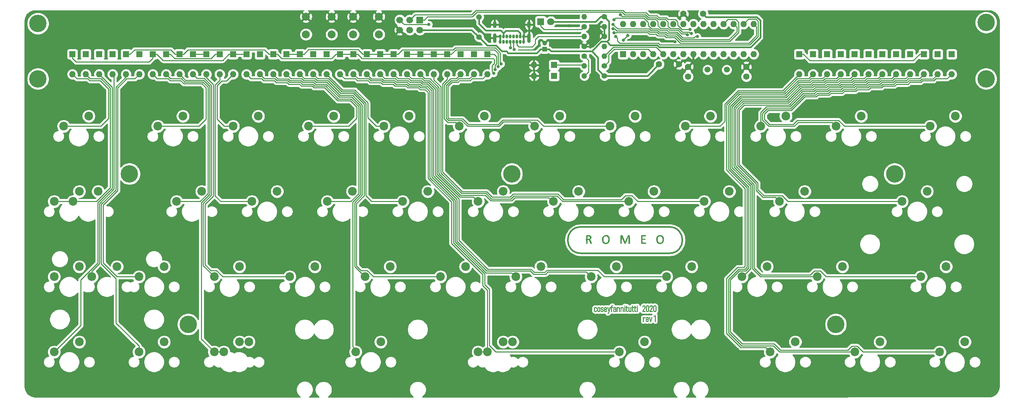
<source format=gbr>
G04 #@! TF.GenerationSoftware,KiCad,Pcbnew,(5.1.5)-3*
G04 #@! TF.CreationDate,2020-02-02T04:09:27-05:00*
G04 #@! TF.ProjectId,romeo-pcb,726f6d65-6f2d-4706-9362-2e6b69636164,rev?*
G04 #@! TF.SameCoordinates,Original*
G04 #@! TF.FileFunction,Copper,L1,Top*
G04 #@! TF.FilePolarity,Positive*
%FSLAX46Y46*%
G04 Gerber Fmt 4.6, Leading zero omitted, Abs format (unit mm)*
G04 Created by KiCad (PCBNEW (5.1.5)-3) date 2020-02-02 04:09:27*
%MOMM*%
%LPD*%
G04 APERTURE LIST*
%ADD10C,0.010000*%
%ADD11C,0.400000*%
%ADD12O,1.600000X1.600000*%
%ADD13R,1.600000X1.600000*%
%ADD14C,2.200000*%
%ADD15C,4.400000*%
%ADD16C,1.600000*%
%ADD17R,1.200000X1.200000*%
%ADD18C,1.200000*%
%ADD19C,2.000000*%
%ADD20C,1.500000*%
%ADD21O,0.650000X1.000000*%
%ADD22O,0.900000X2.400000*%
%ADD23O,0.900000X1.700000*%
%ADD24O,1.400000X1.400000*%
%ADD25C,1.400000*%
%ADD26C,1.800000*%
%ADD27R,1.800000X1.800000*%
%ADD28R,1.700000X1.700000*%
%ADD29C,1.700000*%
%ADD30C,0.800000*%
%ADD31C,0.250000*%
%ADD32C,0.254000*%
G04 APERTURE END LIST*
D10*
G36*
X181636239Y-121494635D02*
G01*
X181669406Y-121498154D01*
X181702568Y-121503451D01*
X181728951Y-121509428D01*
X181730588Y-121509910D01*
X181778420Y-121530335D01*
X181824788Y-121560929D01*
X181864878Y-121598153D01*
X181884435Y-121622961D01*
X181902774Y-121652670D01*
X181917597Y-121683496D01*
X181929238Y-121717291D01*
X181938029Y-121755904D01*
X181944303Y-121801186D01*
X181948393Y-121854987D01*
X181950630Y-121919157D01*
X181951349Y-121995141D01*
X181951488Y-122148600D01*
X181429377Y-122148600D01*
X181429377Y-122253152D01*
X181430210Y-122307771D01*
X181433077Y-122351024D01*
X181438534Y-122385578D01*
X181447136Y-122414100D01*
X181459436Y-122439258D01*
X181472062Y-122458409D01*
X181502977Y-122489885D01*
X181542587Y-122510698D01*
X181591307Y-122521030D01*
X181619877Y-122522320D01*
X181672496Y-122517117D01*
X181715550Y-122501564D01*
X181749265Y-122475464D01*
X181773869Y-122438621D01*
X181789588Y-122390837D01*
X181792868Y-122372613D01*
X181797868Y-122339100D01*
X181951488Y-122339100D01*
X181951488Y-122372895D01*
X181949556Y-122399751D01*
X181944624Y-122430904D01*
X181940939Y-122447193D01*
X181918353Y-122509400D01*
X181885591Y-122561835D01*
X181842748Y-122604404D01*
X181789914Y-122637012D01*
X181733786Y-122657796D01*
X181694314Y-122665395D01*
X181646875Y-122669467D01*
X181596781Y-122669971D01*
X181549343Y-122666864D01*
X181509870Y-122660106D01*
X181507727Y-122659545D01*
X181446037Y-122636013D01*
X181392251Y-122601100D01*
X181347080Y-122555564D01*
X181311234Y-122500163D01*
X181285424Y-122435655D01*
X181280251Y-122416711D01*
X181277559Y-122398320D01*
X181275269Y-122367791D01*
X181273383Y-122327079D01*
X181271899Y-122278142D01*
X181270817Y-122222933D01*
X181270138Y-122163410D01*
X181269860Y-122101528D01*
X181269984Y-122039243D01*
X181270320Y-122000433D01*
X181428111Y-122000433D01*
X181790689Y-122000433D01*
X181787825Y-121889308D01*
X181786506Y-121845891D01*
X181784879Y-121813800D01*
X181782571Y-121790248D01*
X181779212Y-121772450D01*
X181774429Y-121757621D01*
X181768462Y-121744227D01*
X181743013Y-121701862D01*
X181713009Y-121672064D01*
X181676441Y-121653577D01*
X181631302Y-121645144D01*
X181608772Y-121644295D01*
X181578649Y-121644765D01*
X181557542Y-121647171D01*
X181540376Y-121652692D01*
X181522077Y-121662503D01*
X181517050Y-121665567D01*
X181495823Y-121680725D01*
X181479394Y-121698491D01*
X181463884Y-121723422D01*
X181457600Y-121735379D01*
X181448198Y-121754158D01*
X181441496Y-121769705D01*
X181436972Y-121785033D01*
X181434105Y-121803160D01*
X181432374Y-121827100D01*
X181431257Y-121859869D01*
X181430508Y-121892092D01*
X181428111Y-122000433D01*
X181270320Y-122000433D01*
X181270510Y-121978510D01*
X181271437Y-121921287D01*
X181272765Y-121869527D01*
X181274494Y-121825189D01*
X181276623Y-121790226D01*
X181279153Y-121766596D01*
X181280329Y-121760544D01*
X181304166Y-121689199D01*
X181337123Y-121628341D01*
X181378725Y-121578327D01*
X181428495Y-121539510D01*
X181485957Y-121512249D01*
X181550635Y-121496898D01*
X181622052Y-121493813D01*
X181636239Y-121494635D01*
G37*
X181636239Y-121494635D02*
X181669406Y-121498154D01*
X181702568Y-121503451D01*
X181728951Y-121509428D01*
X181730588Y-121509910D01*
X181778420Y-121530335D01*
X181824788Y-121560929D01*
X181864878Y-121598153D01*
X181884435Y-121622961D01*
X181902774Y-121652670D01*
X181917597Y-121683496D01*
X181929238Y-121717291D01*
X181938029Y-121755904D01*
X181944303Y-121801186D01*
X181948393Y-121854987D01*
X181950630Y-121919157D01*
X181951349Y-121995141D01*
X181951488Y-122148600D01*
X181429377Y-122148600D01*
X181429377Y-122253152D01*
X181430210Y-122307771D01*
X181433077Y-122351024D01*
X181438534Y-122385578D01*
X181447136Y-122414100D01*
X181459436Y-122439258D01*
X181472062Y-122458409D01*
X181502977Y-122489885D01*
X181542587Y-122510698D01*
X181591307Y-122521030D01*
X181619877Y-122522320D01*
X181672496Y-122517117D01*
X181715550Y-122501564D01*
X181749265Y-122475464D01*
X181773869Y-122438621D01*
X181789588Y-122390837D01*
X181792868Y-122372613D01*
X181797868Y-122339100D01*
X181951488Y-122339100D01*
X181951488Y-122372895D01*
X181949556Y-122399751D01*
X181944624Y-122430904D01*
X181940939Y-122447193D01*
X181918353Y-122509400D01*
X181885591Y-122561835D01*
X181842748Y-122604404D01*
X181789914Y-122637012D01*
X181733786Y-122657796D01*
X181694314Y-122665395D01*
X181646875Y-122669467D01*
X181596781Y-122669971D01*
X181549343Y-122666864D01*
X181509870Y-122660106D01*
X181507727Y-122659545D01*
X181446037Y-122636013D01*
X181392251Y-122601100D01*
X181347080Y-122555564D01*
X181311234Y-122500163D01*
X181285424Y-122435655D01*
X181280251Y-122416711D01*
X181277559Y-122398320D01*
X181275269Y-122367791D01*
X181273383Y-122327079D01*
X181271899Y-122278142D01*
X181270817Y-122222933D01*
X181270138Y-122163410D01*
X181269860Y-122101528D01*
X181269984Y-122039243D01*
X181270320Y-122000433D01*
X181428111Y-122000433D01*
X181790689Y-122000433D01*
X181787825Y-121889308D01*
X181786506Y-121845891D01*
X181784879Y-121813800D01*
X181782571Y-121790248D01*
X181779212Y-121772450D01*
X181774429Y-121757621D01*
X181768462Y-121744227D01*
X181743013Y-121701862D01*
X181713009Y-121672064D01*
X181676441Y-121653577D01*
X181631302Y-121645144D01*
X181608772Y-121644295D01*
X181578649Y-121644765D01*
X181557542Y-121647171D01*
X181540376Y-121652692D01*
X181522077Y-121662503D01*
X181517050Y-121665567D01*
X181495823Y-121680725D01*
X181479394Y-121698491D01*
X181463884Y-121723422D01*
X181457600Y-121735379D01*
X181448198Y-121754158D01*
X181441496Y-121769705D01*
X181436972Y-121785033D01*
X181434105Y-121803160D01*
X181432374Y-121827100D01*
X181431257Y-121859869D01*
X181430508Y-121892092D01*
X181428111Y-122000433D01*
X181270320Y-122000433D01*
X181270510Y-121978510D01*
X181271437Y-121921287D01*
X181272765Y-121869527D01*
X181274494Y-121825189D01*
X181276623Y-121790226D01*
X181279153Y-121766596D01*
X181280329Y-121760544D01*
X181304166Y-121689199D01*
X181337123Y-121628341D01*
X181378725Y-121578327D01*
X181428495Y-121539510D01*
X181485957Y-121512249D01*
X181550635Y-121496898D01*
X181622052Y-121493813D01*
X181636239Y-121494635D01*
G36*
X181104822Y-121640600D02*
G01*
X181078363Y-121640653D01*
X181014944Y-121646136D01*
X180953922Y-121661547D01*
X180897538Y-121685713D01*
X180848031Y-121717462D01*
X180807644Y-121755623D01*
X180779676Y-121796914D01*
X180772420Y-121811473D01*
X180766259Y-121825337D01*
X180761102Y-121839752D01*
X180756861Y-121855962D01*
X180753445Y-121875214D01*
X180750765Y-121898754D01*
X180748731Y-121927827D01*
X180747254Y-121963680D01*
X180746243Y-122007559D01*
X180745609Y-122060708D01*
X180745262Y-122124374D01*
X180745112Y-122199803D01*
X180745072Y-122277363D01*
X180744988Y-122656600D01*
X180582711Y-122656600D01*
X180582711Y-121513600D01*
X180744988Y-121513600D01*
X180744988Y-121669606D01*
X180789677Y-121625116D01*
X180851326Y-121573076D01*
X180918773Y-121533752D01*
X180991496Y-121507398D01*
X181059121Y-121495166D01*
X181104822Y-121490484D01*
X181104822Y-121640600D01*
G37*
X181104822Y-121640600D02*
X181078363Y-121640653D01*
X181014944Y-121646136D01*
X180953922Y-121661547D01*
X180897538Y-121685713D01*
X180848031Y-121717462D01*
X180807644Y-121755623D01*
X180779676Y-121796914D01*
X180772420Y-121811473D01*
X180766259Y-121825337D01*
X180761102Y-121839752D01*
X180756861Y-121855962D01*
X180753445Y-121875214D01*
X180750765Y-121898754D01*
X180748731Y-121927827D01*
X180747254Y-121963680D01*
X180746243Y-122007559D01*
X180745609Y-122060708D01*
X180745262Y-122124374D01*
X180745112Y-122199803D01*
X180745072Y-122277363D01*
X180744988Y-122656600D01*
X180582711Y-122656600D01*
X180582711Y-121513600D01*
X180744988Y-121513600D01*
X180744988Y-121669606D01*
X180789677Y-121625116D01*
X180851326Y-121573076D01*
X180918773Y-121533752D01*
X180991496Y-121507398D01*
X181059121Y-121495166D01*
X181104822Y-121490484D01*
X181104822Y-121640600D01*
G36*
X182837335Y-121513773D02*
G01*
X182860367Y-121514530D01*
X182873765Y-121516228D01*
X182879766Y-121519220D01*
X182880607Y-121523864D01*
X182880096Y-121525947D01*
X182877669Y-121534549D01*
X182871763Y-121555692D01*
X182862672Y-121588318D01*
X182850689Y-121631373D01*
X182836108Y-121683798D01*
X182819223Y-121744538D01*
X182800327Y-121812536D01*
X182779716Y-121886734D01*
X182757681Y-121966078D01*
X182734518Y-122049509D01*
X182727576Y-122074516D01*
X182704042Y-122159261D01*
X182681471Y-122240457D01*
X182660167Y-122317021D01*
X182640433Y-122387868D01*
X182622570Y-122451915D01*
X182606882Y-122508077D01*
X182593671Y-122555269D01*
X182583240Y-122592408D01*
X182575892Y-122618409D01*
X182571929Y-122632188D01*
X182571480Y-122633669D01*
X182564227Y-122656600D01*
X182418249Y-122656600D01*
X182410911Y-122633669D01*
X182407223Y-122621303D01*
X182400239Y-122597063D01*
X182390304Y-122562185D01*
X182377764Y-122517902D01*
X182362963Y-122465451D01*
X182346248Y-122406066D01*
X182327962Y-122340982D01*
X182308451Y-122271434D01*
X182288061Y-122198657D01*
X182267135Y-122123885D01*
X182246020Y-122048354D01*
X182225061Y-121973298D01*
X182204602Y-121899953D01*
X182184989Y-121829553D01*
X182166566Y-121763333D01*
X182149680Y-121702529D01*
X182134674Y-121648375D01*
X182121895Y-121602105D01*
X182111687Y-121564956D01*
X182104395Y-121538161D01*
X182100365Y-121522956D01*
X182099655Y-121519895D01*
X182106245Y-121517416D01*
X182124160Y-121515397D01*
X182150614Y-121514054D01*
X182180794Y-121513600D01*
X182212739Y-121513827D01*
X182238764Y-121514444D01*
X182256081Y-121515355D01*
X182261933Y-121516394D01*
X182263620Y-121523749D01*
X182268447Y-121543351D01*
X182276062Y-121573819D01*
X182286113Y-121613770D01*
X182298246Y-121661822D01*
X182312111Y-121716592D01*
X182327356Y-121776698D01*
X182343627Y-121840758D01*
X182360573Y-121907390D01*
X182377842Y-121975210D01*
X182395081Y-122042837D01*
X182411939Y-122108889D01*
X182428063Y-122171982D01*
X182443102Y-122230735D01*
X182456702Y-122283764D01*
X182468512Y-122329689D01*
X182478181Y-122367126D01*
X182485354Y-122394693D01*
X182489681Y-122411008D01*
X182490848Y-122415030D01*
X182492831Y-122408713D01*
X182497956Y-122389866D01*
X182505926Y-122359644D01*
X182516444Y-122319204D01*
X182529210Y-122269699D01*
X182543928Y-122212287D01*
X182560299Y-122148122D01*
X182578026Y-122078360D01*
X182596811Y-122004157D01*
X182599959Y-121991697D01*
X182619105Y-121915894D01*
X182637379Y-121843570D01*
X182654461Y-121775986D01*
X182670033Y-121714402D01*
X182683775Y-121660078D01*
X182695369Y-121614274D01*
X182704496Y-121578251D01*
X182710838Y-121553267D01*
X182714075Y-121540584D01*
X182714212Y-121540058D01*
X182721088Y-121513600D01*
X182802430Y-121513600D01*
X182837335Y-121513773D01*
G37*
X182837335Y-121513773D02*
X182860367Y-121514530D01*
X182873765Y-121516228D01*
X182879766Y-121519220D01*
X182880607Y-121523864D01*
X182880096Y-121525947D01*
X182877669Y-121534549D01*
X182871763Y-121555692D01*
X182862672Y-121588318D01*
X182850689Y-121631373D01*
X182836108Y-121683798D01*
X182819223Y-121744538D01*
X182800327Y-121812536D01*
X182779716Y-121886734D01*
X182757681Y-121966078D01*
X182734518Y-122049509D01*
X182727576Y-122074516D01*
X182704042Y-122159261D01*
X182681471Y-122240457D01*
X182660167Y-122317021D01*
X182640433Y-122387868D01*
X182622570Y-122451915D01*
X182606882Y-122508077D01*
X182593671Y-122555269D01*
X182583240Y-122592408D01*
X182575892Y-122618409D01*
X182571929Y-122632188D01*
X182571480Y-122633669D01*
X182564227Y-122656600D01*
X182418249Y-122656600D01*
X182410911Y-122633669D01*
X182407223Y-122621303D01*
X182400239Y-122597063D01*
X182390304Y-122562185D01*
X182377764Y-122517902D01*
X182362963Y-122465451D01*
X182346248Y-122406066D01*
X182327962Y-122340982D01*
X182308451Y-122271434D01*
X182288061Y-122198657D01*
X182267135Y-122123885D01*
X182246020Y-122048354D01*
X182225061Y-121973298D01*
X182204602Y-121899953D01*
X182184989Y-121829553D01*
X182166566Y-121763333D01*
X182149680Y-121702529D01*
X182134674Y-121648375D01*
X182121895Y-121602105D01*
X182111687Y-121564956D01*
X182104395Y-121538161D01*
X182100365Y-121522956D01*
X182099655Y-121519895D01*
X182106245Y-121517416D01*
X182124160Y-121515397D01*
X182150614Y-121514054D01*
X182180794Y-121513600D01*
X182212739Y-121513827D01*
X182238764Y-121514444D01*
X182256081Y-121515355D01*
X182261933Y-121516394D01*
X182263620Y-121523749D01*
X182268447Y-121543351D01*
X182276062Y-121573819D01*
X182286113Y-121613770D01*
X182298246Y-121661822D01*
X182312111Y-121716592D01*
X182327356Y-121776698D01*
X182343627Y-121840758D01*
X182360573Y-121907390D01*
X182377842Y-121975210D01*
X182395081Y-122042837D01*
X182411939Y-122108889D01*
X182428063Y-122171982D01*
X182443102Y-122230735D01*
X182456702Y-122283764D01*
X182468512Y-122329689D01*
X182478181Y-122367126D01*
X182485354Y-122394693D01*
X182489681Y-122411008D01*
X182490848Y-122415030D01*
X182492831Y-122408713D01*
X182497956Y-122389866D01*
X182505926Y-122359644D01*
X182516444Y-122319204D01*
X182529210Y-122269699D01*
X182543928Y-122212287D01*
X182560299Y-122148122D01*
X182578026Y-122078360D01*
X182596811Y-122004157D01*
X182599959Y-121991697D01*
X182619105Y-121915894D01*
X182637379Y-121843570D01*
X182654461Y-121775986D01*
X182670033Y-121714402D01*
X182683775Y-121660078D01*
X182695369Y-121614274D01*
X182704496Y-121578251D01*
X182710838Y-121553267D01*
X182714075Y-121540584D01*
X182714212Y-121540058D01*
X182721088Y-121513600D01*
X182802430Y-121513600D01*
X182837335Y-121513773D01*
G36*
X183757711Y-122656600D02*
G01*
X183595433Y-122656600D01*
X183595433Y-121189629D01*
X183460895Y-121274013D01*
X183421242Y-121298830D01*
X183384985Y-121321419D01*
X183354044Y-121340592D01*
X183330339Y-121355161D01*
X183315789Y-121363940D01*
X183312729Y-121365691D01*
X183306949Y-121368105D01*
X183303093Y-121366562D01*
X183300779Y-121358915D01*
X183299627Y-121343016D01*
X183299254Y-121316716D01*
X183299254Y-121289834D01*
X183299409Y-121206683D01*
X183414122Y-121130836D01*
X183528834Y-121054988D01*
X183757711Y-121054988D01*
X183757711Y-122656600D01*
G37*
X183757711Y-122656600D02*
X183595433Y-122656600D01*
X183595433Y-121189629D01*
X183460895Y-121274013D01*
X183421242Y-121298830D01*
X183384985Y-121321419D01*
X183354044Y-121340592D01*
X183330339Y-121355161D01*
X183315789Y-121363940D01*
X183312729Y-121365691D01*
X183306949Y-121368105D01*
X183303093Y-121366562D01*
X183300779Y-121358915D01*
X183299627Y-121343016D01*
X183299254Y-121316716D01*
X183299254Y-121289834D01*
X183299409Y-121206683D01*
X183414122Y-121130836D01*
X183528834Y-121054988D01*
X183757711Y-121054988D01*
X183757711Y-122656600D01*
G36*
X171743138Y-119024018D02*
G01*
X171747337Y-119039040D01*
X171754765Y-119066027D01*
X171764971Y-119103323D01*
X171777506Y-119149270D01*
X171791921Y-119202211D01*
X171807766Y-119260487D01*
X171824591Y-119322441D01*
X171841947Y-119386416D01*
X171859385Y-119450754D01*
X171876455Y-119513798D01*
X171892708Y-119573890D01*
X171907694Y-119629373D01*
X171920963Y-119678589D01*
X171932066Y-119719880D01*
X171940554Y-119751589D01*
X171945475Y-119770143D01*
X171953161Y-119798354D01*
X171960076Y-119821893D01*
X171965088Y-119836973D01*
X171966255Y-119839693D01*
X171968789Y-119834739D01*
X171974394Y-119817205D01*
X171982772Y-119788214D01*
X171993622Y-119748887D01*
X172006643Y-119700347D01*
X172021536Y-119643716D01*
X172038000Y-119580116D01*
X172055735Y-119510670D01*
X172074441Y-119436499D01*
X172079040Y-119418123D01*
X172186802Y-118986976D01*
X172267072Y-118986976D01*
X172304001Y-118987401D01*
X172328544Y-118988804D01*
X172342402Y-118991375D01*
X172347278Y-118995303D01*
X172347341Y-118995937D01*
X172345553Y-119006831D01*
X172340848Y-119027050D01*
X172334217Y-119052358D01*
X172333725Y-119054146D01*
X172329969Y-119067945D01*
X172322842Y-119094356D01*
X172312615Y-119132360D01*
X172299563Y-119180938D01*
X172283958Y-119239069D01*
X172266075Y-119305735D01*
X172246187Y-119379915D01*
X172224567Y-119460590D01*
X172201489Y-119546741D01*
X172177226Y-119637347D01*
X172152051Y-119731390D01*
X172142819Y-119765885D01*
X172117415Y-119860518D01*
X172092760Y-119951781D01*
X172069129Y-120038686D01*
X172046800Y-120120244D01*
X172026047Y-120195467D01*
X172007146Y-120263365D01*
X171990373Y-120322950D01*
X171976004Y-120373233D01*
X171964315Y-120413226D01*
X171955581Y-120441939D01*
X171950079Y-120458385D01*
X171948873Y-120461251D01*
X171920926Y-120504572D01*
X171884605Y-120539787D01*
X171838891Y-120567445D01*
X171782767Y-120588095D01*
X171715213Y-120602287D01*
X171678827Y-120606924D01*
X171634730Y-120611577D01*
X171634730Y-120456464D01*
X171679035Y-120452907D01*
X171730683Y-120442442D01*
X171774922Y-120419976D01*
X171811643Y-120385584D01*
X171839106Y-120342657D01*
X171846627Y-120324229D01*
X171856066Y-120296140D01*
X171866527Y-120261683D01*
X171877113Y-120224149D01*
X171886927Y-120186828D01*
X171895073Y-120153013D01*
X171900655Y-120125996D01*
X171902774Y-120109066D01*
X171902775Y-120108943D01*
X171900781Y-120099600D01*
X171894983Y-120077803D01*
X171885686Y-120044599D01*
X171873197Y-120001032D01*
X171857822Y-119948149D01*
X171839867Y-119886994D01*
X171819639Y-119818614D01*
X171797444Y-119744054D01*
X171773587Y-119664359D01*
X171748376Y-119580576D01*
X171737035Y-119543024D01*
X171711392Y-119458162D01*
X171686962Y-119377225D01*
X171664049Y-119301224D01*
X171642956Y-119231173D01*
X171623989Y-119168083D01*
X171607450Y-119112968D01*
X171593644Y-119066840D01*
X171582874Y-119030711D01*
X171575446Y-119005594D01*
X171571663Y-118992501D01*
X171571230Y-118990794D01*
X171577819Y-118989286D01*
X171595725Y-118988060D01*
X171622154Y-118987246D01*
X171651868Y-118986976D01*
X171732506Y-118986976D01*
X171743138Y-119024018D01*
G37*
X171743138Y-119024018D02*
X171747337Y-119039040D01*
X171754765Y-119066027D01*
X171764971Y-119103323D01*
X171777506Y-119149270D01*
X171791921Y-119202211D01*
X171807766Y-119260487D01*
X171824591Y-119322441D01*
X171841947Y-119386416D01*
X171859385Y-119450754D01*
X171876455Y-119513798D01*
X171892708Y-119573890D01*
X171907694Y-119629373D01*
X171920963Y-119678589D01*
X171932066Y-119719880D01*
X171940554Y-119751589D01*
X171945475Y-119770143D01*
X171953161Y-119798354D01*
X171960076Y-119821893D01*
X171965088Y-119836973D01*
X171966255Y-119839693D01*
X171968789Y-119834739D01*
X171974394Y-119817205D01*
X171982772Y-119788214D01*
X171993622Y-119748887D01*
X172006643Y-119700347D01*
X172021536Y-119643716D01*
X172038000Y-119580116D01*
X172055735Y-119510670D01*
X172074441Y-119436499D01*
X172079040Y-119418123D01*
X172186802Y-118986976D01*
X172267072Y-118986976D01*
X172304001Y-118987401D01*
X172328544Y-118988804D01*
X172342402Y-118991375D01*
X172347278Y-118995303D01*
X172347341Y-118995937D01*
X172345553Y-119006831D01*
X172340848Y-119027050D01*
X172334217Y-119052358D01*
X172333725Y-119054146D01*
X172329969Y-119067945D01*
X172322842Y-119094356D01*
X172312615Y-119132360D01*
X172299563Y-119180938D01*
X172283958Y-119239069D01*
X172266075Y-119305735D01*
X172246187Y-119379915D01*
X172224567Y-119460590D01*
X172201489Y-119546741D01*
X172177226Y-119637347D01*
X172152051Y-119731390D01*
X172142819Y-119765885D01*
X172117415Y-119860518D01*
X172092760Y-119951781D01*
X172069129Y-120038686D01*
X172046800Y-120120244D01*
X172026047Y-120195467D01*
X172007146Y-120263365D01*
X171990373Y-120322950D01*
X171976004Y-120373233D01*
X171964315Y-120413226D01*
X171955581Y-120441939D01*
X171950079Y-120458385D01*
X171948873Y-120461251D01*
X171920926Y-120504572D01*
X171884605Y-120539787D01*
X171838891Y-120567445D01*
X171782767Y-120588095D01*
X171715213Y-120602287D01*
X171678827Y-120606924D01*
X171634730Y-120611577D01*
X171634730Y-120456464D01*
X171679035Y-120452907D01*
X171730683Y-120442442D01*
X171774922Y-120419976D01*
X171811643Y-120385584D01*
X171839106Y-120342657D01*
X171846627Y-120324229D01*
X171856066Y-120296140D01*
X171866527Y-120261683D01*
X171877113Y-120224149D01*
X171886927Y-120186828D01*
X171895073Y-120153013D01*
X171900655Y-120125996D01*
X171902774Y-120109066D01*
X171902775Y-120108943D01*
X171900781Y-120099600D01*
X171894983Y-120077803D01*
X171885686Y-120044599D01*
X171873197Y-120001032D01*
X171857822Y-119948149D01*
X171839867Y-119886994D01*
X171819639Y-119818614D01*
X171797444Y-119744054D01*
X171773587Y-119664359D01*
X171748376Y-119580576D01*
X171737035Y-119543024D01*
X171711392Y-119458162D01*
X171686962Y-119377225D01*
X171664049Y-119301224D01*
X171642956Y-119231173D01*
X171623989Y-119168083D01*
X171607450Y-119112968D01*
X171593644Y-119066840D01*
X171582874Y-119030711D01*
X171575446Y-119005594D01*
X171571663Y-118992501D01*
X171571230Y-118990794D01*
X171577819Y-118989286D01*
X171595725Y-118988060D01*
X171622154Y-118987246D01*
X171651868Y-118986976D01*
X171732506Y-118986976D01*
X171743138Y-119024018D01*
G36*
X168598670Y-118968041D02*
G01*
X168670543Y-118978948D01*
X168734197Y-119000707D01*
X168789071Y-119032926D01*
X168834605Y-119075210D01*
X168870240Y-119127167D01*
X168890462Y-119173174D01*
X168896383Y-119194265D01*
X168902111Y-119221833D01*
X168907191Y-119252445D01*
X168911166Y-119282673D01*
X168913580Y-119309083D01*
X168913975Y-119328245D01*
X168912187Y-119336500D01*
X168904201Y-119337860D01*
X168885243Y-119338941D01*
X168858454Y-119339607D01*
X168837000Y-119339754D01*
X168765067Y-119339754D01*
X168760274Y-119292969D01*
X168752581Y-119246603D01*
X168739274Y-119210037D01*
X168718873Y-119179584D01*
X168711608Y-119171566D01*
X168683967Y-119146518D01*
X168655741Y-119130204D01*
X168622937Y-119121114D01*
X168581563Y-119117735D01*
X168569091Y-119117605D01*
X168522955Y-119120099D01*
X168486831Y-119128472D01*
X168457368Y-119144066D01*
X168431218Y-119168220D01*
X168425331Y-119175112D01*
X168415368Y-119187551D01*
X168407066Y-119199464D01*
X168400276Y-119212219D01*
X168394845Y-119227182D01*
X168390623Y-119245721D01*
X168387457Y-119269202D01*
X168385198Y-119298993D01*
X168383693Y-119336461D01*
X168382791Y-119382972D01*
X168382342Y-119439893D01*
X168382193Y-119508592D01*
X168382188Y-119565025D01*
X168382257Y-119865393D01*
X168398893Y-119900671D01*
X168423748Y-119940476D01*
X168455986Y-119969131D01*
X168496581Y-119987194D01*
X168546505Y-119995224D01*
X168564745Y-119995766D01*
X168610375Y-119993658D01*
X168646333Y-119986148D01*
X168676453Y-119971920D01*
X168704569Y-119949656D01*
X168707700Y-119946665D01*
X168737348Y-119908491D01*
X168756362Y-119863323D01*
X168763118Y-119815025D01*
X168763119Y-119814723D01*
X168763119Y-119791309D01*
X168918341Y-119791309D01*
X168918288Y-119810712D01*
X168912934Y-119867255D01*
X168898199Y-119924813D01*
X168875622Y-119979423D01*
X168846739Y-120027122D01*
X168823881Y-120053989D01*
X168785278Y-120085097D01*
X168737885Y-120111670D01*
X168686902Y-120131000D01*
X168665758Y-120136290D01*
X168632078Y-120140925D01*
X168590545Y-120143146D01*
X168546026Y-120143026D01*
X168503391Y-120140639D01*
X168467509Y-120136058D01*
X168454126Y-120133104D01*
X168390063Y-120109652D01*
X168336173Y-120076435D01*
X168292281Y-120033279D01*
X168258209Y-119980008D01*
X168233778Y-119916446D01*
X168233305Y-119914782D01*
X168230845Y-119903299D01*
X168228802Y-119887077D01*
X168227141Y-119864919D01*
X168225830Y-119835630D01*
X168224836Y-119798013D01*
X168224127Y-119750872D01*
X168223668Y-119693012D01*
X168223427Y-119623237D01*
X168223369Y-119554948D01*
X168223382Y-119478840D01*
X168223462Y-119415471D01*
X168223669Y-119363465D01*
X168224065Y-119321452D01*
X168224710Y-119288056D01*
X168225666Y-119261906D01*
X168226992Y-119241628D01*
X168228751Y-119225849D01*
X168231002Y-119213195D01*
X168233808Y-119202294D01*
X168237228Y-119191771D01*
X168239793Y-119184532D01*
X168269151Y-119120855D01*
X168307612Y-119067871D01*
X168354839Y-119025781D01*
X168410493Y-118994790D01*
X168474236Y-118975103D01*
X168545730Y-118966923D01*
X168598670Y-118968041D01*
G37*
X168598670Y-118968041D02*
X168670543Y-118978948D01*
X168734197Y-119000707D01*
X168789071Y-119032926D01*
X168834605Y-119075210D01*
X168870240Y-119127167D01*
X168890462Y-119173174D01*
X168896383Y-119194265D01*
X168902111Y-119221833D01*
X168907191Y-119252445D01*
X168911166Y-119282673D01*
X168913580Y-119309083D01*
X168913975Y-119328245D01*
X168912187Y-119336500D01*
X168904201Y-119337860D01*
X168885243Y-119338941D01*
X168858454Y-119339607D01*
X168837000Y-119339754D01*
X168765067Y-119339754D01*
X168760274Y-119292969D01*
X168752581Y-119246603D01*
X168739274Y-119210037D01*
X168718873Y-119179584D01*
X168711608Y-119171566D01*
X168683967Y-119146518D01*
X168655741Y-119130204D01*
X168622937Y-119121114D01*
X168581563Y-119117735D01*
X168569091Y-119117605D01*
X168522955Y-119120099D01*
X168486831Y-119128472D01*
X168457368Y-119144066D01*
X168431218Y-119168220D01*
X168425331Y-119175112D01*
X168415368Y-119187551D01*
X168407066Y-119199464D01*
X168400276Y-119212219D01*
X168394845Y-119227182D01*
X168390623Y-119245721D01*
X168387457Y-119269202D01*
X168385198Y-119298993D01*
X168383693Y-119336461D01*
X168382791Y-119382972D01*
X168382342Y-119439893D01*
X168382193Y-119508592D01*
X168382188Y-119565025D01*
X168382257Y-119865393D01*
X168398893Y-119900671D01*
X168423748Y-119940476D01*
X168455986Y-119969131D01*
X168496581Y-119987194D01*
X168546505Y-119995224D01*
X168564745Y-119995766D01*
X168610375Y-119993658D01*
X168646333Y-119986148D01*
X168676453Y-119971920D01*
X168704569Y-119949656D01*
X168707700Y-119946665D01*
X168737348Y-119908491D01*
X168756362Y-119863323D01*
X168763118Y-119815025D01*
X168763119Y-119814723D01*
X168763119Y-119791309D01*
X168918341Y-119791309D01*
X168918288Y-119810712D01*
X168912934Y-119867255D01*
X168898199Y-119924813D01*
X168875622Y-119979423D01*
X168846739Y-120027122D01*
X168823881Y-120053989D01*
X168785278Y-120085097D01*
X168737885Y-120111670D01*
X168686902Y-120131000D01*
X168665758Y-120136290D01*
X168632078Y-120140925D01*
X168590545Y-120143146D01*
X168546026Y-120143026D01*
X168503391Y-120140639D01*
X168467509Y-120136058D01*
X168454126Y-120133104D01*
X168390063Y-120109652D01*
X168336173Y-120076435D01*
X168292281Y-120033279D01*
X168258209Y-119980008D01*
X168233778Y-119916446D01*
X168233305Y-119914782D01*
X168230845Y-119903299D01*
X168228802Y-119887077D01*
X168227141Y-119864919D01*
X168225830Y-119835630D01*
X168224836Y-119798013D01*
X168224127Y-119750872D01*
X168223668Y-119693012D01*
X168223427Y-119623237D01*
X168223369Y-119554948D01*
X168223382Y-119478840D01*
X168223462Y-119415471D01*
X168223669Y-119363465D01*
X168224065Y-119321452D01*
X168224710Y-119288056D01*
X168225666Y-119261906D01*
X168226992Y-119241628D01*
X168228751Y-119225849D01*
X168231002Y-119213195D01*
X168233808Y-119202294D01*
X168237228Y-119191771D01*
X168239793Y-119184532D01*
X168269151Y-119120855D01*
X168307612Y-119067871D01*
X168354839Y-119025781D01*
X168410493Y-118994790D01*
X168474236Y-118975103D01*
X168545730Y-118966923D01*
X168598670Y-118968041D01*
G36*
X169473109Y-118971918D02*
G01*
X169537720Y-118989090D01*
X169594017Y-119016916D01*
X169641336Y-119054865D01*
X169679016Y-119102405D01*
X169706395Y-119159003D01*
X169722811Y-119224129D01*
X169722881Y-119224587D01*
X169725066Y-119247414D01*
X169726754Y-119284009D01*
X169727940Y-119334040D01*
X169728621Y-119397172D01*
X169728790Y-119473071D01*
X169728443Y-119561404D01*
X169728255Y-119587948D01*
X169727663Y-119662647D01*
X169727088Y-119724647D01*
X169726458Y-119775361D01*
X169725698Y-119816201D01*
X169724734Y-119848580D01*
X169723494Y-119873908D01*
X169721903Y-119893600D01*
X169719887Y-119909067D01*
X169717374Y-119921721D01*
X169714288Y-119932974D01*
X169710556Y-119944239D01*
X169709492Y-119947285D01*
X169681965Y-120005793D01*
X169643985Y-120055339D01*
X169596458Y-120094973D01*
X169541222Y-120123390D01*
X169508690Y-120132317D01*
X169466761Y-120138621D01*
X169419938Y-120142117D01*
X169372722Y-120142617D01*
X169329617Y-120139936D01*
X169295123Y-120133887D01*
X169294152Y-120133619D01*
X169231562Y-120109808D01*
X169179292Y-120076380D01*
X169137369Y-120033361D01*
X169105818Y-119980777D01*
X169084664Y-119918654D01*
X169084438Y-119917698D01*
X169081513Y-119897757D01*
X169079000Y-119865727D01*
X169076899Y-119823457D01*
X169075210Y-119772796D01*
X169073933Y-119715594D01*
X169073393Y-119676945D01*
X169229499Y-119676945D01*
X169229545Y-119727950D01*
X169229904Y-119769032D01*
X169230616Y-119801585D01*
X169231718Y-119827006D01*
X169233248Y-119846689D01*
X169235246Y-119862030D01*
X169237748Y-119874424D01*
X169239556Y-119881191D01*
X169257671Y-119926155D01*
X169282964Y-119959376D01*
X169316396Y-119981556D01*
X169358928Y-119993396D01*
X169396581Y-119995915D01*
X169430857Y-119994120D01*
X169460445Y-119989265D01*
X169474096Y-119985000D01*
X169509096Y-119964634D01*
X169536493Y-119934881D01*
X169548736Y-119914782D01*
X169552262Y-119907908D01*
X169555195Y-119900697D01*
X169557591Y-119891859D01*
X169559502Y-119880101D01*
X169560984Y-119864131D01*
X169562092Y-119842657D01*
X169562880Y-119814389D01*
X169563402Y-119778033D01*
X169563712Y-119732298D01*
X169563867Y-119675893D01*
X169563919Y-119607525D01*
X169563924Y-119554948D01*
X169563924Y-119223337D01*
X169544334Y-119190011D01*
X169516033Y-119154997D01*
X169478795Y-119130831D01*
X169432899Y-119117676D01*
X169417241Y-119115882D01*
X169364828Y-119117296D01*
X169320061Y-119130317D01*
X169283320Y-119154745D01*
X169254983Y-119190379D01*
X169247011Y-119205698D01*
X169243438Y-119213958D01*
X169240480Y-119222790D01*
X169238069Y-119233577D01*
X169236133Y-119247699D01*
X169234605Y-119266539D01*
X169233414Y-119291478D01*
X169232490Y-119323898D01*
X169231765Y-119365181D01*
X169231168Y-119416707D01*
X169230630Y-119479860D01*
X169230197Y-119539582D01*
X169229729Y-119614621D01*
X169229499Y-119676945D01*
X169073393Y-119676945D01*
X169073068Y-119653698D01*
X169072615Y-119588958D01*
X169072576Y-119523222D01*
X169072948Y-119458340D01*
X169073734Y-119396161D01*
X169074933Y-119338533D01*
X169076545Y-119287305D01*
X169078570Y-119244326D01*
X169081009Y-119211445D01*
X169083861Y-119190511D01*
X169084379Y-119188306D01*
X169106907Y-119127235D01*
X169139954Y-119075239D01*
X169182866Y-119032780D01*
X169234986Y-119000319D01*
X169295658Y-118978317D01*
X169364226Y-118967235D01*
X169400846Y-118965932D01*
X169473109Y-118971918D01*
G37*
X169473109Y-118971918D02*
X169537720Y-118989090D01*
X169594017Y-119016916D01*
X169641336Y-119054865D01*
X169679016Y-119102405D01*
X169706395Y-119159003D01*
X169722811Y-119224129D01*
X169722881Y-119224587D01*
X169725066Y-119247414D01*
X169726754Y-119284009D01*
X169727940Y-119334040D01*
X169728621Y-119397172D01*
X169728790Y-119473071D01*
X169728443Y-119561404D01*
X169728255Y-119587948D01*
X169727663Y-119662647D01*
X169727088Y-119724647D01*
X169726458Y-119775361D01*
X169725698Y-119816201D01*
X169724734Y-119848580D01*
X169723494Y-119873908D01*
X169721903Y-119893600D01*
X169719887Y-119909067D01*
X169717374Y-119921721D01*
X169714288Y-119932974D01*
X169710556Y-119944239D01*
X169709492Y-119947285D01*
X169681965Y-120005793D01*
X169643985Y-120055339D01*
X169596458Y-120094973D01*
X169541222Y-120123390D01*
X169508690Y-120132317D01*
X169466761Y-120138621D01*
X169419938Y-120142117D01*
X169372722Y-120142617D01*
X169329617Y-120139936D01*
X169295123Y-120133887D01*
X169294152Y-120133619D01*
X169231562Y-120109808D01*
X169179292Y-120076380D01*
X169137369Y-120033361D01*
X169105818Y-119980777D01*
X169084664Y-119918654D01*
X169084438Y-119917698D01*
X169081513Y-119897757D01*
X169079000Y-119865727D01*
X169076899Y-119823457D01*
X169075210Y-119772796D01*
X169073933Y-119715594D01*
X169073393Y-119676945D01*
X169229499Y-119676945D01*
X169229545Y-119727950D01*
X169229904Y-119769032D01*
X169230616Y-119801585D01*
X169231718Y-119827006D01*
X169233248Y-119846689D01*
X169235246Y-119862030D01*
X169237748Y-119874424D01*
X169239556Y-119881191D01*
X169257671Y-119926155D01*
X169282964Y-119959376D01*
X169316396Y-119981556D01*
X169358928Y-119993396D01*
X169396581Y-119995915D01*
X169430857Y-119994120D01*
X169460445Y-119989265D01*
X169474096Y-119985000D01*
X169509096Y-119964634D01*
X169536493Y-119934881D01*
X169548736Y-119914782D01*
X169552262Y-119907908D01*
X169555195Y-119900697D01*
X169557591Y-119891859D01*
X169559502Y-119880101D01*
X169560984Y-119864131D01*
X169562092Y-119842657D01*
X169562880Y-119814389D01*
X169563402Y-119778033D01*
X169563712Y-119732298D01*
X169563867Y-119675893D01*
X169563919Y-119607525D01*
X169563924Y-119554948D01*
X169563924Y-119223337D01*
X169544334Y-119190011D01*
X169516033Y-119154997D01*
X169478795Y-119130831D01*
X169432899Y-119117676D01*
X169417241Y-119115882D01*
X169364828Y-119117296D01*
X169320061Y-119130317D01*
X169283320Y-119154745D01*
X169254983Y-119190379D01*
X169247011Y-119205698D01*
X169243438Y-119213958D01*
X169240480Y-119222790D01*
X169238069Y-119233577D01*
X169236133Y-119247699D01*
X169234605Y-119266539D01*
X169233414Y-119291478D01*
X169232490Y-119323898D01*
X169231765Y-119365181D01*
X169231168Y-119416707D01*
X169230630Y-119479860D01*
X169230197Y-119539582D01*
X169229729Y-119614621D01*
X169229499Y-119676945D01*
X169073393Y-119676945D01*
X169073068Y-119653698D01*
X169072615Y-119588958D01*
X169072576Y-119523222D01*
X169072948Y-119458340D01*
X169073734Y-119396161D01*
X169074933Y-119338533D01*
X169076545Y-119287305D01*
X169078570Y-119244326D01*
X169081009Y-119211445D01*
X169083861Y-119190511D01*
X169084379Y-119188306D01*
X169106907Y-119127235D01*
X169139954Y-119075239D01*
X169182866Y-119032780D01*
X169234986Y-119000319D01*
X169295658Y-118978317D01*
X169364226Y-118967235D01*
X169400846Y-118965932D01*
X169473109Y-118971918D01*
G36*
X170279718Y-118968330D02*
G01*
X170339764Y-118978613D01*
X170395233Y-118996793D01*
X170443525Y-119022812D01*
X170474640Y-119048607D01*
X170501437Y-119083265D01*
X170524407Y-119127191D01*
X170541340Y-119175635D01*
X170547810Y-119205698D01*
X170553271Y-119239545D01*
X170555385Y-119261824D01*
X170552085Y-119274938D01*
X170541309Y-119281291D01*
X170520991Y-119283285D01*
X170489068Y-119283325D01*
X170481147Y-119283309D01*
X170407063Y-119283309D01*
X170407063Y-119263423D01*
X170401274Y-119221973D01*
X170385302Y-119182582D01*
X170361241Y-119148510D01*
X170331188Y-119123016D01*
X170310332Y-119112901D01*
X170279740Y-119106127D01*
X170242405Y-119103627D01*
X170203454Y-119105199D01*
X170168017Y-119110641D01*
X170141603Y-119119552D01*
X170105308Y-119145841D01*
X170078371Y-119181822D01*
X170061462Y-119226070D01*
X170055248Y-119277160D01*
X170056113Y-119301922D01*
X170063965Y-119345656D01*
X170080641Y-119382257D01*
X170107305Y-119412911D01*
X170145122Y-119438804D01*
X170195256Y-119461123D01*
X170221074Y-119469975D01*
X170287478Y-119491355D01*
X170341920Y-119509413D01*
X170385950Y-119524892D01*
X170421121Y-119538534D01*
X170448984Y-119551081D01*
X170471089Y-119563275D01*
X170488987Y-119575857D01*
X170504231Y-119589571D01*
X170518371Y-119605157D01*
X170527710Y-119616651D01*
X170555919Y-119662575D01*
X170574150Y-119716765D01*
X170582687Y-119780200D01*
X170583452Y-119808728D01*
X170579217Y-119884124D01*
X170566233Y-119948826D01*
X170544080Y-120003533D01*
X170512341Y-120048942D01*
X170470594Y-120085750D01*
X170418422Y-120114655D01*
X170393701Y-120124462D01*
X170371629Y-120131045D01*
X170346178Y-120135647D01*
X170314063Y-120138666D01*
X170272000Y-120140502D01*
X170258897Y-120140838D01*
X170222123Y-120141406D01*
X170189137Y-120141412D01*
X170163182Y-120140890D01*
X170147499Y-120139874D01*
X170146008Y-120139640D01*
X170080174Y-120121501D01*
X170024668Y-120094110D01*
X169979208Y-120057137D01*
X169943509Y-120010255D01*
X169917288Y-119953135D01*
X169900260Y-119885448D01*
X169895312Y-119849518D01*
X169890622Y-119805421D01*
X170038231Y-119805421D01*
X170042980Y-119845990D01*
X170054849Y-119897989D01*
X170076994Y-119940392D01*
X170109135Y-119972966D01*
X170150995Y-119995483D01*
X170202293Y-120007710D01*
X170241258Y-120010032D01*
X170298617Y-120004790D01*
X170346465Y-119989243D01*
X170384528Y-119963661D01*
X170412528Y-119928311D01*
X170430189Y-119883462D01*
X170437237Y-119829384D01*
X170437359Y-119819236D01*
X170435316Y-119781626D01*
X170429776Y-119753621D01*
X170426298Y-119745006D01*
X170404605Y-119713890D01*
X170373063Y-119686409D01*
X170330508Y-119661842D01*
X170275778Y-119639471D01*
X170234202Y-119626085D01*
X170184937Y-119610540D01*
X170137101Y-119593725D01*
X170093764Y-119576837D01*
X170057997Y-119561072D01*
X170033119Y-119547781D01*
X170005359Y-119526216D01*
X169976873Y-119497417D01*
X169951871Y-119466134D01*
X169934561Y-119437121D01*
X169933989Y-119435852D01*
X169916728Y-119382788D01*
X169908478Y-119324571D01*
X169908767Y-119263978D01*
X169917122Y-119203786D01*
X169933072Y-119146771D01*
X169956143Y-119095709D01*
X169985865Y-119053377D01*
X170001733Y-119037518D01*
X170045705Y-119007397D01*
X170098088Y-118985479D01*
X170156283Y-118971702D01*
X170217692Y-118966006D01*
X170279718Y-118968330D01*
G37*
X170279718Y-118968330D02*
X170339764Y-118978613D01*
X170395233Y-118996793D01*
X170443525Y-119022812D01*
X170474640Y-119048607D01*
X170501437Y-119083265D01*
X170524407Y-119127191D01*
X170541340Y-119175635D01*
X170547810Y-119205698D01*
X170553271Y-119239545D01*
X170555385Y-119261824D01*
X170552085Y-119274938D01*
X170541309Y-119281291D01*
X170520991Y-119283285D01*
X170489068Y-119283325D01*
X170481147Y-119283309D01*
X170407063Y-119283309D01*
X170407063Y-119263423D01*
X170401274Y-119221973D01*
X170385302Y-119182582D01*
X170361241Y-119148510D01*
X170331188Y-119123016D01*
X170310332Y-119112901D01*
X170279740Y-119106127D01*
X170242405Y-119103627D01*
X170203454Y-119105199D01*
X170168017Y-119110641D01*
X170141603Y-119119552D01*
X170105308Y-119145841D01*
X170078371Y-119181822D01*
X170061462Y-119226070D01*
X170055248Y-119277160D01*
X170056113Y-119301922D01*
X170063965Y-119345656D01*
X170080641Y-119382257D01*
X170107305Y-119412911D01*
X170145122Y-119438804D01*
X170195256Y-119461123D01*
X170221074Y-119469975D01*
X170287478Y-119491355D01*
X170341920Y-119509413D01*
X170385950Y-119524892D01*
X170421121Y-119538534D01*
X170448984Y-119551081D01*
X170471089Y-119563275D01*
X170488987Y-119575857D01*
X170504231Y-119589571D01*
X170518371Y-119605157D01*
X170527710Y-119616651D01*
X170555919Y-119662575D01*
X170574150Y-119716765D01*
X170582687Y-119780200D01*
X170583452Y-119808728D01*
X170579217Y-119884124D01*
X170566233Y-119948826D01*
X170544080Y-120003533D01*
X170512341Y-120048942D01*
X170470594Y-120085750D01*
X170418422Y-120114655D01*
X170393701Y-120124462D01*
X170371629Y-120131045D01*
X170346178Y-120135647D01*
X170314063Y-120138666D01*
X170272000Y-120140502D01*
X170258897Y-120140838D01*
X170222123Y-120141406D01*
X170189137Y-120141412D01*
X170163182Y-120140890D01*
X170147499Y-120139874D01*
X170146008Y-120139640D01*
X170080174Y-120121501D01*
X170024668Y-120094110D01*
X169979208Y-120057137D01*
X169943509Y-120010255D01*
X169917288Y-119953135D01*
X169900260Y-119885448D01*
X169895312Y-119849518D01*
X169890622Y-119805421D01*
X170038231Y-119805421D01*
X170042980Y-119845990D01*
X170054849Y-119897989D01*
X170076994Y-119940392D01*
X170109135Y-119972966D01*
X170150995Y-119995483D01*
X170202293Y-120007710D01*
X170241258Y-120010032D01*
X170298617Y-120004790D01*
X170346465Y-119989243D01*
X170384528Y-119963661D01*
X170412528Y-119928311D01*
X170430189Y-119883462D01*
X170437237Y-119829384D01*
X170437359Y-119819236D01*
X170435316Y-119781626D01*
X170429776Y-119753621D01*
X170426298Y-119745006D01*
X170404605Y-119713890D01*
X170373063Y-119686409D01*
X170330508Y-119661842D01*
X170275778Y-119639471D01*
X170234202Y-119626085D01*
X170184937Y-119610540D01*
X170137101Y-119593725D01*
X170093764Y-119576837D01*
X170057997Y-119561072D01*
X170033119Y-119547781D01*
X170005359Y-119526216D01*
X169976873Y-119497417D01*
X169951871Y-119466134D01*
X169934561Y-119437121D01*
X169933989Y-119435852D01*
X169916728Y-119382788D01*
X169908478Y-119324571D01*
X169908767Y-119263978D01*
X169917122Y-119203786D01*
X169933072Y-119146771D01*
X169956143Y-119095709D01*
X169985865Y-119053377D01*
X170001733Y-119037518D01*
X170045705Y-119007397D01*
X170098088Y-118985479D01*
X170156283Y-118971702D01*
X170217692Y-118966006D01*
X170279718Y-118968330D01*
G36*
X171170967Y-118976176D02*
G01*
X171233382Y-118995883D01*
X171288433Y-119026495D01*
X171334702Y-119066969D01*
X171370773Y-119116261D01*
X171377150Y-119128087D01*
X171388690Y-119151692D01*
X171397876Y-119173378D01*
X171405009Y-119195200D01*
X171410391Y-119219214D01*
X171414321Y-119247476D01*
X171417103Y-119282042D01*
X171419036Y-119324967D01*
X171420422Y-119378307D01*
X171421337Y-119429712D01*
X171424399Y-119621976D01*
X170899529Y-119621976D01*
X170902558Y-119740157D01*
X170904102Y-119787939D01*
X170906109Y-119823945D01*
X170908825Y-119850507D01*
X170912499Y-119869957D01*
X170917377Y-119884630D01*
X170918024Y-119886111D01*
X170944141Y-119931120D01*
X170977077Y-119963949D01*
X171017583Y-119985078D01*
X171066409Y-119994988D01*
X171089536Y-119995921D01*
X171124319Y-119994104D01*
X171154131Y-119989177D01*
X171167526Y-119984963D01*
X171205922Y-119961558D01*
X171236254Y-119927800D01*
X171256983Y-119885849D01*
X171265686Y-119847271D01*
X171269806Y-119812476D01*
X171423063Y-119812476D01*
X171422979Y-119849518D01*
X171416262Y-119911252D01*
X171397137Y-119969795D01*
X171366723Y-120022492D01*
X171334713Y-120058943D01*
X171290227Y-120094679D01*
X171242320Y-120119999D01*
X171188541Y-120135753D01*
X171126439Y-120142793D01*
X171091734Y-120143314D01*
X171058156Y-120142320D01*
X171026166Y-120140327D01*
X171000973Y-120137697D01*
X170993918Y-120136538D01*
X170935091Y-120117979D01*
X170881845Y-120087160D01*
X170835304Y-120045208D01*
X170796596Y-119993254D01*
X170766846Y-119932425D01*
X170755143Y-119897143D01*
X170751875Y-119884390D01*
X170749202Y-119870544D01*
X170747065Y-119854106D01*
X170745406Y-119833579D01*
X170744167Y-119807467D01*
X170743290Y-119774272D01*
X170742716Y-119732498D01*
X170742386Y-119680648D01*
X170742243Y-119617224D01*
X170742222Y-119565532D01*
X170742308Y-119487895D01*
X170742666Y-119422802D01*
X170743158Y-119389490D01*
X170900952Y-119389490D01*
X170900952Y-119473809D01*
X171260785Y-119473809D01*
X171260785Y-119376153D01*
X171259860Y-119322923D01*
X171256704Y-119280848D01*
X171250751Y-119247072D01*
X171241431Y-119218738D01*
X171228177Y-119192989D01*
X171222622Y-119184237D01*
X171193829Y-119152768D01*
X171157012Y-119130509D01*
X171115133Y-119117810D01*
X171071152Y-119115021D01*
X171028028Y-119122493D01*
X170988721Y-119140574D01*
X170970597Y-119154444D01*
X170946074Y-119180543D01*
X170927578Y-119210143D01*
X170914469Y-119245407D01*
X170906104Y-119288503D01*
X170901842Y-119341596D01*
X170900952Y-119389490D01*
X170743158Y-119389490D01*
X170743466Y-119368685D01*
X170744878Y-119323976D01*
X170747070Y-119287107D01*
X170750213Y-119256511D01*
X170754476Y-119230621D01*
X170760029Y-119207869D01*
X170767040Y-119186687D01*
X170775680Y-119165508D01*
X170786118Y-119142764D01*
X170788473Y-119137812D01*
X170821716Y-119083669D01*
X170864543Y-119039141D01*
X170915763Y-119004732D01*
X170974183Y-118980945D01*
X171038613Y-118968283D01*
X171107862Y-118967251D01*
X171170967Y-118976176D01*
G37*
X171170967Y-118976176D02*
X171233382Y-118995883D01*
X171288433Y-119026495D01*
X171334702Y-119066969D01*
X171370773Y-119116261D01*
X171377150Y-119128087D01*
X171388690Y-119151692D01*
X171397876Y-119173378D01*
X171405009Y-119195200D01*
X171410391Y-119219214D01*
X171414321Y-119247476D01*
X171417103Y-119282042D01*
X171419036Y-119324967D01*
X171420422Y-119378307D01*
X171421337Y-119429712D01*
X171424399Y-119621976D01*
X170899529Y-119621976D01*
X170902558Y-119740157D01*
X170904102Y-119787939D01*
X170906109Y-119823945D01*
X170908825Y-119850507D01*
X170912499Y-119869957D01*
X170917377Y-119884630D01*
X170918024Y-119886111D01*
X170944141Y-119931120D01*
X170977077Y-119963949D01*
X171017583Y-119985078D01*
X171066409Y-119994988D01*
X171089536Y-119995921D01*
X171124319Y-119994104D01*
X171154131Y-119989177D01*
X171167526Y-119984963D01*
X171205922Y-119961558D01*
X171236254Y-119927800D01*
X171256983Y-119885849D01*
X171265686Y-119847271D01*
X171269806Y-119812476D01*
X171423063Y-119812476D01*
X171422979Y-119849518D01*
X171416262Y-119911252D01*
X171397137Y-119969795D01*
X171366723Y-120022492D01*
X171334713Y-120058943D01*
X171290227Y-120094679D01*
X171242320Y-120119999D01*
X171188541Y-120135753D01*
X171126439Y-120142793D01*
X171091734Y-120143314D01*
X171058156Y-120142320D01*
X171026166Y-120140327D01*
X171000973Y-120137697D01*
X170993918Y-120136538D01*
X170935091Y-120117979D01*
X170881845Y-120087160D01*
X170835304Y-120045208D01*
X170796596Y-119993254D01*
X170766846Y-119932425D01*
X170755143Y-119897143D01*
X170751875Y-119884390D01*
X170749202Y-119870544D01*
X170747065Y-119854106D01*
X170745406Y-119833579D01*
X170744167Y-119807467D01*
X170743290Y-119774272D01*
X170742716Y-119732498D01*
X170742386Y-119680648D01*
X170742243Y-119617224D01*
X170742222Y-119565532D01*
X170742308Y-119487895D01*
X170742666Y-119422802D01*
X170743158Y-119389490D01*
X170900952Y-119389490D01*
X170900952Y-119473809D01*
X171260785Y-119473809D01*
X171260785Y-119376153D01*
X171259860Y-119322923D01*
X171256704Y-119280848D01*
X171250751Y-119247072D01*
X171241431Y-119218738D01*
X171228177Y-119192989D01*
X171222622Y-119184237D01*
X171193829Y-119152768D01*
X171157012Y-119130509D01*
X171115133Y-119117810D01*
X171071152Y-119115021D01*
X171028028Y-119122493D01*
X170988721Y-119140574D01*
X170970597Y-119154444D01*
X170946074Y-119180543D01*
X170927578Y-119210143D01*
X170914469Y-119245407D01*
X170906104Y-119288503D01*
X170901842Y-119341596D01*
X170900952Y-119389490D01*
X170743158Y-119389490D01*
X170743466Y-119368685D01*
X170744878Y-119323976D01*
X170747070Y-119287107D01*
X170750213Y-119256511D01*
X170754476Y-119230621D01*
X170760029Y-119207869D01*
X170767040Y-119186687D01*
X170775680Y-119165508D01*
X170786118Y-119142764D01*
X170788473Y-119137812D01*
X170821716Y-119083669D01*
X170864543Y-119039141D01*
X170915763Y-119004732D01*
X170974183Y-118980945D01*
X171038613Y-118968283D01*
X171107862Y-118967251D01*
X171170967Y-118976176D01*
G36*
X173503651Y-118977423D02*
G01*
X173566826Y-118996315D01*
X173620458Y-119025185D01*
X173665113Y-119064406D01*
X173701356Y-119114351D01*
X173724813Y-119162622D01*
X173727994Y-119170656D01*
X173730728Y-119178589D01*
X173733053Y-119187510D01*
X173735008Y-119198512D01*
X173736633Y-119212684D01*
X173737967Y-119231116D01*
X173739049Y-119254900D01*
X173739918Y-119285125D01*
X173740613Y-119322883D01*
X173741174Y-119369263D01*
X173741638Y-119425356D01*
X173742046Y-119492253D01*
X173742437Y-119571044D01*
X173742849Y-119662819D01*
X173742863Y-119666073D01*
X173744913Y-120129976D01*
X173596174Y-120129976D01*
X173596174Y-120029081D01*
X173575305Y-120057890D01*
X173544741Y-120089280D01*
X173503677Y-120115150D01*
X173455275Y-120133526D01*
X173453398Y-120134033D01*
X173423753Y-120139233D01*
X173385272Y-120142250D01*
X173342732Y-120143085D01*
X173300910Y-120141737D01*
X173264582Y-120138208D01*
X173243397Y-120134014D01*
X173188355Y-120112882D01*
X173143013Y-120082521D01*
X173107142Y-120042555D01*
X173080516Y-119992608D01*
X173062906Y-119932304D01*
X173054086Y-119861267D01*
X173052897Y-119819178D01*
X173053218Y-119812476D01*
X173198437Y-119812476D01*
X173200908Y-119871447D01*
X173210089Y-119919162D01*
X173226520Y-119957058D01*
X173250740Y-119986569D01*
X173269257Y-120000861D01*
X173303771Y-120016605D01*
X173346612Y-120025815D01*
X173393511Y-120028319D01*
X173440200Y-120023946D01*
X173482410Y-120012524D01*
X173489248Y-120009687D01*
X173527066Y-119988103D01*
X173555081Y-119959784D01*
X173576174Y-119922772D01*
X173581413Y-119910345D01*
X173585441Y-119897920D01*
X173588454Y-119883403D01*
X173590648Y-119864701D01*
X173592217Y-119839722D01*
X173593357Y-119806374D01*
X173594263Y-119762564D01*
X173594900Y-119721960D01*
X173597323Y-119557361D01*
X173464457Y-119559683D01*
X173417961Y-119560558D01*
X173383213Y-119561535D01*
X173357850Y-119562923D01*
X173339511Y-119565035D01*
X173325833Y-119568182D01*
X173314454Y-119572673D01*
X173303013Y-119578822D01*
X173298316Y-119581564D01*
X173261869Y-119609269D01*
X173234129Y-119644956D01*
X173214628Y-119689713D01*
X173202894Y-119744625D01*
X173198457Y-119810781D01*
X173198437Y-119812476D01*
X173053218Y-119812476D01*
X173056591Y-119742181D01*
X173067984Y-119675829D01*
X173087537Y-119618649D01*
X173115716Y-119569171D01*
X173141576Y-119537521D01*
X173167744Y-119512118D01*
X173194992Y-119491718D01*
X173225299Y-119475721D01*
X173260643Y-119463531D01*
X173303004Y-119454548D01*
X173354360Y-119448175D01*
X173416691Y-119443812D01*
X173457482Y-119442012D01*
X173597407Y-119436765D01*
X173594908Y-119330051D01*
X173593681Y-119287384D01*
X173592068Y-119256102D01*
X173589715Y-119233481D01*
X173586265Y-119216794D01*
X173581364Y-119203317D01*
X173577299Y-119195115D01*
X173550194Y-119155936D01*
X173516124Y-119127822D01*
X173473701Y-119109956D01*
X173421537Y-119101522D01*
X173417903Y-119101288D01*
X173370611Y-119101662D01*
X173332634Y-119109810D01*
X173300848Y-119126846D01*
X173272990Y-119152898D01*
X173245381Y-119193963D01*
X173231260Y-119238986D01*
X173229285Y-119264725D01*
X173229285Y-119290365D01*
X173074063Y-119290365D01*
X173074167Y-119263907D01*
X173075897Y-119242619D01*
X173080272Y-119214617D01*
X173084938Y-119192198D01*
X173105826Y-119131399D01*
X173137355Y-119079467D01*
X173178848Y-119036841D01*
X173229630Y-119003959D01*
X173289024Y-118981261D01*
X173356354Y-118969185D01*
X173430369Y-118968135D01*
X173503651Y-118977423D01*
G37*
X173503651Y-118977423D02*
X173566826Y-118996315D01*
X173620458Y-119025185D01*
X173665113Y-119064406D01*
X173701356Y-119114351D01*
X173724813Y-119162622D01*
X173727994Y-119170656D01*
X173730728Y-119178589D01*
X173733053Y-119187510D01*
X173735008Y-119198512D01*
X173736633Y-119212684D01*
X173737967Y-119231116D01*
X173739049Y-119254900D01*
X173739918Y-119285125D01*
X173740613Y-119322883D01*
X173741174Y-119369263D01*
X173741638Y-119425356D01*
X173742046Y-119492253D01*
X173742437Y-119571044D01*
X173742849Y-119662819D01*
X173742863Y-119666073D01*
X173744913Y-120129976D01*
X173596174Y-120129976D01*
X173596174Y-120029081D01*
X173575305Y-120057890D01*
X173544741Y-120089280D01*
X173503677Y-120115150D01*
X173455275Y-120133526D01*
X173453398Y-120134033D01*
X173423753Y-120139233D01*
X173385272Y-120142250D01*
X173342732Y-120143085D01*
X173300910Y-120141737D01*
X173264582Y-120138208D01*
X173243397Y-120134014D01*
X173188355Y-120112882D01*
X173143013Y-120082521D01*
X173107142Y-120042555D01*
X173080516Y-119992608D01*
X173062906Y-119932304D01*
X173054086Y-119861267D01*
X173052897Y-119819178D01*
X173053218Y-119812476D01*
X173198437Y-119812476D01*
X173200908Y-119871447D01*
X173210089Y-119919162D01*
X173226520Y-119957058D01*
X173250740Y-119986569D01*
X173269257Y-120000861D01*
X173303771Y-120016605D01*
X173346612Y-120025815D01*
X173393511Y-120028319D01*
X173440200Y-120023946D01*
X173482410Y-120012524D01*
X173489248Y-120009687D01*
X173527066Y-119988103D01*
X173555081Y-119959784D01*
X173576174Y-119922772D01*
X173581413Y-119910345D01*
X173585441Y-119897920D01*
X173588454Y-119883403D01*
X173590648Y-119864701D01*
X173592217Y-119839722D01*
X173593357Y-119806374D01*
X173594263Y-119762564D01*
X173594900Y-119721960D01*
X173597323Y-119557361D01*
X173464457Y-119559683D01*
X173417961Y-119560558D01*
X173383213Y-119561535D01*
X173357850Y-119562923D01*
X173339511Y-119565035D01*
X173325833Y-119568182D01*
X173314454Y-119572673D01*
X173303013Y-119578822D01*
X173298316Y-119581564D01*
X173261869Y-119609269D01*
X173234129Y-119644956D01*
X173214628Y-119689713D01*
X173202894Y-119744625D01*
X173198457Y-119810781D01*
X173198437Y-119812476D01*
X173053218Y-119812476D01*
X173056591Y-119742181D01*
X173067984Y-119675829D01*
X173087537Y-119618649D01*
X173115716Y-119569171D01*
X173141576Y-119537521D01*
X173167744Y-119512118D01*
X173194992Y-119491718D01*
X173225299Y-119475721D01*
X173260643Y-119463531D01*
X173303004Y-119454548D01*
X173354360Y-119448175D01*
X173416691Y-119443812D01*
X173457482Y-119442012D01*
X173597407Y-119436765D01*
X173594908Y-119330051D01*
X173593681Y-119287384D01*
X173592068Y-119256102D01*
X173589715Y-119233481D01*
X173586265Y-119216794D01*
X173581364Y-119203317D01*
X173577299Y-119195115D01*
X173550194Y-119155936D01*
X173516124Y-119127822D01*
X173473701Y-119109956D01*
X173421537Y-119101522D01*
X173417903Y-119101288D01*
X173370611Y-119101662D01*
X173332634Y-119109810D01*
X173300848Y-119126846D01*
X173272990Y-119152898D01*
X173245381Y-119193963D01*
X173231260Y-119238986D01*
X173229285Y-119264725D01*
X173229285Y-119290365D01*
X173074063Y-119290365D01*
X173074167Y-119263907D01*
X173075897Y-119242619D01*
X173080272Y-119214617D01*
X173084938Y-119192198D01*
X173105826Y-119131399D01*
X173137355Y-119079467D01*
X173178848Y-119036841D01*
X173229630Y-119003959D01*
X173289024Y-118981261D01*
X173356354Y-118969185D01*
X173430369Y-118968135D01*
X173503651Y-118977423D01*
G36*
X177067508Y-119419612D02*
G01*
X177067529Y-119513559D01*
X177067651Y-119594477D01*
X177067958Y-119663448D01*
X177068535Y-119721555D01*
X177069466Y-119769880D01*
X177070835Y-119809505D01*
X177072729Y-119841512D01*
X177075230Y-119866983D01*
X177078425Y-119887001D01*
X177082397Y-119902648D01*
X177087232Y-119915006D01*
X177093015Y-119925157D01*
X177099829Y-119934184D01*
X177107759Y-119943168D01*
X177108551Y-119944035D01*
X177131270Y-119965305D01*
X177155787Y-119979737D01*
X177185703Y-119988694D01*
X177224613Y-119993536D01*
X177242107Y-119994562D01*
X177274239Y-119995670D01*
X177296899Y-119994947D01*
X177314683Y-119991688D01*
X177332186Y-119985188D01*
X177346186Y-119978599D01*
X177374101Y-119962160D01*
X177393758Y-119942665D01*
X177404420Y-119926605D01*
X177423813Y-119893615D01*
X177425776Y-119440296D01*
X177427739Y-118986976D01*
X177589619Y-118986976D01*
X177589619Y-120129976D01*
X177427912Y-120129976D01*
X177425862Y-120072901D01*
X177423813Y-120015826D01*
X177401629Y-120047354D01*
X177366550Y-120085543D01*
X177321916Y-120115555D01*
X177279459Y-120132766D01*
X177243528Y-120139858D01*
X177200363Y-120143076D01*
X177155701Y-120142409D01*
X177115282Y-120137849D01*
X177094764Y-120133032D01*
X177043318Y-120109989D01*
X176998896Y-120074795D01*
X176961693Y-120027643D01*
X176932162Y-119969375D01*
X176915813Y-119928893D01*
X176913767Y-119457934D01*
X176911721Y-118986976D01*
X177067508Y-118986976D01*
X177067508Y-119419612D01*
G37*
X177067508Y-119419612D02*
X177067529Y-119513559D01*
X177067651Y-119594477D01*
X177067958Y-119663448D01*
X177068535Y-119721555D01*
X177069466Y-119769880D01*
X177070835Y-119809505D01*
X177072729Y-119841512D01*
X177075230Y-119866983D01*
X177078425Y-119887001D01*
X177082397Y-119902648D01*
X177087232Y-119915006D01*
X177093015Y-119925157D01*
X177099829Y-119934184D01*
X177107759Y-119943168D01*
X177108551Y-119944035D01*
X177131270Y-119965305D01*
X177155787Y-119979737D01*
X177185703Y-119988694D01*
X177224613Y-119993536D01*
X177242107Y-119994562D01*
X177274239Y-119995670D01*
X177296899Y-119994947D01*
X177314683Y-119991688D01*
X177332186Y-119985188D01*
X177346186Y-119978599D01*
X177374101Y-119962160D01*
X177393758Y-119942665D01*
X177404420Y-119926605D01*
X177423813Y-119893615D01*
X177425776Y-119440296D01*
X177427739Y-118986976D01*
X177589619Y-118986976D01*
X177589619Y-120129976D01*
X177427912Y-120129976D01*
X177425862Y-120072901D01*
X177423813Y-120015826D01*
X177401629Y-120047354D01*
X177366550Y-120085543D01*
X177321916Y-120115555D01*
X177279459Y-120132766D01*
X177243528Y-120139858D01*
X177200363Y-120143076D01*
X177155701Y-120142409D01*
X177115282Y-120137849D01*
X177094764Y-120133032D01*
X177043318Y-120109989D01*
X176998896Y-120074795D01*
X176961693Y-120027643D01*
X176932162Y-119969375D01*
X176915813Y-119928893D01*
X176913767Y-119457934D01*
X176911721Y-118986976D01*
X177067508Y-118986976D01*
X177067508Y-119419612D01*
G36*
X181774723Y-118516743D02*
G01*
X181830030Y-118526015D01*
X181877882Y-118542574D01*
X181921088Y-118567407D01*
X181962455Y-118601498D01*
X181964351Y-118603297D01*
X182004494Y-118650309D01*
X182034460Y-118705570D01*
X182052202Y-118758595D01*
X182054454Y-118774521D01*
X182056467Y-118803156D01*
X182058242Y-118843099D01*
X182059778Y-118892951D01*
X182061076Y-118951311D01*
X182062136Y-119016780D01*
X182062959Y-119087956D01*
X182063545Y-119163440D01*
X182063894Y-119241832D01*
X182064007Y-119321731D01*
X182063882Y-119401738D01*
X182063522Y-119480451D01*
X182062926Y-119556471D01*
X182062095Y-119628398D01*
X182061028Y-119694832D01*
X182059727Y-119754372D01*
X182058190Y-119805618D01*
X182056419Y-119847169D01*
X182054414Y-119877627D01*
X182052176Y-119895590D01*
X182051977Y-119896486D01*
X182030074Y-119961299D01*
X181997240Y-120017330D01*
X181953961Y-120064083D01*
X181900726Y-120101066D01*
X181838022Y-120127785D01*
X181817687Y-120133660D01*
X181784598Y-120139416D01*
X181742577Y-120142634D01*
X181696509Y-120143330D01*
X181651281Y-120141518D01*
X181611780Y-120137215D01*
X181590911Y-120132936D01*
X181533463Y-120111429D01*
X181480760Y-120079989D01*
X181435517Y-120040701D01*
X181400452Y-119995651D01*
X181391560Y-119979843D01*
X181382799Y-119959124D01*
X181373017Y-119930631D01*
X181364264Y-119900362D01*
X181363906Y-119898971D01*
X181361307Y-119888208D01*
X181359059Y-119876977D01*
X181357137Y-119864223D01*
X181355514Y-119848891D01*
X181354167Y-119829924D01*
X181353069Y-119806269D01*
X181352195Y-119776869D01*
X181351520Y-119740669D01*
X181351019Y-119696614D01*
X181350666Y-119643648D01*
X181350436Y-119580717D01*
X181350304Y-119506765D01*
X181350243Y-119420736D01*
X181350230Y-119329171D01*
X181350244Y-119231075D01*
X181350305Y-119146033D01*
X181350439Y-119072987D01*
X181350670Y-119010879D01*
X181351026Y-118958652D01*
X181351531Y-118915248D01*
X181352212Y-118879610D01*
X181353094Y-118850679D01*
X181354204Y-118827398D01*
X181355172Y-118814115D01*
X181508980Y-118814115D01*
X181508980Y-119325643D01*
X181509000Y-119423577D01*
X181509078Y-119508421D01*
X181509235Y-119581193D01*
X181509495Y-119642913D01*
X181509880Y-119694602D01*
X181510415Y-119737279D01*
X181511123Y-119771964D01*
X181512025Y-119799677D01*
X181513146Y-119821438D01*
X181514509Y-119838267D01*
X181516137Y-119851183D01*
X181518052Y-119861207D01*
X181520278Y-119869358D01*
X181521382Y-119872672D01*
X181543909Y-119919211D01*
X181575154Y-119954700D01*
X181615203Y-119979197D01*
X181664140Y-119992756D01*
X181706535Y-119995783D01*
X181740954Y-119994661D01*
X181767066Y-119990608D01*
X181790548Y-119982592D01*
X181798258Y-119979105D01*
X181836353Y-119955990D01*
X181865365Y-119925722D01*
X181887838Y-119886559D01*
X181904091Y-119851282D01*
X181904091Y-118807059D01*
X181887417Y-118770180D01*
X181866894Y-118735933D01*
X181839192Y-118704921D01*
X181808166Y-118680914D01*
X181784471Y-118669583D01*
X181750672Y-118662608D01*
X181709994Y-118660329D01*
X181668879Y-118662779D01*
X181637673Y-118668811D01*
X181597696Y-118687122D01*
X181562323Y-118716553D01*
X181534672Y-118754189D01*
X181525276Y-118773774D01*
X181508980Y-118814115D01*
X181355172Y-118814115D01*
X181355567Y-118808710D01*
X181357210Y-118793557D01*
X181359157Y-118780881D01*
X181361435Y-118769626D01*
X181364070Y-118758732D01*
X181364187Y-118758273D01*
X181382715Y-118700892D01*
X181407020Y-118653730D01*
X181438986Y-118613440D01*
X181454016Y-118598795D01*
X181497794Y-118564534D01*
X181544830Y-118539767D01*
X181597633Y-118523656D01*
X181658708Y-118515367D01*
X181709153Y-118513773D01*
X181774723Y-118516743D01*
G37*
X181774723Y-118516743D02*
X181830030Y-118526015D01*
X181877882Y-118542574D01*
X181921088Y-118567407D01*
X181962455Y-118601498D01*
X181964351Y-118603297D01*
X182004494Y-118650309D01*
X182034460Y-118705570D01*
X182052202Y-118758595D01*
X182054454Y-118774521D01*
X182056467Y-118803156D01*
X182058242Y-118843099D01*
X182059778Y-118892951D01*
X182061076Y-118951311D01*
X182062136Y-119016780D01*
X182062959Y-119087956D01*
X182063545Y-119163440D01*
X182063894Y-119241832D01*
X182064007Y-119321731D01*
X182063882Y-119401738D01*
X182063522Y-119480451D01*
X182062926Y-119556471D01*
X182062095Y-119628398D01*
X182061028Y-119694832D01*
X182059727Y-119754372D01*
X182058190Y-119805618D01*
X182056419Y-119847169D01*
X182054414Y-119877627D01*
X182052176Y-119895590D01*
X182051977Y-119896486D01*
X182030074Y-119961299D01*
X181997240Y-120017330D01*
X181953961Y-120064083D01*
X181900726Y-120101066D01*
X181838022Y-120127785D01*
X181817687Y-120133660D01*
X181784598Y-120139416D01*
X181742577Y-120142634D01*
X181696509Y-120143330D01*
X181651281Y-120141518D01*
X181611780Y-120137215D01*
X181590911Y-120132936D01*
X181533463Y-120111429D01*
X181480760Y-120079989D01*
X181435517Y-120040701D01*
X181400452Y-119995651D01*
X181391560Y-119979843D01*
X181382799Y-119959124D01*
X181373017Y-119930631D01*
X181364264Y-119900362D01*
X181363906Y-119898971D01*
X181361307Y-119888208D01*
X181359059Y-119876977D01*
X181357137Y-119864223D01*
X181355514Y-119848891D01*
X181354167Y-119829924D01*
X181353069Y-119806269D01*
X181352195Y-119776869D01*
X181351520Y-119740669D01*
X181351019Y-119696614D01*
X181350666Y-119643648D01*
X181350436Y-119580717D01*
X181350304Y-119506765D01*
X181350243Y-119420736D01*
X181350230Y-119329171D01*
X181350244Y-119231075D01*
X181350305Y-119146033D01*
X181350439Y-119072987D01*
X181350670Y-119010879D01*
X181351026Y-118958652D01*
X181351531Y-118915248D01*
X181352212Y-118879610D01*
X181353094Y-118850679D01*
X181354204Y-118827398D01*
X181355172Y-118814115D01*
X181508980Y-118814115D01*
X181508980Y-119325643D01*
X181509000Y-119423577D01*
X181509078Y-119508421D01*
X181509235Y-119581193D01*
X181509495Y-119642913D01*
X181509880Y-119694602D01*
X181510415Y-119737279D01*
X181511123Y-119771964D01*
X181512025Y-119799677D01*
X181513146Y-119821438D01*
X181514509Y-119838267D01*
X181516137Y-119851183D01*
X181518052Y-119861207D01*
X181520278Y-119869358D01*
X181521382Y-119872672D01*
X181543909Y-119919211D01*
X181575154Y-119954700D01*
X181615203Y-119979197D01*
X181664140Y-119992756D01*
X181706535Y-119995783D01*
X181740954Y-119994661D01*
X181767066Y-119990608D01*
X181790548Y-119982592D01*
X181798258Y-119979105D01*
X181836353Y-119955990D01*
X181865365Y-119925722D01*
X181887838Y-119886559D01*
X181904091Y-119851282D01*
X181904091Y-118807059D01*
X181887417Y-118770180D01*
X181866894Y-118735933D01*
X181839192Y-118704921D01*
X181808166Y-118680914D01*
X181784471Y-118669583D01*
X181750672Y-118662608D01*
X181709994Y-118660329D01*
X181668879Y-118662779D01*
X181637673Y-118668811D01*
X181597696Y-118687122D01*
X181562323Y-118716553D01*
X181534672Y-118754189D01*
X181525276Y-118773774D01*
X181508980Y-118814115D01*
X181355172Y-118814115D01*
X181355567Y-118808710D01*
X181357210Y-118793557D01*
X181359157Y-118780881D01*
X181361435Y-118769626D01*
X181364070Y-118758732D01*
X181364187Y-118758273D01*
X181382715Y-118700892D01*
X181407020Y-118653730D01*
X181438986Y-118613440D01*
X181454016Y-118598795D01*
X181497794Y-118564534D01*
X181544830Y-118539767D01*
X181597633Y-118523656D01*
X181658708Y-118515367D01*
X181709153Y-118513773D01*
X181774723Y-118516743D01*
G36*
X183608232Y-118516545D02*
G01*
X183647877Y-118521382D01*
X183665827Y-118525134D01*
X183728377Y-118548113D01*
X183782715Y-118582275D01*
X183828063Y-118626809D01*
X183863645Y-118680904D01*
X183888683Y-118743749D01*
X183893704Y-118762827D01*
X183895727Y-118773334D01*
X183897481Y-118787143D01*
X183898983Y-118805230D01*
X183900251Y-118828572D01*
X183901303Y-118858146D01*
X183902157Y-118894928D01*
X183902832Y-118939894D01*
X183903344Y-118994021D01*
X183903712Y-119058285D01*
X183903954Y-119133662D01*
X183904088Y-119221130D01*
X183904132Y-119321664D01*
X183904132Y-119329171D01*
X183904119Y-119432113D01*
X183904039Y-119521976D01*
X183903828Y-119599789D01*
X183903425Y-119666585D01*
X183902767Y-119723393D01*
X183901791Y-119771245D01*
X183900436Y-119811172D01*
X183898639Y-119844205D01*
X183896337Y-119871374D01*
X183893469Y-119893712D01*
X183889971Y-119912248D01*
X183885781Y-119928014D01*
X183880838Y-119942041D01*
X183875078Y-119955359D01*
X183868438Y-119969001D01*
X183864992Y-119975826D01*
X183831285Y-120027090D01*
X183786655Y-120070815D01*
X183732865Y-120105642D01*
X183671678Y-120130215D01*
X183660631Y-120133284D01*
X183627116Y-120139186D01*
X183584861Y-120142551D01*
X183538714Y-120143381D01*
X183493523Y-120141677D01*
X183454134Y-120137442D01*
X183433485Y-120133210D01*
X183369671Y-120110029D01*
X183315740Y-120077206D01*
X183270971Y-120034074D01*
X183234641Y-119979969D01*
X183211165Y-119928329D01*
X183195258Y-119886559D01*
X183195258Y-119332698D01*
X183195271Y-119230917D01*
X183195328Y-119142262D01*
X183195405Y-119093056D01*
X183347800Y-119093056D01*
X183347828Y-119169711D01*
X183348077Y-119258452D01*
X183348491Y-119357393D01*
X183348951Y-119452838D01*
X183349414Y-119535211D01*
X183349908Y-119605555D01*
X183350464Y-119664907D01*
X183351109Y-119714309D01*
X183351875Y-119754801D01*
X183352789Y-119787423D01*
X183353882Y-119813215D01*
X183355183Y-119833217D01*
X183356721Y-119848469D01*
X183358526Y-119860012D01*
X183360627Y-119868886D01*
X183363053Y-119876131D01*
X183363145Y-119876371D01*
X183387258Y-119922422D01*
X183419742Y-119957206D01*
X183460781Y-119980842D01*
X183510558Y-119993447D01*
X183548035Y-119995783D01*
X183582454Y-119994661D01*
X183608566Y-119990608D01*
X183632048Y-119982592D01*
X183639758Y-119979105D01*
X183677853Y-119955990D01*
X183706865Y-119925722D01*
X183729338Y-119886559D01*
X183745591Y-119851282D01*
X183745591Y-118807059D01*
X183728872Y-118770077D01*
X183704506Y-118730712D01*
X183671073Y-118697019D01*
X183632707Y-118673127D01*
X183631095Y-118672419D01*
X183604213Y-118665133D01*
X183569067Y-118661379D01*
X183531005Y-118661164D01*
X183495375Y-118664492D01*
X183467524Y-118671370D01*
X183465395Y-118672244D01*
X183431017Y-118692382D01*
X183399844Y-118720105D01*
X183376962Y-118750794D01*
X183375146Y-118754197D01*
X183369735Y-118765601D01*
X183365045Y-118777807D01*
X183361030Y-118791843D01*
X183357646Y-118808733D01*
X183354846Y-118829503D01*
X183352587Y-118855180D01*
X183350822Y-118886788D01*
X183349506Y-118925354D01*
X183348594Y-118971904D01*
X183348041Y-119027462D01*
X183347800Y-119093056D01*
X183195405Y-119093056D01*
X183195448Y-119065747D01*
X183195656Y-119000389D01*
X183195972Y-118945201D01*
X183196419Y-118899199D01*
X183197019Y-118861398D01*
X183197795Y-118830812D01*
X183198768Y-118806457D01*
X183199960Y-118787347D01*
X183201393Y-118772498D01*
X183203091Y-118760924D01*
X183205074Y-118751640D01*
X183207365Y-118743661D01*
X183208572Y-118740032D01*
X183225612Y-118695697D01*
X183244005Y-118660380D01*
X183266653Y-118629069D01*
X183284432Y-118609127D01*
X183324873Y-118574746D01*
X183374419Y-118545929D01*
X183428374Y-118525288D01*
X183441202Y-118521903D01*
X183474428Y-118516716D01*
X183516608Y-118514142D01*
X183562843Y-118514108D01*
X183608232Y-118516545D01*
G37*
X183608232Y-118516545D02*
X183647877Y-118521382D01*
X183665827Y-118525134D01*
X183728377Y-118548113D01*
X183782715Y-118582275D01*
X183828063Y-118626809D01*
X183863645Y-118680904D01*
X183888683Y-118743749D01*
X183893704Y-118762827D01*
X183895727Y-118773334D01*
X183897481Y-118787143D01*
X183898983Y-118805230D01*
X183900251Y-118828572D01*
X183901303Y-118858146D01*
X183902157Y-118894928D01*
X183902832Y-118939894D01*
X183903344Y-118994021D01*
X183903712Y-119058285D01*
X183903954Y-119133662D01*
X183904088Y-119221130D01*
X183904132Y-119321664D01*
X183904132Y-119329171D01*
X183904119Y-119432113D01*
X183904039Y-119521976D01*
X183903828Y-119599789D01*
X183903425Y-119666585D01*
X183902767Y-119723393D01*
X183901791Y-119771245D01*
X183900436Y-119811172D01*
X183898639Y-119844205D01*
X183896337Y-119871374D01*
X183893469Y-119893712D01*
X183889971Y-119912248D01*
X183885781Y-119928014D01*
X183880838Y-119942041D01*
X183875078Y-119955359D01*
X183868438Y-119969001D01*
X183864992Y-119975826D01*
X183831285Y-120027090D01*
X183786655Y-120070815D01*
X183732865Y-120105642D01*
X183671678Y-120130215D01*
X183660631Y-120133284D01*
X183627116Y-120139186D01*
X183584861Y-120142551D01*
X183538714Y-120143381D01*
X183493523Y-120141677D01*
X183454134Y-120137442D01*
X183433485Y-120133210D01*
X183369671Y-120110029D01*
X183315740Y-120077206D01*
X183270971Y-120034074D01*
X183234641Y-119979969D01*
X183211165Y-119928329D01*
X183195258Y-119886559D01*
X183195258Y-119332698D01*
X183195271Y-119230917D01*
X183195328Y-119142262D01*
X183195405Y-119093056D01*
X183347800Y-119093056D01*
X183347828Y-119169711D01*
X183348077Y-119258452D01*
X183348491Y-119357393D01*
X183348951Y-119452838D01*
X183349414Y-119535211D01*
X183349908Y-119605555D01*
X183350464Y-119664907D01*
X183351109Y-119714309D01*
X183351875Y-119754801D01*
X183352789Y-119787423D01*
X183353882Y-119813215D01*
X183355183Y-119833217D01*
X183356721Y-119848469D01*
X183358526Y-119860012D01*
X183360627Y-119868886D01*
X183363053Y-119876131D01*
X183363145Y-119876371D01*
X183387258Y-119922422D01*
X183419742Y-119957206D01*
X183460781Y-119980842D01*
X183510558Y-119993447D01*
X183548035Y-119995783D01*
X183582454Y-119994661D01*
X183608566Y-119990608D01*
X183632048Y-119982592D01*
X183639758Y-119979105D01*
X183677853Y-119955990D01*
X183706865Y-119925722D01*
X183729338Y-119886559D01*
X183745591Y-119851282D01*
X183745591Y-118807059D01*
X183728872Y-118770077D01*
X183704506Y-118730712D01*
X183671073Y-118697019D01*
X183632707Y-118673127D01*
X183631095Y-118672419D01*
X183604213Y-118665133D01*
X183569067Y-118661379D01*
X183531005Y-118661164D01*
X183495375Y-118664492D01*
X183467524Y-118671370D01*
X183465395Y-118672244D01*
X183431017Y-118692382D01*
X183399844Y-118720105D01*
X183376962Y-118750794D01*
X183375146Y-118754197D01*
X183369735Y-118765601D01*
X183365045Y-118777807D01*
X183361030Y-118791843D01*
X183357646Y-118808733D01*
X183354846Y-118829503D01*
X183352587Y-118855180D01*
X183350822Y-118886788D01*
X183349506Y-118925354D01*
X183348594Y-118971904D01*
X183348041Y-119027462D01*
X183347800Y-119093056D01*
X183195405Y-119093056D01*
X183195448Y-119065747D01*
X183195656Y-119000389D01*
X183195972Y-118945201D01*
X183196419Y-118899199D01*
X183197019Y-118861398D01*
X183197795Y-118830812D01*
X183198768Y-118806457D01*
X183199960Y-118787347D01*
X183201393Y-118772498D01*
X183203091Y-118760924D01*
X183205074Y-118751640D01*
X183207365Y-118743661D01*
X183208572Y-118740032D01*
X183225612Y-118695697D01*
X183244005Y-118660380D01*
X183266653Y-118629069D01*
X183284432Y-118609127D01*
X183324873Y-118574746D01*
X183374419Y-118545929D01*
X183428374Y-118525288D01*
X183441202Y-118521903D01*
X183474428Y-118516716D01*
X183516608Y-118514142D01*
X183562843Y-118514108D01*
X183608232Y-118516545D01*
G36*
X176504697Y-118819407D02*
G01*
X176506591Y-118983448D01*
X176721785Y-118987344D01*
X176721785Y-119135143D01*
X176502172Y-119135143D01*
X176504382Y-119510851D01*
X176506591Y-119886559D01*
X176522967Y-119919807D01*
X176539444Y-119946839D01*
X176559628Y-119965818D01*
X176586210Y-119978114D01*
X176621885Y-119985101D01*
X176656259Y-119987682D01*
X176721785Y-119990548D01*
X176721785Y-120137032D01*
X176649466Y-120136440D01*
X176613685Y-120135301D01*
X176578351Y-120132744D01*
X176548948Y-120129221D01*
X176538341Y-120127274D01*
X176510633Y-120119826D01*
X176483840Y-120110536D01*
X176472957Y-120105838D01*
X176440343Y-120083717D01*
X176409560Y-120051344D01*
X176383695Y-120012520D01*
X176367385Y-119975836D01*
X176363988Y-119965492D01*
X176361106Y-119955356D01*
X176358689Y-119944210D01*
X176356689Y-119930836D01*
X176355055Y-119914016D01*
X176353740Y-119892532D01*
X176352692Y-119865167D01*
X176351863Y-119830701D01*
X176351204Y-119787918D01*
X176350665Y-119735599D01*
X176350197Y-119672526D01*
X176349751Y-119597481D01*
X176349397Y-119532018D01*
X176347287Y-119135143D01*
X176227897Y-119135143D01*
X176227897Y-118986976D01*
X176347841Y-118986976D01*
X176347841Y-118655365D01*
X176502803Y-118655365D01*
X176504697Y-118819407D01*
G37*
X176504697Y-118819407D02*
X176506591Y-118983448D01*
X176721785Y-118987344D01*
X176721785Y-119135143D01*
X176502172Y-119135143D01*
X176504382Y-119510851D01*
X176506591Y-119886559D01*
X176522967Y-119919807D01*
X176539444Y-119946839D01*
X176559628Y-119965818D01*
X176586210Y-119978114D01*
X176621885Y-119985101D01*
X176656259Y-119987682D01*
X176721785Y-119990548D01*
X176721785Y-120137032D01*
X176649466Y-120136440D01*
X176613685Y-120135301D01*
X176578351Y-120132744D01*
X176548948Y-120129221D01*
X176538341Y-120127274D01*
X176510633Y-120119826D01*
X176483840Y-120110536D01*
X176472957Y-120105838D01*
X176440343Y-120083717D01*
X176409560Y-120051344D01*
X176383695Y-120012520D01*
X176367385Y-119975836D01*
X176363988Y-119965492D01*
X176361106Y-119955356D01*
X176358689Y-119944210D01*
X176356689Y-119930836D01*
X176355055Y-119914016D01*
X176353740Y-119892532D01*
X176352692Y-119865167D01*
X176351863Y-119830701D01*
X176351204Y-119787918D01*
X176350665Y-119735599D01*
X176350197Y-119672526D01*
X176349751Y-119597481D01*
X176349397Y-119532018D01*
X176347287Y-119135143D01*
X176227897Y-119135143D01*
X176227897Y-118986976D01*
X176347841Y-118986976D01*
X176347841Y-118655365D01*
X176502803Y-118655365D01*
X176504697Y-118819407D01*
G36*
X178020008Y-118986976D02*
G01*
X178238730Y-118986976D01*
X178238730Y-119135143D01*
X178020008Y-119135143D01*
X178020317Y-119507323D01*
X178020422Y-119593180D01*
X178020640Y-119666101D01*
X178021058Y-119727263D01*
X178021762Y-119777841D01*
X178022841Y-119819011D01*
X178024379Y-119851948D01*
X178026465Y-119877828D01*
X178029184Y-119897828D01*
X178032624Y-119913123D01*
X178036872Y-119924887D01*
X178042014Y-119934299D01*
X178048138Y-119942532D01*
X178052851Y-119947995D01*
X178080046Y-119969236D01*
X178117299Y-119982609D01*
X178165524Y-119988406D01*
X178180522Y-119988710D01*
X178238730Y-119988865D01*
X178238730Y-120137032D01*
X178166410Y-120136202D01*
X178131708Y-120135294D01*
X178098505Y-120133546D01*
X178071782Y-120131258D01*
X178061931Y-120129925D01*
X178005746Y-120114428D01*
X177958856Y-120088473D01*
X177921155Y-120051939D01*
X177892538Y-120004702D01*
X177872898Y-119946640D01*
X177864662Y-119901258D01*
X177863376Y-119884346D01*
X177862165Y-119854907D01*
X177861057Y-119814525D01*
X177860077Y-119764785D01*
X177859250Y-119707270D01*
X177858604Y-119643565D01*
X177858165Y-119575254D01*
X177857957Y-119503921D01*
X177857948Y-119493212D01*
X177857730Y-119135143D01*
X177744841Y-119135143D01*
X177744841Y-118986976D01*
X177857730Y-118986976D01*
X177857730Y-118655365D01*
X178020008Y-118655365D01*
X178020008Y-118986976D01*
G37*
X178020008Y-118986976D02*
X178238730Y-118986976D01*
X178238730Y-119135143D01*
X178020008Y-119135143D01*
X178020317Y-119507323D01*
X178020422Y-119593180D01*
X178020640Y-119666101D01*
X178021058Y-119727263D01*
X178021762Y-119777841D01*
X178022841Y-119819011D01*
X178024379Y-119851948D01*
X178026465Y-119877828D01*
X178029184Y-119897828D01*
X178032624Y-119913123D01*
X178036872Y-119924887D01*
X178042014Y-119934299D01*
X178048138Y-119942532D01*
X178052851Y-119947995D01*
X178080046Y-119969236D01*
X178117299Y-119982609D01*
X178165524Y-119988406D01*
X178180522Y-119988710D01*
X178238730Y-119988865D01*
X178238730Y-120137032D01*
X178166410Y-120136202D01*
X178131708Y-120135294D01*
X178098505Y-120133546D01*
X178071782Y-120131258D01*
X178061931Y-120129925D01*
X178005746Y-120114428D01*
X177958856Y-120088473D01*
X177921155Y-120051939D01*
X177892538Y-120004702D01*
X177872898Y-119946640D01*
X177864662Y-119901258D01*
X177863376Y-119884346D01*
X177862165Y-119854907D01*
X177861057Y-119814525D01*
X177860077Y-119764785D01*
X177859250Y-119707270D01*
X177858604Y-119643565D01*
X177858165Y-119575254D01*
X177857957Y-119503921D01*
X177857948Y-119493212D01*
X177857730Y-119135143D01*
X177744841Y-119135143D01*
X177744841Y-118986976D01*
X177857730Y-118986976D01*
X177857730Y-118655365D01*
X178020008Y-118655365D01*
X178020008Y-118986976D01*
G36*
X178612674Y-118986976D02*
G01*
X178831397Y-118986976D01*
X178831397Y-119135143D01*
X178612674Y-119135143D01*
X178612674Y-119504672D01*
X178612725Y-119588538D01*
X178612900Y-119659465D01*
X178613229Y-119718628D01*
X178613745Y-119767200D01*
X178614478Y-119806353D01*
X178615461Y-119837261D01*
X178616726Y-119861096D01*
X178618303Y-119879033D01*
X178620224Y-119892243D01*
X178622521Y-119901901D01*
X178623443Y-119904725D01*
X178639669Y-119938352D01*
X178662230Y-119962582D01*
X178692859Y-119978387D01*
X178733291Y-119986741D01*
X178773188Y-119988710D01*
X178831397Y-119988865D01*
X178831397Y-120137032D01*
X178759077Y-120136202D01*
X178724294Y-120135286D01*
X178690932Y-120133516D01*
X178664010Y-120131197D01*
X178654095Y-120129853D01*
X178598323Y-120114603D01*
X178551882Y-120089057D01*
X178514333Y-120052809D01*
X178485240Y-120005451D01*
X178466783Y-119955989D01*
X178464140Y-119945546D01*
X178461882Y-119933003D01*
X178459967Y-119917162D01*
X178458356Y-119896826D01*
X178457006Y-119870798D01*
X178455878Y-119837881D01*
X178454932Y-119796879D01*
X178454125Y-119746594D01*
X178453417Y-119685829D01*
X178452768Y-119613387D01*
X178452137Y-119528072D01*
X178452116Y-119524962D01*
X178449438Y-119135143D01*
X178337508Y-119135143D01*
X178337508Y-118986976D01*
X178450397Y-118986976D01*
X178450397Y-118655365D01*
X178612674Y-118655365D01*
X178612674Y-118986976D01*
G37*
X178612674Y-118986976D02*
X178831397Y-118986976D01*
X178831397Y-119135143D01*
X178612674Y-119135143D01*
X178612674Y-119504672D01*
X178612725Y-119588538D01*
X178612900Y-119659465D01*
X178613229Y-119718628D01*
X178613745Y-119767200D01*
X178614478Y-119806353D01*
X178615461Y-119837261D01*
X178616726Y-119861096D01*
X178618303Y-119879033D01*
X178620224Y-119892243D01*
X178622521Y-119901901D01*
X178623443Y-119904725D01*
X178639669Y-119938352D01*
X178662230Y-119962582D01*
X178692859Y-119978387D01*
X178733291Y-119986741D01*
X178773188Y-119988710D01*
X178831397Y-119988865D01*
X178831397Y-120137032D01*
X178759077Y-120136202D01*
X178724294Y-120135286D01*
X178690932Y-120133516D01*
X178664010Y-120131197D01*
X178654095Y-120129853D01*
X178598323Y-120114603D01*
X178551882Y-120089057D01*
X178514333Y-120052809D01*
X178485240Y-120005451D01*
X178466783Y-119955989D01*
X178464140Y-119945546D01*
X178461882Y-119933003D01*
X178459967Y-119917162D01*
X178458356Y-119896826D01*
X178457006Y-119870798D01*
X178455878Y-119837881D01*
X178454932Y-119796879D01*
X178454125Y-119746594D01*
X178453417Y-119685829D01*
X178452768Y-119613387D01*
X178452137Y-119528072D01*
X178452116Y-119524962D01*
X178449438Y-119135143D01*
X178337508Y-119135143D01*
X178337508Y-118986976D01*
X178450397Y-118986976D01*
X178450397Y-118655365D01*
X178612674Y-118655365D01*
X178612674Y-118986976D01*
G36*
X172932952Y-118676532D02*
G01*
X172859328Y-118676532D01*
X172817147Y-118677358D01*
X172785876Y-118680365D01*
X172762382Y-118686348D01*
X172743534Y-118696099D01*
X172726411Y-118710209D01*
X172710975Y-118729396D01*
X172699642Y-118754595D01*
X172691988Y-118787725D01*
X172687591Y-118830701D01*
X172686025Y-118885439D01*
X172686008Y-118893007D01*
X172686008Y-118986976D01*
X172932952Y-118986976D01*
X172932952Y-119121032D01*
X172686008Y-119121032D01*
X172686008Y-120129976D01*
X172523730Y-120129976D01*
X172523730Y-119121032D01*
X172403785Y-119121032D01*
X172403785Y-118986976D01*
X172463758Y-118986976D01*
X172490982Y-118986784D01*
X172511949Y-118986271D01*
X172523364Y-118985534D01*
X172524512Y-118985212D01*
X172525037Y-118977949D01*
X172526019Y-118958850D01*
X172527351Y-118930183D01*
X172528928Y-118894210D01*
X172530512Y-118856448D01*
X172532750Y-118807957D01*
X172535153Y-118770939D01*
X172538050Y-118742756D01*
X172541770Y-118720772D01*
X172546641Y-118702349D01*
X172551395Y-118688902D01*
X172576392Y-118642132D01*
X172612097Y-118600080D01*
X172655159Y-118566285D01*
X172680423Y-118552655D01*
X172698924Y-118544653D01*
X172715611Y-118538974D01*
X172733652Y-118535127D01*
X172756213Y-118532620D01*
X172786462Y-118530961D01*
X172827568Y-118529660D01*
X172828883Y-118529625D01*
X172932952Y-118526827D01*
X172932952Y-118676532D01*
G37*
X172932952Y-118676532D02*
X172859328Y-118676532D01*
X172817147Y-118677358D01*
X172785876Y-118680365D01*
X172762382Y-118686348D01*
X172743534Y-118696099D01*
X172726411Y-118710209D01*
X172710975Y-118729396D01*
X172699642Y-118754595D01*
X172691988Y-118787725D01*
X172687591Y-118830701D01*
X172686025Y-118885439D01*
X172686008Y-118893007D01*
X172686008Y-118986976D01*
X172932952Y-118986976D01*
X172932952Y-119121032D01*
X172686008Y-119121032D01*
X172686008Y-120129976D01*
X172523730Y-120129976D01*
X172523730Y-119121032D01*
X172403785Y-119121032D01*
X172403785Y-118986976D01*
X172463758Y-118986976D01*
X172490982Y-118986784D01*
X172511949Y-118986271D01*
X172523364Y-118985534D01*
X172524512Y-118985212D01*
X172525037Y-118977949D01*
X172526019Y-118958850D01*
X172527351Y-118930183D01*
X172528928Y-118894210D01*
X172530512Y-118856448D01*
X172532750Y-118807957D01*
X172535153Y-118770939D01*
X172538050Y-118742756D01*
X172541770Y-118720772D01*
X172546641Y-118702349D01*
X172551395Y-118688902D01*
X172576392Y-118642132D01*
X172612097Y-118600080D01*
X172655159Y-118566285D01*
X172680423Y-118552655D01*
X172698924Y-118544653D01*
X172715611Y-118538974D01*
X172733652Y-118535127D01*
X172756213Y-118532620D01*
X172786462Y-118530961D01*
X172827568Y-118529660D01*
X172828883Y-118529625D01*
X172932952Y-118526827D01*
X172932952Y-118676532D01*
G36*
X174438646Y-118970554D02*
G01*
X174467293Y-118973067D01*
X174491034Y-118977925D01*
X174514454Y-118985794D01*
X174516567Y-118986620D01*
X174563231Y-119011979D01*
X174604607Y-119047900D01*
X174636886Y-119090908D01*
X174642697Y-119101584D01*
X174650295Y-119117070D01*
X174656871Y-119132108D01*
X174662512Y-119147819D01*
X174667304Y-119165324D01*
X174671332Y-119185747D01*
X174674683Y-119210207D01*
X174677444Y-119239828D01*
X174679700Y-119275731D01*
X174681538Y-119319038D01*
X174683044Y-119370870D01*
X174684304Y-119432349D01*
X174685404Y-119504597D01*
X174686432Y-119588736D01*
X174687450Y-119683712D01*
X174692068Y-120129976D01*
X174528010Y-120129976D01*
X174525995Y-119687240D01*
X174525583Y-119593453D01*
X174525182Y-119512695D01*
X174524671Y-119443883D01*
X174523928Y-119385937D01*
X174522832Y-119337773D01*
X174521261Y-119298311D01*
X174519094Y-119266468D01*
X174516210Y-119241162D01*
X174512487Y-119221312D01*
X174507803Y-119205835D01*
X174502038Y-119193651D01*
X174495070Y-119183676D01*
X174486776Y-119174830D01*
X174477037Y-119166029D01*
X174466457Y-119156834D01*
X174430533Y-119132636D01*
X174388544Y-119118758D01*
X174338488Y-119114650D01*
X174315918Y-119115608D01*
X174265227Y-119125240D01*
X174223091Y-119146024D01*
X174189962Y-119177556D01*
X174166294Y-119219434D01*
X174154727Y-119258847D01*
X174152722Y-119274968D01*
X174151012Y-119302161D01*
X174149589Y-119340864D01*
X174148446Y-119391513D01*
X174147574Y-119454549D01*
X174146966Y-119530409D01*
X174146613Y-119619531D01*
X174146508Y-119714875D01*
X174146508Y-120129976D01*
X173984230Y-120129976D01*
X173984230Y-118986976D01*
X174146508Y-118986976D01*
X174146508Y-119123794D01*
X174166780Y-119092427D01*
X174206628Y-119043118D01*
X174255177Y-119004756D01*
X174284091Y-118989114D01*
X174305000Y-118980005D01*
X174323409Y-118974232D01*
X174343627Y-118971078D01*
X174369961Y-118969824D01*
X174400508Y-118969717D01*
X174438646Y-118970554D01*
G37*
X174438646Y-118970554D02*
X174467293Y-118973067D01*
X174491034Y-118977925D01*
X174514454Y-118985794D01*
X174516567Y-118986620D01*
X174563231Y-119011979D01*
X174604607Y-119047900D01*
X174636886Y-119090908D01*
X174642697Y-119101584D01*
X174650295Y-119117070D01*
X174656871Y-119132108D01*
X174662512Y-119147819D01*
X174667304Y-119165324D01*
X174671332Y-119185747D01*
X174674683Y-119210207D01*
X174677444Y-119239828D01*
X174679700Y-119275731D01*
X174681538Y-119319038D01*
X174683044Y-119370870D01*
X174684304Y-119432349D01*
X174685404Y-119504597D01*
X174686432Y-119588736D01*
X174687450Y-119683712D01*
X174692068Y-120129976D01*
X174528010Y-120129976D01*
X174525995Y-119687240D01*
X174525583Y-119593453D01*
X174525182Y-119512695D01*
X174524671Y-119443883D01*
X174523928Y-119385937D01*
X174522832Y-119337773D01*
X174521261Y-119298311D01*
X174519094Y-119266468D01*
X174516210Y-119241162D01*
X174512487Y-119221312D01*
X174507803Y-119205835D01*
X174502038Y-119193651D01*
X174495070Y-119183676D01*
X174486776Y-119174830D01*
X174477037Y-119166029D01*
X174466457Y-119156834D01*
X174430533Y-119132636D01*
X174388544Y-119118758D01*
X174338488Y-119114650D01*
X174315918Y-119115608D01*
X174265227Y-119125240D01*
X174223091Y-119146024D01*
X174189962Y-119177556D01*
X174166294Y-119219434D01*
X174154727Y-119258847D01*
X174152722Y-119274968D01*
X174151012Y-119302161D01*
X174149589Y-119340864D01*
X174148446Y-119391513D01*
X174147574Y-119454549D01*
X174146966Y-119530409D01*
X174146613Y-119619531D01*
X174146508Y-119714875D01*
X174146508Y-120129976D01*
X173984230Y-120129976D01*
X173984230Y-118986976D01*
X174146508Y-118986976D01*
X174146508Y-119123794D01*
X174166780Y-119092427D01*
X174206628Y-119043118D01*
X174255177Y-119004756D01*
X174284091Y-118989114D01*
X174305000Y-118980005D01*
X174323409Y-118974232D01*
X174343627Y-118971078D01*
X174369961Y-118969824D01*
X174400508Y-118969717D01*
X174438646Y-118970554D01*
G36*
X175420035Y-118975914D02*
G01*
X175475427Y-118994637D01*
X175521627Y-119023004D01*
X175559060Y-119061538D01*
X175588145Y-119110767D01*
X175609306Y-119171215D01*
X175620441Y-119225588D01*
X175622273Y-119245110D01*
X175623872Y-119278294D01*
X175625230Y-119324689D01*
X175626340Y-119383848D01*
X175627196Y-119455320D01*
X175627789Y-119538659D01*
X175628112Y-119633414D01*
X175628174Y-119702703D01*
X175628174Y-120129976D01*
X175465897Y-120129976D01*
X175465897Y-119699184D01*
X175465766Y-119595675D01*
X175465376Y-119504802D01*
X175464731Y-119426783D01*
X175463834Y-119361840D01*
X175462688Y-119310190D01*
X175461298Y-119272056D01*
X175459667Y-119247655D01*
X175458370Y-119238809D01*
X175440612Y-119194382D01*
X175412572Y-119159491D01*
X175374626Y-119134423D01*
X175327151Y-119119466D01*
X175297327Y-119115668D01*
X175245653Y-119116733D01*
X175199966Y-119127187D01*
X175162647Y-119146362D01*
X175149507Y-119157371D01*
X175137143Y-119169973D01*
X175126464Y-119182605D01*
X175117344Y-119196351D01*
X175109663Y-119212297D01*
X175103296Y-119231529D01*
X175098122Y-119255134D01*
X175094016Y-119284196D01*
X175090857Y-119319802D01*
X175088522Y-119363037D01*
X175086887Y-119414988D01*
X175085830Y-119476740D01*
X175085228Y-119549378D01*
X175084957Y-119633990D01*
X175084897Y-119728430D01*
X175084897Y-120129976D01*
X174929674Y-120129976D01*
X174929674Y-118986976D01*
X175083133Y-118986976D01*
X175087542Y-119009025D01*
X175089982Y-119028419D01*
X175091583Y-119054954D01*
X175091952Y-119073906D01*
X175091952Y-119116739D01*
X175111882Y-119085371D01*
X175148652Y-119040084D01*
X175194086Y-119005143D01*
X175246720Y-118981068D01*
X175305091Y-118968379D01*
X175367734Y-118967597D01*
X175420035Y-118975914D01*
G37*
X175420035Y-118975914D02*
X175475427Y-118994637D01*
X175521627Y-119023004D01*
X175559060Y-119061538D01*
X175588145Y-119110767D01*
X175609306Y-119171215D01*
X175620441Y-119225588D01*
X175622273Y-119245110D01*
X175623872Y-119278294D01*
X175625230Y-119324689D01*
X175626340Y-119383848D01*
X175627196Y-119455320D01*
X175627789Y-119538659D01*
X175628112Y-119633414D01*
X175628174Y-119702703D01*
X175628174Y-120129976D01*
X175465897Y-120129976D01*
X175465897Y-119699184D01*
X175465766Y-119595675D01*
X175465376Y-119504802D01*
X175464731Y-119426783D01*
X175463834Y-119361840D01*
X175462688Y-119310190D01*
X175461298Y-119272056D01*
X175459667Y-119247655D01*
X175458370Y-119238809D01*
X175440612Y-119194382D01*
X175412572Y-119159491D01*
X175374626Y-119134423D01*
X175327151Y-119119466D01*
X175297327Y-119115668D01*
X175245653Y-119116733D01*
X175199966Y-119127187D01*
X175162647Y-119146362D01*
X175149507Y-119157371D01*
X175137143Y-119169973D01*
X175126464Y-119182605D01*
X175117344Y-119196351D01*
X175109663Y-119212297D01*
X175103296Y-119231529D01*
X175098122Y-119255134D01*
X175094016Y-119284196D01*
X175090857Y-119319802D01*
X175088522Y-119363037D01*
X175086887Y-119414988D01*
X175085830Y-119476740D01*
X175085228Y-119549378D01*
X175084957Y-119633990D01*
X175084897Y-119728430D01*
X175084897Y-120129976D01*
X174929674Y-120129976D01*
X174929674Y-118986976D01*
X175083133Y-118986976D01*
X175087542Y-119009025D01*
X175089982Y-119028419D01*
X175091583Y-119054954D01*
X175091952Y-119073906D01*
X175091952Y-119116739D01*
X175111882Y-119085371D01*
X175148652Y-119040084D01*
X175194086Y-119005143D01*
X175246720Y-118981068D01*
X175305091Y-118968379D01*
X175367734Y-118967597D01*
X175420035Y-118975914D01*
G36*
X176051508Y-120129976D02*
G01*
X175889230Y-120129976D01*
X175889230Y-118986976D01*
X176051508Y-118986976D01*
X176051508Y-120129976D01*
G37*
X176051508Y-120129976D02*
X175889230Y-120129976D01*
X175889230Y-118986976D01*
X176051508Y-118986976D01*
X176051508Y-120129976D01*
G36*
X179198285Y-120129976D02*
G01*
X179036008Y-120129976D01*
X179036008Y-118986976D01*
X179198285Y-118986976D01*
X179198285Y-120129976D01*
G37*
X179198285Y-120129976D02*
X179036008Y-120129976D01*
X179036008Y-118986976D01*
X179198285Y-118986976D01*
X179198285Y-120129976D01*
G36*
X180812738Y-118514308D02*
G01*
X180856868Y-118517358D01*
X180894048Y-118523032D01*
X180901627Y-118524846D01*
X180966258Y-118548370D01*
X181021407Y-118582346D01*
X181067073Y-118626769D01*
X181103252Y-118681638D01*
X181129941Y-118746948D01*
X181136012Y-118768254D01*
X181143127Y-118808044D01*
X181146967Y-118857046D01*
X181147543Y-118910746D01*
X181144863Y-118964633D01*
X181138937Y-119014194D01*
X181135440Y-119032837D01*
X181126880Y-119070141D01*
X181117206Y-119106124D01*
X181105836Y-119141963D01*
X181092187Y-119178836D01*
X181075677Y-119217920D01*
X181055723Y-119260391D01*
X181031744Y-119307426D01*
X181003156Y-119360204D01*
X180969377Y-119419899D01*
X180929824Y-119487690D01*
X180883916Y-119564754D01*
X180831070Y-119652267D01*
X180819473Y-119671365D01*
X180632948Y-119978282D01*
X180889283Y-119980132D01*
X181145619Y-119981983D01*
X181145619Y-120129976D01*
X180433008Y-120129976D01*
X180433070Y-119999448D01*
X180641894Y-119646671D01*
X180681403Y-119579730D01*
X180719786Y-119514328D01*
X180756245Y-119451845D01*
X180789985Y-119393665D01*
X180820207Y-119341169D01*
X180846115Y-119295740D01*
X180866913Y-119258760D01*
X180881803Y-119231611D01*
X180887977Y-119219809D01*
X180925584Y-119137166D01*
X180954015Y-119057538D01*
X180972857Y-118982514D01*
X180981698Y-118913683D01*
X180981067Y-118861514D01*
X180975607Y-118817944D01*
X180967214Y-118783605D01*
X180954369Y-118753687D01*
X180939054Y-118728493D01*
X180909168Y-118694652D01*
X180872603Y-118672627D01*
X180828230Y-118661860D01*
X180801496Y-118660525D01*
X180754142Y-118664694D01*
X180715205Y-118677824D01*
X180681103Y-118701448D01*
X180662638Y-118719994D01*
X180637206Y-118753801D01*
X180618082Y-118792718D01*
X180604214Y-118839550D01*
X180594545Y-118897099D01*
X180593835Y-118902984D01*
X180585636Y-118972865D01*
X180425952Y-118972865D01*
X180426045Y-118925240D01*
X180429006Y-118879035D01*
X180436971Y-118827445D01*
X180448802Y-118775647D01*
X180463361Y-118728814D01*
X180475610Y-118699611D01*
X180509788Y-118644519D01*
X180553566Y-118596742D01*
X180604633Y-118558192D01*
X180660678Y-118530784D01*
X180690535Y-118521687D01*
X180724384Y-118516395D01*
X180766848Y-118513961D01*
X180812738Y-118514308D01*
G37*
X180812738Y-118514308D02*
X180856868Y-118517358D01*
X180894048Y-118523032D01*
X180901627Y-118524846D01*
X180966258Y-118548370D01*
X181021407Y-118582346D01*
X181067073Y-118626769D01*
X181103252Y-118681638D01*
X181129941Y-118746948D01*
X181136012Y-118768254D01*
X181143127Y-118808044D01*
X181146967Y-118857046D01*
X181147543Y-118910746D01*
X181144863Y-118964633D01*
X181138937Y-119014194D01*
X181135440Y-119032837D01*
X181126880Y-119070141D01*
X181117206Y-119106124D01*
X181105836Y-119141963D01*
X181092187Y-119178836D01*
X181075677Y-119217920D01*
X181055723Y-119260391D01*
X181031744Y-119307426D01*
X181003156Y-119360204D01*
X180969377Y-119419899D01*
X180929824Y-119487690D01*
X180883916Y-119564754D01*
X180831070Y-119652267D01*
X180819473Y-119671365D01*
X180632948Y-119978282D01*
X180889283Y-119980132D01*
X181145619Y-119981983D01*
X181145619Y-120129976D01*
X180433008Y-120129976D01*
X180433070Y-119999448D01*
X180641894Y-119646671D01*
X180681403Y-119579730D01*
X180719786Y-119514328D01*
X180756245Y-119451845D01*
X180789985Y-119393665D01*
X180820207Y-119341169D01*
X180846115Y-119295740D01*
X180866913Y-119258760D01*
X180881803Y-119231611D01*
X180887977Y-119219809D01*
X180925584Y-119137166D01*
X180954015Y-119057538D01*
X180972857Y-118982514D01*
X180981698Y-118913683D01*
X180981067Y-118861514D01*
X180975607Y-118817944D01*
X180967214Y-118783605D01*
X180954369Y-118753687D01*
X180939054Y-118728493D01*
X180909168Y-118694652D01*
X180872603Y-118672627D01*
X180828230Y-118661860D01*
X180801496Y-118660525D01*
X180754142Y-118664694D01*
X180715205Y-118677824D01*
X180681103Y-118701448D01*
X180662638Y-118719994D01*
X180637206Y-118753801D01*
X180618082Y-118792718D01*
X180604214Y-118839550D01*
X180594545Y-118897099D01*
X180593835Y-118902984D01*
X180585636Y-118972865D01*
X180425952Y-118972865D01*
X180426045Y-118925240D01*
X180429006Y-118879035D01*
X180436971Y-118827445D01*
X180448802Y-118775647D01*
X180463361Y-118728814D01*
X180475610Y-118699611D01*
X180509788Y-118644519D01*
X180553566Y-118596742D01*
X180604633Y-118558192D01*
X180660678Y-118530784D01*
X180690535Y-118521687D01*
X180724384Y-118516395D01*
X180766848Y-118513961D01*
X180812738Y-118514308D01*
G36*
X182656602Y-118514458D02*
G01*
X182700732Y-118517665D01*
X182737339Y-118523435D01*
X182743174Y-118524858D01*
X182807537Y-118548310D01*
X182862368Y-118582080D01*
X182907526Y-118625954D01*
X182942873Y-118679720D01*
X182968268Y-118743164D01*
X182983570Y-118816072D01*
X182988639Y-118898231D01*
X182988638Y-118898782D01*
X182983887Y-118980794D01*
X182969539Y-119062574D01*
X182944994Y-119146321D01*
X182909656Y-119234232D01*
X182880997Y-119293893D01*
X182868167Y-119317906D01*
X182848815Y-119352430D01*
X182823831Y-119395970D01*
X182794106Y-119447028D01*
X182760529Y-119504109D01*
X182723992Y-119565716D01*
X182685384Y-119630354D01*
X182645596Y-119696526D01*
X182605518Y-119762736D01*
X182566041Y-119827487D01*
X182528055Y-119889284D01*
X182494714Y-119943004D01*
X182472699Y-119978282D01*
X182729909Y-119980132D01*
X182987119Y-119981983D01*
X182987119Y-120129976D01*
X182274508Y-120129976D01*
X182274508Y-119998664D01*
X182473034Y-119663917D01*
X182511937Y-119598142D01*
X182549991Y-119533465D01*
X182586332Y-119471374D01*
X182620097Y-119413363D01*
X182650421Y-119360921D01*
X182676441Y-119315539D01*
X182697292Y-119278708D01*
X182712111Y-119251920D01*
X182716076Y-119244504D01*
X182757866Y-119157046D01*
X182789461Y-119073430D01*
X182810734Y-118994507D01*
X182821554Y-118921126D01*
X182821792Y-118854137D01*
X182811321Y-118794392D01*
X182791709Y-118745799D01*
X182765445Y-118707762D01*
X182733686Y-118681604D01*
X182694620Y-118666300D01*
X182646431Y-118660824D01*
X182641397Y-118660778D01*
X182594052Y-118664995D01*
X182554781Y-118678812D01*
X182520099Y-118703733D01*
X182504138Y-118719994D01*
X182477301Y-118756163D01*
X182457299Y-118798372D01*
X182443155Y-118849209D01*
X182434672Y-118904073D01*
X182426910Y-118972865D01*
X182265326Y-118972865D01*
X182269641Y-118900546D01*
X182278298Y-118826047D01*
X182294627Y-118756676D01*
X182317741Y-118696056D01*
X182321387Y-118688634D01*
X182351905Y-118641632D01*
X182392512Y-118598579D01*
X182439917Y-118562086D01*
X182490832Y-118534766D01*
X182532363Y-118521158D01*
X182567089Y-118516111D01*
X182610278Y-118513909D01*
X182656602Y-118514458D01*
G37*
X182656602Y-118514458D02*
X182700732Y-118517665D01*
X182737339Y-118523435D01*
X182743174Y-118524858D01*
X182807537Y-118548310D01*
X182862368Y-118582080D01*
X182907526Y-118625954D01*
X182942873Y-118679720D01*
X182968268Y-118743164D01*
X182983570Y-118816072D01*
X182988639Y-118898231D01*
X182988638Y-118898782D01*
X182983887Y-118980794D01*
X182969539Y-119062574D01*
X182944994Y-119146321D01*
X182909656Y-119234232D01*
X182880997Y-119293893D01*
X182868167Y-119317906D01*
X182848815Y-119352430D01*
X182823831Y-119395970D01*
X182794106Y-119447028D01*
X182760529Y-119504109D01*
X182723992Y-119565716D01*
X182685384Y-119630354D01*
X182645596Y-119696526D01*
X182605518Y-119762736D01*
X182566041Y-119827487D01*
X182528055Y-119889284D01*
X182494714Y-119943004D01*
X182472699Y-119978282D01*
X182729909Y-119980132D01*
X182987119Y-119981983D01*
X182987119Y-120129976D01*
X182274508Y-120129976D01*
X182274508Y-119998664D01*
X182473034Y-119663917D01*
X182511937Y-119598142D01*
X182549991Y-119533465D01*
X182586332Y-119471374D01*
X182620097Y-119413363D01*
X182650421Y-119360921D01*
X182676441Y-119315539D01*
X182697292Y-119278708D01*
X182712111Y-119251920D01*
X182716076Y-119244504D01*
X182757866Y-119157046D01*
X182789461Y-119073430D01*
X182810734Y-118994507D01*
X182821554Y-118921126D01*
X182821792Y-118854137D01*
X182811321Y-118794392D01*
X182791709Y-118745799D01*
X182765445Y-118707762D01*
X182733686Y-118681604D01*
X182694620Y-118666300D01*
X182646431Y-118660824D01*
X182641397Y-118660778D01*
X182594052Y-118664995D01*
X182554781Y-118678812D01*
X182520099Y-118703733D01*
X182504138Y-118719994D01*
X182477301Y-118756163D01*
X182457299Y-118798372D01*
X182443155Y-118849209D01*
X182434672Y-118904073D01*
X182426910Y-118972865D01*
X182265326Y-118972865D01*
X182269641Y-118900546D01*
X182278298Y-118826047D01*
X182294627Y-118756676D01*
X182317741Y-118696056D01*
X182321387Y-118688634D01*
X182351905Y-118641632D01*
X182392512Y-118598579D01*
X182439917Y-118562086D01*
X182490832Y-118534766D01*
X182532363Y-118521158D01*
X182567089Y-118516111D01*
X182610278Y-118513909D01*
X182656602Y-118514458D01*
G36*
X176051508Y-118747087D02*
G01*
X175889230Y-118747087D01*
X175889230Y-118591865D01*
X176051508Y-118591865D01*
X176051508Y-118747087D01*
G37*
X176051508Y-118747087D02*
X175889230Y-118747087D01*
X175889230Y-118591865D01*
X176051508Y-118591865D01*
X176051508Y-118747087D01*
G36*
X179198285Y-118747087D02*
G01*
X179036008Y-118747087D01*
X179036008Y-118591865D01*
X179198285Y-118591865D01*
X179198285Y-118747087D01*
G37*
X179198285Y-118747087D02*
X179036008Y-118747087D01*
X179036008Y-118591865D01*
X179198285Y-118591865D01*
X179198285Y-118747087D01*
D11*
X164913750Y-105354950D02*
X187213750Y-105354950D01*
X164913750Y-98674950D02*
X187213750Y-98674950D01*
X187213750Y-98674950D02*
G75*
G02X187213750Y-105354950I0J-3340000D01*
G01*
X164913750Y-105354950D02*
G75*
G02X164913750Y-98674950I0J3340000D01*
G01*
D10*
G36*
X181249698Y-100883673D02*
G01*
X181240217Y-100998423D01*
X180806744Y-101006863D01*
X180373270Y-101015303D01*
X180373270Y-101682854D01*
X181133750Y-101682854D01*
X181133750Y-101895788D01*
X180373270Y-101895788D01*
X180373270Y-102656267D01*
X180812298Y-102656267D01*
X180984370Y-102656773D01*
X181105236Y-102659143D01*
X181184524Y-102664655D01*
X181231865Y-102674588D01*
X181256887Y-102690219D01*
X181269219Y-102712826D01*
X181270636Y-102717105D01*
X181277857Y-102798009D01*
X181270636Y-102838782D01*
X181260874Y-102860204D01*
X181241560Y-102875909D01*
X181204249Y-102886780D01*
X181140496Y-102893703D01*
X181041859Y-102897561D01*
X180899892Y-102899238D01*
X180706152Y-102899619D01*
X180689667Y-102899620D01*
X180477921Y-102898529D01*
X180320830Y-102894984D01*
X180212243Y-102888577D01*
X180146011Y-102878900D01*
X180115984Y-102865544D01*
X180113334Y-102861380D01*
X180110065Y-102822772D01*
X180107523Y-102730723D01*
X180105753Y-102592625D01*
X180104803Y-102415870D01*
X180104718Y-102207852D01*
X180105544Y-101975963D01*
X180106684Y-101804314D01*
X180114708Y-100785489D01*
X181259180Y-100768923D01*
X181249698Y-100883673D01*
G37*
X181249698Y-100883673D02*
X181240217Y-100998423D01*
X180806744Y-101006863D01*
X180373270Y-101015303D01*
X180373270Y-101682854D01*
X181133750Y-101682854D01*
X181133750Y-101895788D01*
X180373270Y-101895788D01*
X180373270Y-102656267D01*
X180812298Y-102656267D01*
X180984370Y-102656773D01*
X181105236Y-102659143D01*
X181184524Y-102664655D01*
X181231865Y-102674588D01*
X181256887Y-102690219D01*
X181269219Y-102712826D01*
X181270636Y-102717105D01*
X181277857Y-102798009D01*
X181270636Y-102838782D01*
X181260874Y-102860204D01*
X181241560Y-102875909D01*
X181204249Y-102886780D01*
X181140496Y-102893703D01*
X181041859Y-102897561D01*
X180899892Y-102899238D01*
X180706152Y-102899619D01*
X180689667Y-102899620D01*
X180477921Y-102898529D01*
X180320830Y-102894984D01*
X180212243Y-102888577D01*
X180146011Y-102878900D01*
X180115984Y-102865544D01*
X180113334Y-102861380D01*
X180110065Y-102822772D01*
X180107523Y-102730723D01*
X180105753Y-102592625D01*
X180104803Y-102415870D01*
X180104718Y-102207852D01*
X180105544Y-101975963D01*
X180106684Y-101804314D01*
X180114708Y-100785489D01*
X181259180Y-100768923D01*
X181249698Y-100883673D01*
G36*
X175198578Y-100775379D02*
G01*
X175294938Y-100795819D01*
X175349874Y-100823513D01*
X175379683Y-100867689D01*
X175427982Y-100963280D01*
X175492252Y-101104602D01*
X175569973Y-101285973D01*
X175658627Y-101501712D01*
X175730770Y-101682634D01*
X175823517Y-101917147D01*
X175896998Y-102100257D01*
X175953798Y-102237339D01*
X175996503Y-102333769D01*
X176027698Y-102394922D01*
X176049968Y-102426174D01*
X176065899Y-102432900D01*
X176078075Y-102420475D01*
X176081885Y-102412694D01*
X176102370Y-102364483D01*
X176142449Y-102268503D01*
X176198599Y-102133258D01*
X176267292Y-101967253D01*
X176345005Y-101778991D01*
X176413137Y-101613606D01*
X176496208Y-101414243D01*
X176574404Y-101231190D01*
X176644022Y-101072755D01*
X176701361Y-100947246D01*
X176742717Y-100862970D01*
X176762230Y-100830313D01*
X176813550Y-100791554D01*
X176892867Y-100773461D01*
X176975152Y-100770279D01*
X177073448Y-100776789D01*
X177148624Y-100793450D01*
X177173175Y-100806782D01*
X177183841Y-100835154D01*
X177192450Y-100899586D01*
X177199144Y-101004289D01*
X177204069Y-101153469D01*
X177207369Y-101351335D01*
X177209188Y-101602095D01*
X177209678Y-101871453D01*
X177209678Y-102899620D01*
X176936772Y-102899620D01*
X176928734Y-101952990D01*
X176920696Y-101006359D01*
X176605077Y-101793289D01*
X176493250Y-102072360D01*
X176401739Y-102300265D01*
X176327862Y-102482162D01*
X176268934Y-102623210D01*
X176222274Y-102728566D01*
X176185199Y-102803389D01*
X176155026Y-102852837D01*
X176129072Y-102882067D01*
X176104654Y-102896238D01*
X176079089Y-102900508D01*
X176049696Y-102900035D01*
X176029656Y-102899620D01*
X175910957Y-102899620D01*
X175658202Y-102253213D01*
X175577010Y-102045852D01*
X175495345Y-101837791D01*
X175418501Y-101642480D01*
X175351771Y-101473367D01*
X175300448Y-101343902D01*
X175290053Y-101317824D01*
X175174660Y-101028842D01*
X175171594Y-102899620D01*
X174897821Y-102899620D01*
X174897821Y-101871453D01*
X174898450Y-101570381D01*
X174900432Y-101325928D01*
X174903911Y-101133884D01*
X174909033Y-100990042D01*
X174915941Y-100890192D01*
X174924779Y-100830128D01*
X174934324Y-100806782D01*
X174995090Y-100779927D01*
X175090901Y-100769770D01*
X175198578Y-100775379D01*
G37*
X175198578Y-100775379D02*
X175294938Y-100795819D01*
X175349874Y-100823513D01*
X175379683Y-100867689D01*
X175427982Y-100963280D01*
X175492252Y-101104602D01*
X175569973Y-101285973D01*
X175658627Y-101501712D01*
X175730770Y-101682634D01*
X175823517Y-101917147D01*
X175896998Y-102100257D01*
X175953798Y-102237339D01*
X175996503Y-102333769D01*
X176027698Y-102394922D01*
X176049968Y-102426174D01*
X176065899Y-102432900D01*
X176078075Y-102420475D01*
X176081885Y-102412694D01*
X176102370Y-102364483D01*
X176142449Y-102268503D01*
X176198599Y-102133258D01*
X176267292Y-101967253D01*
X176345005Y-101778991D01*
X176413137Y-101613606D01*
X176496208Y-101414243D01*
X176574404Y-101231190D01*
X176644022Y-101072755D01*
X176701361Y-100947246D01*
X176742717Y-100862970D01*
X176762230Y-100830313D01*
X176813550Y-100791554D01*
X176892867Y-100773461D01*
X176975152Y-100770279D01*
X177073448Y-100776789D01*
X177148624Y-100793450D01*
X177173175Y-100806782D01*
X177183841Y-100835154D01*
X177192450Y-100899586D01*
X177199144Y-101004289D01*
X177204069Y-101153469D01*
X177207369Y-101351335D01*
X177209188Y-101602095D01*
X177209678Y-101871453D01*
X177209678Y-102899620D01*
X176936772Y-102899620D01*
X176928734Y-101952990D01*
X176920696Y-101006359D01*
X176605077Y-101793289D01*
X176493250Y-102072360D01*
X176401739Y-102300265D01*
X176327862Y-102482162D01*
X176268934Y-102623210D01*
X176222274Y-102728566D01*
X176185199Y-102803389D01*
X176155026Y-102852837D01*
X176129072Y-102882067D01*
X176104654Y-102896238D01*
X176079089Y-102900508D01*
X176049696Y-102900035D01*
X176029656Y-102899620D01*
X175910957Y-102899620D01*
X175658202Y-102253213D01*
X175577010Y-102045852D01*
X175495345Y-101837791D01*
X175418501Y-101642480D01*
X175351771Y-101473367D01*
X175300448Y-101343902D01*
X175290053Y-101317824D01*
X175174660Y-101028842D01*
X175171594Y-102899620D01*
X174897821Y-102899620D01*
X174897821Y-101871453D01*
X174898450Y-101570381D01*
X174900432Y-101325928D01*
X174903911Y-101133884D01*
X174909033Y-100990042D01*
X174915941Y-100890192D01*
X174924779Y-100830128D01*
X174934324Y-100806782D01*
X174995090Y-100779927D01*
X175090901Y-100769770D01*
X175198578Y-100775379D01*
G36*
X166577579Y-100772812D02*
G01*
X166686523Y-100775649D01*
X166860328Y-100781848D01*
X166986505Y-100790275D01*
X167078266Y-100802900D01*
X167148819Y-100821693D01*
X167211377Y-100848623D01*
X167225781Y-100856047D01*
X167360079Y-100957275D01*
X167449706Y-101088233D01*
X167495015Y-101237733D01*
X167496357Y-101394587D01*
X167454083Y-101547607D01*
X167368547Y-101685604D01*
X167240098Y-101797391D01*
X167195382Y-101823045D01*
X167106764Y-101868871D01*
X167185696Y-101930959D01*
X167246459Y-101995459D01*
X167310462Y-102088150D01*
X167336803Y-102135476D01*
X167385049Y-102236719D01*
X167440119Y-102361596D01*
X167496568Y-102496512D01*
X167548950Y-102627872D01*
X167591821Y-102742083D01*
X167619734Y-102825550D01*
X167627642Y-102861569D01*
X167609018Y-102887328D01*
X167546647Y-102895856D01*
X167485163Y-102893682D01*
X167342684Y-102884411D01*
X167197922Y-102519381D01*
X167113589Y-102319242D01*
X167037394Y-102171063D01*
X166962720Y-102067781D01*
X166882950Y-102002333D01*
X166791466Y-101967658D01*
X166681653Y-101956692D01*
X166670677Y-101956626D01*
X166503717Y-101956626D01*
X166495320Y-102420519D01*
X166486923Y-102884411D01*
X166364143Y-102893447D01*
X166281509Y-102894233D01*
X166226804Y-102885068D01*
X166219652Y-102880772D01*
X166214417Y-102846167D01*
X166209636Y-102758061D01*
X166205467Y-102623792D01*
X166202065Y-102450698D01*
X166199588Y-102246115D01*
X166198194Y-102017380D01*
X166197941Y-101866113D01*
X166198480Y-101577822D01*
X166200231Y-101344983D01*
X166203401Y-101162219D01*
X166208194Y-101024153D01*
X166208899Y-101013632D01*
X166502133Y-101013632D01*
X166502133Y-101713273D01*
X166700834Y-101713273D01*
X166823562Y-101706493D01*
X166937719Y-101688926D01*
X167003006Y-101670041D01*
X167108063Y-101596745D01*
X167173467Y-101490709D01*
X167197149Y-101367031D01*
X167177038Y-101240811D01*
X167111067Y-101127150D01*
X167081495Y-101097285D01*
X167028598Y-101054894D01*
X166975517Y-101029839D01*
X166904239Y-101017640D01*
X166796747Y-101013819D01*
X166745006Y-101013632D01*
X166502133Y-101013632D01*
X166208899Y-101013632D01*
X166214815Y-100925406D01*
X166223469Y-100860602D01*
X166234360Y-100824362D01*
X166237840Y-100818599D01*
X166259741Y-100796543D01*
X166294218Y-100781937D01*
X166351718Y-100773779D01*
X166442690Y-100771071D01*
X166577579Y-100772812D01*
G37*
X166577579Y-100772812D02*
X166686523Y-100775649D01*
X166860328Y-100781848D01*
X166986505Y-100790275D01*
X167078266Y-100802900D01*
X167148819Y-100821693D01*
X167211377Y-100848623D01*
X167225781Y-100856047D01*
X167360079Y-100957275D01*
X167449706Y-101088233D01*
X167495015Y-101237733D01*
X167496357Y-101394587D01*
X167454083Y-101547607D01*
X167368547Y-101685604D01*
X167240098Y-101797391D01*
X167195382Y-101823045D01*
X167106764Y-101868871D01*
X167185696Y-101930959D01*
X167246459Y-101995459D01*
X167310462Y-102088150D01*
X167336803Y-102135476D01*
X167385049Y-102236719D01*
X167440119Y-102361596D01*
X167496568Y-102496512D01*
X167548950Y-102627872D01*
X167591821Y-102742083D01*
X167619734Y-102825550D01*
X167627642Y-102861569D01*
X167609018Y-102887328D01*
X167546647Y-102895856D01*
X167485163Y-102893682D01*
X167342684Y-102884411D01*
X167197922Y-102519381D01*
X167113589Y-102319242D01*
X167037394Y-102171063D01*
X166962720Y-102067781D01*
X166882950Y-102002333D01*
X166791466Y-101967658D01*
X166681653Y-101956692D01*
X166670677Y-101956626D01*
X166503717Y-101956626D01*
X166495320Y-102420519D01*
X166486923Y-102884411D01*
X166364143Y-102893447D01*
X166281509Y-102894233D01*
X166226804Y-102885068D01*
X166219652Y-102880772D01*
X166214417Y-102846167D01*
X166209636Y-102758061D01*
X166205467Y-102623792D01*
X166202065Y-102450698D01*
X166199588Y-102246115D01*
X166198194Y-102017380D01*
X166197941Y-101866113D01*
X166198480Y-101577822D01*
X166200231Y-101344983D01*
X166203401Y-101162219D01*
X166208194Y-101024153D01*
X166208899Y-101013632D01*
X166502133Y-101013632D01*
X166502133Y-101713273D01*
X166700834Y-101713273D01*
X166823562Y-101706493D01*
X166937719Y-101688926D01*
X167003006Y-101670041D01*
X167108063Y-101596745D01*
X167173467Y-101490709D01*
X167197149Y-101367031D01*
X167177038Y-101240811D01*
X167111067Y-101127150D01*
X167081495Y-101097285D01*
X167028598Y-101054894D01*
X166975517Y-101029839D01*
X166904239Y-101017640D01*
X166796747Y-101013819D01*
X166745006Y-101013632D01*
X166502133Y-101013632D01*
X166208899Y-101013632D01*
X166214815Y-100925406D01*
X166223469Y-100860602D01*
X166234360Y-100824362D01*
X166237840Y-100818599D01*
X166259741Y-100796543D01*
X166294218Y-100781937D01*
X166351718Y-100773779D01*
X166442690Y-100771071D01*
X166577579Y-100772812D01*
G36*
X185088147Y-100755963D02*
G01*
X185308106Y-100814468D01*
X185492096Y-100920947D01*
X185638618Y-101074582D01*
X185729618Y-101234869D01*
X185779037Y-101393829D01*
X185809073Y-101591102D01*
X185819211Y-101807163D01*
X185808936Y-102022488D01*
X185777732Y-102217550D01*
X185757503Y-102291110D01*
X185660772Y-102512687D01*
X185528242Y-102685307D01*
X185358784Y-102809817D01*
X185151265Y-102887064D01*
X184922118Y-102917272D01*
X184787308Y-102918334D01*
X184659249Y-102911727D01*
X184563470Y-102898856D01*
X184555905Y-102897095D01*
X184362658Y-102819491D01*
X184202862Y-102692981D01*
X184078345Y-102520632D01*
X183990935Y-102305513D01*
X183942461Y-102050691D01*
X183932673Y-101851373D01*
X183938097Y-101777417D01*
X184241513Y-101777417D01*
X184244005Y-102024823D01*
X184274743Y-102224754D01*
X184335656Y-102384585D01*
X184428673Y-102511694D01*
X184435206Y-102518330D01*
X184577107Y-102619264D01*
X184748358Y-102675704D01*
X184933716Y-102684540D01*
X185091306Y-102652188D01*
X185231470Y-102575698D01*
X185355411Y-102450579D01*
X185451334Y-102288877D01*
X185454810Y-102280915D01*
X185487612Y-102192044D01*
X185507743Y-102099095D01*
X185517818Y-101983557D01*
X185520454Y-101826918D01*
X185520434Y-101816455D01*
X185507794Y-101582251D01*
X185469375Y-101394843D01*
X185402418Y-101244711D01*
X185325525Y-101144058D01*
X185204416Y-101055963D01*
X185050217Y-101002456D01*
X184880639Y-100984655D01*
X184713395Y-101003677D01*
X184566197Y-101060640D01*
X184518348Y-101093141D01*
X184399747Y-101212581D01*
X184316730Y-101358772D01*
X184265391Y-101541376D01*
X184241820Y-101770054D01*
X184241513Y-101777417D01*
X183938097Y-101777417D01*
X183954070Y-101559637D01*
X184016952Y-101311236D01*
X184120742Y-101106879D01*
X184264863Y-100947273D01*
X184448739Y-100833125D01*
X184671793Y-100765142D01*
X184833721Y-100746249D01*
X185088147Y-100755963D01*
G37*
X185088147Y-100755963D02*
X185308106Y-100814468D01*
X185492096Y-100920947D01*
X185638618Y-101074582D01*
X185729618Y-101234869D01*
X185779037Y-101393829D01*
X185809073Y-101591102D01*
X185819211Y-101807163D01*
X185808936Y-102022488D01*
X185777732Y-102217550D01*
X185757503Y-102291110D01*
X185660772Y-102512687D01*
X185528242Y-102685307D01*
X185358784Y-102809817D01*
X185151265Y-102887064D01*
X184922118Y-102917272D01*
X184787308Y-102918334D01*
X184659249Y-102911727D01*
X184563470Y-102898856D01*
X184555905Y-102897095D01*
X184362658Y-102819491D01*
X184202862Y-102692981D01*
X184078345Y-102520632D01*
X183990935Y-102305513D01*
X183942461Y-102050691D01*
X183932673Y-101851373D01*
X183938097Y-101777417D01*
X184241513Y-101777417D01*
X184244005Y-102024823D01*
X184274743Y-102224754D01*
X184335656Y-102384585D01*
X184428673Y-102511694D01*
X184435206Y-102518330D01*
X184577107Y-102619264D01*
X184748358Y-102675704D01*
X184933716Y-102684540D01*
X185091306Y-102652188D01*
X185231470Y-102575698D01*
X185355411Y-102450579D01*
X185451334Y-102288877D01*
X185454810Y-102280915D01*
X185487612Y-102192044D01*
X185507743Y-102099095D01*
X185517818Y-101983557D01*
X185520454Y-101826918D01*
X185520434Y-101816455D01*
X185507794Y-101582251D01*
X185469375Y-101394843D01*
X185402418Y-101244711D01*
X185325525Y-101144058D01*
X185204416Y-101055963D01*
X185050217Y-101002456D01*
X184880639Y-100984655D01*
X184713395Y-101003677D01*
X184566197Y-101060640D01*
X184518348Y-101093141D01*
X184399747Y-101212581D01*
X184316730Y-101358772D01*
X184265391Y-101541376D01*
X184241820Y-101770054D01*
X184241513Y-101777417D01*
X183938097Y-101777417D01*
X183954070Y-101559637D01*
X184016952Y-101311236D01*
X184120742Y-101106879D01*
X184264863Y-100947273D01*
X184448739Y-100833125D01*
X184671793Y-100765142D01*
X184833721Y-100746249D01*
X185088147Y-100755963D01*
G36*
X171362059Y-100748764D02*
G01*
X171557155Y-100789107D01*
X171723432Y-100870518D01*
X171854765Y-100979175D01*
X171954723Y-101092750D01*
X172026643Y-101211270D01*
X172074351Y-101347195D01*
X172101673Y-101512983D01*
X172112437Y-101721092D01*
X172112960Y-101819740D01*
X172110243Y-101991375D01*
X172102355Y-102118548D01*
X172087218Y-102217558D01*
X172062757Y-102304703D01*
X172045134Y-102352075D01*
X171935779Y-102561682D01*
X171792386Y-102721940D01*
X171612784Y-102834316D01*
X171394802Y-102900279D01*
X171205186Y-102920163D01*
X171010498Y-102917301D01*
X170853292Y-102894215D01*
X170818889Y-102884555D01*
X170659274Y-102806582D01*
X170509835Y-102685853D01*
X170389658Y-102539796D01*
X170339225Y-102446536D01*
X170282803Y-102264064D01*
X170250102Y-102046971D01*
X170242673Y-101852131D01*
X170531434Y-101852131D01*
X170547665Y-102059143D01*
X170590197Y-102250720D01*
X170655831Y-102412940D01*
X170741367Y-102531881D01*
X170750879Y-102540847D01*
X170886558Y-102625973D01*
X171053018Y-102673609D01*
X171231360Y-102681380D01*
X171402686Y-102646915D01*
X171448778Y-102628491D01*
X171598562Y-102528041D01*
X171710803Y-102380075D01*
X171785238Y-102185153D01*
X171821608Y-101943835D01*
X171825486Y-101820427D01*
X171806999Y-101560705D01*
X171751601Y-101349143D01*
X171659390Y-101185853D01*
X171530463Y-101070947D01*
X171364916Y-101004535D01*
X171162846Y-100986730D01*
X171105101Y-100990013D01*
X170924175Y-101030856D01*
X170777570Y-101120909D01*
X170664764Y-101260784D01*
X170585231Y-101451091D01*
X170544703Y-101643605D01*
X170531434Y-101852131D01*
X170242673Y-101852131D01*
X170241252Y-101814867D01*
X170256386Y-101587360D01*
X170295633Y-101384057D01*
X170331437Y-101280385D01*
X170447681Y-101079274D01*
X170603441Y-100923997D01*
X170796793Y-100815846D01*
X171025813Y-100756112D01*
X171127385Y-100746041D01*
X171362059Y-100748764D01*
G37*
X171362059Y-100748764D02*
X171557155Y-100789107D01*
X171723432Y-100870518D01*
X171854765Y-100979175D01*
X171954723Y-101092750D01*
X172026643Y-101211270D01*
X172074351Y-101347195D01*
X172101673Y-101512983D01*
X172112437Y-101721092D01*
X172112960Y-101819740D01*
X172110243Y-101991375D01*
X172102355Y-102118548D01*
X172087218Y-102217558D01*
X172062757Y-102304703D01*
X172045134Y-102352075D01*
X171935779Y-102561682D01*
X171792386Y-102721940D01*
X171612784Y-102834316D01*
X171394802Y-102900279D01*
X171205186Y-102920163D01*
X171010498Y-102917301D01*
X170853292Y-102894215D01*
X170818889Y-102884555D01*
X170659274Y-102806582D01*
X170509835Y-102685853D01*
X170389658Y-102539796D01*
X170339225Y-102446536D01*
X170282803Y-102264064D01*
X170250102Y-102046971D01*
X170242673Y-101852131D01*
X170531434Y-101852131D01*
X170547665Y-102059143D01*
X170590197Y-102250720D01*
X170655831Y-102412940D01*
X170741367Y-102531881D01*
X170750879Y-102540847D01*
X170886558Y-102625973D01*
X171053018Y-102673609D01*
X171231360Y-102681380D01*
X171402686Y-102646915D01*
X171448778Y-102628491D01*
X171598562Y-102528041D01*
X171710803Y-102380075D01*
X171785238Y-102185153D01*
X171821608Y-101943835D01*
X171825486Y-101820427D01*
X171806999Y-101560705D01*
X171751601Y-101349143D01*
X171659390Y-101185853D01*
X171530463Y-101070947D01*
X171364916Y-101004535D01*
X171162846Y-100986730D01*
X171105101Y-100990013D01*
X170924175Y-101030856D01*
X170777570Y-101120909D01*
X170664764Y-101260784D01*
X170585231Y-101451091D01*
X170544703Y-101643605D01*
X170531434Y-101852131D01*
X170242673Y-101852131D01*
X170241252Y-101814867D01*
X170256386Y-101587360D01*
X170295633Y-101384057D01*
X170331437Y-101280385D01*
X170447681Y-101079274D01*
X170603441Y-100923997D01*
X170796793Y-100815846D01*
X171025813Y-100756112D01*
X171127385Y-100746041D01*
X171362059Y-100748764D01*
D12*
X70203380Y-60026550D03*
D13*
X70203380Y-54946550D03*
D14*
X59531250Y-108743750D03*
X53181250Y-111283750D03*
X38100000Y-108743750D03*
X31750000Y-111283750D03*
D12*
X53286715Y-60026550D03*
D13*
X53286715Y-54946550D03*
D15*
X229317550Y-123348750D03*
X65639950Y-123348750D03*
X50780950Y-85248750D03*
X244176550Y-85248750D03*
X147441249Y-85248750D03*
D14*
X38100000Y-89693750D03*
X31750000Y-92233750D03*
D15*
X267303749Y-46923749D03*
X267303749Y-61198750D03*
X27653751Y-61198750D03*
X27653751Y-47198750D03*
D14*
X140493750Y-70643750D03*
X134143750Y-73183750D03*
D16*
X189651150Y-57499250D03*
X184651150Y-57499250D03*
D12*
X230587450Y-60026550D03*
D13*
X230587450Y-54946550D03*
D16*
X190791600Y-44723050D03*
X195791600Y-44723050D03*
D17*
X155721050Y-53689250D03*
D18*
X155721050Y-52189250D03*
D16*
X206698350Y-58123450D03*
X206698350Y-60623450D03*
X191991750Y-58123450D03*
X191991750Y-60623450D03*
D19*
X113832901Y-45446950D03*
X113832901Y-49946950D03*
X107332901Y-45446950D03*
X107332901Y-49946950D03*
D14*
X107950000Y-130333750D03*
X114300000Y-127793750D03*
X180975000Y-127793750D03*
X174625000Y-130333750D03*
D20*
X196893950Y-58870850D03*
X201773950Y-58870850D03*
D21*
X148716249Y-51826350D03*
X150416249Y-51826350D03*
X149566249Y-51826350D03*
X147866249Y-51826350D03*
X147016249Y-51826350D03*
X146166249Y-51826350D03*
X145316249Y-51826350D03*
X144466249Y-51826350D03*
X150416249Y-50501350D03*
X149561249Y-50501350D03*
X148711249Y-50501350D03*
X147861249Y-50501350D03*
X147011249Y-50501350D03*
X146161249Y-50501350D03*
X145311249Y-50501350D03*
X144461249Y-50501350D03*
D22*
X151766249Y-50846350D03*
X143116249Y-50846350D03*
D23*
X151766249Y-47466350D03*
X143116249Y-47466350D03*
D12*
X175551600Y-47294800D03*
X208571600Y-54914800D03*
X178091600Y-47294800D03*
X206031600Y-54914800D03*
X180631600Y-47294800D03*
X203491600Y-54914800D03*
X183171600Y-47294800D03*
X200951600Y-54914800D03*
X185711600Y-47294800D03*
X198411600Y-54914800D03*
X188251600Y-47294800D03*
X195871600Y-54914800D03*
X190791600Y-47294800D03*
X193331600Y-54914800D03*
X193331600Y-47294800D03*
X190791600Y-54914800D03*
X195871600Y-47294800D03*
X188251600Y-54914800D03*
X198411600Y-47294800D03*
X185711600Y-54914800D03*
X200951600Y-47294800D03*
X183171600Y-54914800D03*
X203491600Y-47294800D03*
X180631600Y-54914800D03*
X206031600Y-47294800D03*
X178091600Y-54914800D03*
X208571600Y-47294800D03*
D13*
X175551600Y-54914800D03*
D14*
X261937500Y-127793750D03*
X255587500Y-130333750D03*
X240506250Y-127793750D03*
X234156250Y-130333750D03*
X219075000Y-127793750D03*
X212725000Y-130333750D03*
X145256250Y-127793750D03*
X138906250Y-130333750D03*
X147637500Y-127793750D03*
X141287500Y-130333750D03*
X80962500Y-127793750D03*
X74612500Y-130333750D03*
X78581250Y-127793750D03*
X72231250Y-130333750D03*
X59531250Y-127793750D03*
X53181250Y-130333750D03*
X38100000Y-127795810D03*
X31750000Y-130335810D03*
X257175000Y-108743750D03*
X250825000Y-111283750D03*
X230981250Y-108743750D03*
X224631250Y-111283750D03*
X211931250Y-108743750D03*
X205581250Y-111283750D03*
X192881250Y-108743750D03*
X186531250Y-111283750D03*
X173831250Y-108743750D03*
X167481250Y-111283750D03*
X154781250Y-108743750D03*
X148431250Y-111283750D03*
X135731250Y-108743750D03*
X129381250Y-111283750D03*
X116681250Y-108743750D03*
X110331250Y-111283750D03*
X97631250Y-108743750D03*
X91281250Y-111283750D03*
X78581250Y-108743750D03*
X72231250Y-111283750D03*
X41275000Y-111283750D03*
X47625000Y-108743750D03*
X246062500Y-92233750D03*
X252412500Y-89693750D03*
X221456250Y-89693750D03*
X215106250Y-92233750D03*
X202406250Y-89693750D03*
X196056250Y-92233750D03*
X183356250Y-89693750D03*
X177006250Y-92233750D03*
X164306250Y-89693750D03*
X157956250Y-92233750D03*
X145256250Y-89693750D03*
X138906250Y-92233750D03*
X126206250Y-89693750D03*
X119856250Y-92233750D03*
X107156250Y-89693750D03*
X100806250Y-92233750D03*
X88106250Y-89693750D03*
X81756250Y-92233750D03*
X69056250Y-89693750D03*
X62706250Y-92233750D03*
X42862500Y-89693750D03*
X36512500Y-92233750D03*
X253206250Y-73183750D03*
X259556250Y-70643750D03*
X235743750Y-70643750D03*
X229393750Y-73183750D03*
X216693750Y-70643750D03*
X210343750Y-73183750D03*
X197643750Y-70643750D03*
X191293750Y-73183750D03*
X178593750Y-70643750D03*
X172243750Y-73183750D03*
X159543750Y-70643750D03*
X153193750Y-73183750D03*
X121443750Y-70643750D03*
X115093750Y-73183750D03*
X102393750Y-70643750D03*
X96043750Y-73183750D03*
X83343750Y-70643750D03*
X76993750Y-73183750D03*
X64293750Y-70643750D03*
X57943750Y-73183750D03*
X34131250Y-73183750D03*
X40481250Y-70643750D03*
D19*
X101892152Y-45446950D03*
X101892152Y-49946950D03*
X95392152Y-45446950D03*
X95392152Y-49946950D03*
D24*
X170846250Y-47987750D03*
D25*
X165766250Y-47987750D03*
D24*
X165766250Y-45497750D03*
D25*
X170846250Y-45497750D03*
D24*
X165766250Y-57947750D03*
D25*
X170846250Y-57947750D03*
D24*
X170846250Y-55457750D03*
D25*
X165766250Y-55457750D03*
D24*
X170846250Y-52967750D03*
D25*
X165766250Y-52967750D03*
D24*
X165766250Y-50477750D03*
D25*
X170846250Y-50477750D03*
D24*
X165766250Y-60437750D03*
D25*
X170846250Y-60437750D03*
D26*
X157295850Y-46704250D03*
D27*
X154755850Y-46704250D03*
D28*
X124200250Y-46272450D03*
D29*
X124200250Y-48812450D03*
X121660250Y-46272450D03*
X121660250Y-48812450D03*
X119120250Y-46272450D03*
X119120250Y-48812450D03*
D25*
X139160250Y-45551250D03*
X139160250Y-50651250D03*
D12*
X153028650Y-57677050D03*
D13*
X158108650Y-57677050D03*
D12*
X153041350Y-60445650D03*
D13*
X158121350Y-60445650D03*
D12*
X227087450Y-60026550D03*
D13*
X227087450Y-54946550D03*
D12*
X223587450Y-60026550D03*
D13*
X223587450Y-54946550D03*
D12*
X107420043Y-60026550D03*
D13*
X107420043Y-54946550D03*
D12*
X104036710Y-60026550D03*
D13*
X104036710Y-54946550D03*
D12*
X87120045Y-60026550D03*
D13*
X87120045Y-54946550D03*
D12*
X63436714Y-60026550D03*
D13*
X63436714Y-54946550D03*
D12*
X49903382Y-60026550D03*
D13*
X49903382Y-54946550D03*
D12*
X43136716Y-60026550D03*
D13*
X43136716Y-54946550D03*
D12*
X241087450Y-60026550D03*
D13*
X241087450Y-54946550D03*
D12*
X237587450Y-60026550D03*
D13*
X237587450Y-54946550D03*
D12*
X234087450Y-60026550D03*
D13*
X234087450Y-54946550D03*
D12*
X117570042Y-60026550D03*
D13*
X117570042Y-54946550D03*
D12*
X114186709Y-60026550D03*
D13*
X114186709Y-54946550D03*
D12*
X110803376Y-60026550D03*
D13*
X110803376Y-54946550D03*
D12*
X93886711Y-60026550D03*
D13*
X93886711Y-54946550D03*
D12*
X90503378Y-60026550D03*
D13*
X90503378Y-54946550D03*
D12*
X66820047Y-60026550D03*
D13*
X66820047Y-54946550D03*
D12*
X46520049Y-60026550D03*
D13*
X46520049Y-54946550D03*
D12*
X248087450Y-60026550D03*
D13*
X248087450Y-54946550D03*
D12*
X244587450Y-60026550D03*
D13*
X244587450Y-54946550D03*
D12*
X131103374Y-60026550D03*
D13*
X131103374Y-54946550D03*
D12*
X127720041Y-60026550D03*
D13*
X127720041Y-54946550D03*
D12*
X124336708Y-60026550D03*
D13*
X124336708Y-54946550D03*
D12*
X120953375Y-60026550D03*
D13*
X120953375Y-54946550D03*
D12*
X97270044Y-60026550D03*
D13*
X97270044Y-54946550D03*
D12*
X83736712Y-60026550D03*
D13*
X83736712Y-54946550D03*
D12*
X73586713Y-60026550D03*
D13*
X73586713Y-54946550D03*
D12*
X60053381Y-60026550D03*
D13*
X60053381Y-54946550D03*
D12*
X39753383Y-60026550D03*
D13*
X39753383Y-54946550D03*
D12*
X258587450Y-60026550D03*
D13*
X258587450Y-54946550D03*
D12*
X255087450Y-60026550D03*
D13*
X255087450Y-54946550D03*
D12*
X251587450Y-60026550D03*
D13*
X251587450Y-54946550D03*
D12*
X220087450Y-60026550D03*
D13*
X220087450Y-54946550D03*
D12*
X141253383Y-60026550D03*
D13*
X141253383Y-54946550D03*
D12*
X137870040Y-60026550D03*
D13*
X137870040Y-54946550D03*
D12*
X134486707Y-60026550D03*
D13*
X134486707Y-54946550D03*
D12*
X100653377Y-60026550D03*
D13*
X100653377Y-54946550D03*
D12*
X80353379Y-60026550D03*
D13*
X80353379Y-54946550D03*
D12*
X76970046Y-60026550D03*
D13*
X76970046Y-54946550D03*
D12*
X56670048Y-60026550D03*
D13*
X56670048Y-54946550D03*
D12*
X36370050Y-60026550D03*
D13*
X36370050Y-54946550D03*
D30*
X173234350Y-46234350D03*
X194334530Y-50500440D03*
X213925150Y-70821550D03*
X175253650Y-62528450D03*
X175761650Y-58921650D03*
X202520550Y-49752250D03*
X206762350Y-49790350D03*
X161956750Y-47720250D03*
X188652150Y-51847750D03*
X143239283Y-58820050D03*
X173234350Y-49536350D03*
X172993050Y-48545750D03*
X192783732Y-49704518D03*
X143988583Y-58095040D03*
X144737883Y-57423050D03*
X173043850Y-47415450D03*
X174884548Y-44994778D03*
X191845452Y-50050429D03*
X173704250Y-50476150D03*
X142858283Y-59797950D03*
X147097750Y-53371750D03*
X148037550Y-53778150D03*
X192459572Y-48651023D03*
X126485650Y-47390050D03*
X176733325Y-50185160D03*
X175651336Y-51389440D03*
D31*
X180836153Y-45834351D02*
X173634349Y-45834351D01*
X181933850Y-46932048D02*
X180836153Y-45834351D01*
X182748062Y-48482250D02*
X181933850Y-47668039D01*
X184473850Y-48482250D02*
X182748062Y-48482250D01*
X194334530Y-50500440D02*
X193768845Y-50500440D01*
X193768845Y-50500440D02*
X193493846Y-50775439D01*
X193493846Y-50775439D02*
X190640539Y-50775439D01*
X186620150Y-48888650D02*
X184880250Y-48888650D01*
X190640539Y-50775439D02*
X189210950Y-49345850D01*
X184880250Y-48888650D02*
X184473850Y-48482250D01*
X189210950Y-49345850D02*
X187077350Y-49345850D01*
X173634349Y-45834351D02*
X173234350Y-46234350D01*
X181933850Y-47668039D02*
X181933850Y-46932048D01*
X187077350Y-49345850D02*
X186620150Y-48888650D01*
D11*
X193331600Y-56783600D02*
X191991750Y-58123450D01*
X193331600Y-54914800D02*
X193331600Y-56783600D01*
X150416249Y-50501350D02*
X150416249Y-51826350D01*
X144461249Y-51821350D02*
X144466249Y-51826350D01*
X144461249Y-50501350D02*
X144461249Y-51821350D01*
X151421249Y-50501350D02*
X151766249Y-50846350D01*
X150416249Y-50501350D02*
X151421249Y-50501350D01*
X143461249Y-50501350D02*
X143116249Y-50846350D01*
X144461249Y-50501350D02*
X143461249Y-50501350D01*
X170846250Y-47987750D02*
X170846250Y-50477750D01*
X170451450Y-50477750D02*
X170846250Y-50477750D01*
X167961450Y-52967750D02*
X170451450Y-50477750D01*
X165766250Y-52967750D02*
X167961450Y-52967750D01*
X195791600Y-47214800D02*
X195871600Y-47294800D01*
X170058850Y-51771550D02*
X171481250Y-51771550D01*
X167645850Y-54184550D02*
X170058850Y-51771550D01*
X167645850Y-54184550D02*
X169246050Y-55784750D01*
X169246050Y-58837550D02*
X170846250Y-60437750D01*
X169246050Y-55784750D02*
X169246050Y-58837550D01*
X181712650Y-60437750D02*
X184651150Y-57499250D01*
X170846250Y-60437750D02*
X181712650Y-60437750D01*
X156838650Y-53689250D02*
X155721050Y-53689250D01*
X157333950Y-54184550D02*
X156838650Y-53689250D01*
X157333950Y-54184550D02*
X167645850Y-54184550D01*
X169856301Y-45497750D02*
X170846250Y-45497750D01*
X157295850Y-46704250D02*
X168649801Y-46704250D01*
X168649801Y-46704250D02*
X169856301Y-45497750D01*
X137321450Y-48812450D02*
X124200250Y-48812450D01*
X139160250Y-50651250D02*
X137321450Y-48812450D01*
X172040300Y-46691800D02*
X171741850Y-46393350D01*
X172040300Y-51212500D02*
X172040300Y-46691800D01*
X170846250Y-45497750D02*
X171741850Y-46393350D01*
X172040300Y-51212500D02*
X171481250Y-51771550D01*
X184211461Y-52652161D02*
X172361861Y-52652161D01*
X184689750Y-53130450D02*
X184211461Y-52652161D01*
X196591599Y-45523049D02*
X209353049Y-45523049D01*
X209353049Y-45523049D02*
X210229450Y-46399450D01*
X172361861Y-52652161D02*
X171481250Y-51771550D01*
X195791600Y-44723050D02*
X196591599Y-45523049D01*
X210229450Y-46399450D02*
X210229450Y-50704750D01*
X210229450Y-50704750D02*
X207803750Y-53130450D01*
X207803750Y-53130450D02*
X184689750Y-53130450D01*
X141244726Y-52735726D02*
X139160250Y-50651250D01*
X143439126Y-52735726D02*
X141244726Y-52735726D01*
X154721050Y-53689250D02*
X153730450Y-54679850D01*
X155721050Y-53689250D02*
X154721050Y-53689250D01*
X153730450Y-54679850D02*
X146551650Y-54679850D01*
X146551650Y-54679850D02*
X146075400Y-54203600D01*
X146075400Y-54203600D02*
X144907000Y-54203600D01*
X144907000Y-54203600D02*
X143439126Y-52735726D01*
D31*
X34131250Y-73183750D02*
X35686884Y-73183750D01*
X35686884Y-73183750D02*
X43567350Y-73183750D01*
X45504940Y-71246160D02*
X45504940Y-67578950D01*
X43567350Y-73183750D02*
X45504940Y-71246160D01*
X45504940Y-67578950D02*
X45504940Y-65817750D01*
X45504940Y-65817750D02*
X45504940Y-65799540D01*
X45504940Y-65817750D02*
X45504940Y-63716740D01*
X45504940Y-63716740D02*
X43402250Y-61614050D01*
X43402250Y-61614050D02*
X40697150Y-61614050D01*
X40697150Y-61614050D02*
X40252650Y-61169550D01*
X37513050Y-61169550D02*
X36370050Y-60026550D01*
X40252650Y-61169550D02*
X37513050Y-61169550D01*
X74339735Y-56526861D02*
X75920046Y-54946550D01*
X75920046Y-54946550D02*
X76970046Y-54946550D01*
X59300359Y-56526861D02*
X74339735Y-56526861D01*
X57720048Y-54946550D02*
X59300359Y-56526861D01*
X56670048Y-54946550D02*
X57720048Y-54946550D01*
X78020046Y-54946550D02*
X80353379Y-54946550D01*
X76970046Y-54946550D02*
X78020046Y-54946550D01*
X141253383Y-54946550D02*
X142303383Y-54946550D01*
X142303383Y-54946550D02*
X142947183Y-54946550D01*
X142947183Y-54946550D02*
X143531383Y-55530750D01*
X143531383Y-55530750D02*
X143531383Y-57423050D01*
X143531383Y-57423050D02*
X143239283Y-57715150D01*
X143239283Y-57715150D02*
X143239283Y-58820050D01*
X221137450Y-54946550D02*
X220087450Y-54946550D01*
X222763050Y-56572150D02*
X221137450Y-54946550D01*
X248911850Y-56572150D02*
X222763050Y-56572150D01*
X250537450Y-54946550D02*
X248911850Y-56572150D01*
X251587450Y-54946550D02*
X250537450Y-54946550D01*
X202723750Y-52139850D02*
X202342750Y-52139850D01*
X208540350Y-50958750D02*
X208781650Y-50717450D01*
X208781650Y-50717450D02*
X209238850Y-50260250D01*
X202342750Y-52139850D02*
X207359250Y-52139850D01*
X207359250Y-52139850D02*
X208540350Y-50958750D01*
X173876235Y-49460150D02*
X173800035Y-49536350D01*
X181781450Y-49460150D02*
X173876235Y-49460150D01*
X183889650Y-49853850D02*
X182175150Y-49853850D01*
X202342750Y-52139850D02*
X190036450Y-52139850D01*
X173800035Y-49536350D02*
X173234350Y-49536350D01*
X182175150Y-49853850D02*
X181781450Y-49460150D01*
X190036450Y-52139850D02*
X188614050Y-50717450D01*
X188614050Y-50717450D02*
X186505850Y-50717450D01*
X186505850Y-50717450D02*
X186048650Y-50260250D01*
X186048650Y-50260250D02*
X184296050Y-50260250D01*
X184296050Y-50260250D02*
X183889650Y-49853850D01*
X209238850Y-48571150D02*
X209238850Y-48012350D01*
X209238850Y-50260250D02*
X209238850Y-48571150D01*
X209238850Y-48571150D02*
X209238850Y-48406050D01*
X208571600Y-47345100D02*
X208571600Y-47294800D01*
X209238850Y-48012350D02*
X208571600Y-47345100D01*
X56670048Y-55996550D02*
X56670048Y-54946550D01*
X55738848Y-56927750D02*
X56670048Y-55996550D01*
X37301250Y-56927750D02*
X55738848Y-56927750D01*
X36370050Y-54946550D02*
X36370050Y-55996550D01*
X36370050Y-55996550D02*
X37301250Y-56927750D01*
X56946800Y-60303302D02*
X56670048Y-60026550D01*
X60553600Y-61163200D02*
X57806698Y-61163200D01*
X61003610Y-61613210D02*
X60553600Y-61163200D01*
X63721410Y-61613210D02*
X61003610Y-61613210D01*
X68383150Y-73183750D02*
X70168340Y-71398560D01*
X70168340Y-71398560D02*
X70168340Y-63488140D01*
X57943750Y-73183750D02*
X68383150Y-73183750D01*
X70168340Y-63488140D02*
X69113400Y-62433200D01*
X69113400Y-62433200D02*
X64541400Y-62433200D01*
X57806698Y-61163200D02*
X56670048Y-60026550D01*
X64541400Y-62433200D02*
X63721410Y-61613210D01*
X76993750Y-73183750D02*
X74707750Y-73183750D01*
X74707750Y-73183750D02*
X72904350Y-71380350D01*
X72904350Y-63988950D02*
X72904350Y-63099950D01*
X72904350Y-71380350D02*
X72904350Y-63988950D01*
X75299996Y-61696600D02*
X76970046Y-60026550D01*
X74117200Y-61696600D02*
X75299996Y-61696600D01*
X72904350Y-63988950D02*
X72904350Y-62909450D01*
X72904350Y-62909450D02*
X74117200Y-61696600D01*
X96043750Y-73183750D02*
X106178350Y-73183750D01*
X106178350Y-73183750D02*
X108261150Y-71100950D01*
X108261150Y-71100950D02*
X108261150Y-68357750D01*
X108261150Y-68357750D02*
X106622850Y-66719450D01*
X106622850Y-66719450D02*
X103397050Y-66719450D01*
X103397050Y-66719450D02*
X100126800Y-63449200D01*
X100126800Y-63449200D02*
X97409000Y-63449200D01*
X97409000Y-63449200D02*
X96951800Y-62992000D01*
X96951800Y-62992000D02*
X94234000Y-62992000D01*
X94234000Y-62992000D02*
X93776800Y-62534800D01*
X93776800Y-62534800D02*
X91033600Y-62534800D01*
X91033600Y-62534800D02*
X90601800Y-62103000D01*
X90601800Y-62103000D02*
X87884000Y-62103000D01*
X87884000Y-62103000D02*
X87401400Y-61620400D01*
X87401400Y-61620400D02*
X84683600Y-61620400D01*
X84683600Y-61620400D02*
X84226400Y-61163200D01*
X81490029Y-61163200D02*
X80353379Y-60026550D01*
X84226400Y-61163200D02*
X81490029Y-61163200D01*
X111004350Y-71050150D02*
X111004350Y-67214750D01*
X115093750Y-73183750D02*
X113137950Y-73183750D01*
X113137950Y-73183750D02*
X111004350Y-71050150D01*
X111004350Y-67214750D02*
X107765850Y-63976250D01*
X104603077Y-63976250D02*
X100653377Y-60026550D01*
X107765850Y-63976250D02*
X104603077Y-63976250D01*
X134143750Y-73082150D02*
X134143750Y-73183750D01*
X133254750Y-72193150D02*
X134143750Y-73082150D01*
X134486707Y-60026550D02*
X133350057Y-61163200D01*
X133350057Y-61163200D02*
X131925920Y-61163200D01*
X131925920Y-61163200D02*
X130377360Y-62711760D01*
X130377360Y-62711760D02*
X130377360Y-71322360D01*
X130377360Y-71322360D02*
X131248150Y-72193150D01*
X131248150Y-72193150D02*
X133254750Y-72193150D01*
X134778750Y-71735950D02*
X133356350Y-71735950D01*
X153193750Y-73183750D02*
X153193750Y-73158350D01*
X153193750Y-73158350D02*
X152126950Y-72091550D01*
X152126950Y-72091550D02*
X145319750Y-72091550D01*
X145319750Y-72091550D02*
X144227550Y-73183750D01*
X144227550Y-73183750D02*
X136226550Y-73183750D01*
X136226550Y-73183750D02*
X134778750Y-71735950D01*
X133356350Y-71735950D02*
X132492750Y-71735950D01*
X132492750Y-71735950D02*
X132264150Y-71735950D01*
X132264150Y-71735950D02*
X131438650Y-71735950D01*
X131438650Y-71735950D02*
X130829050Y-71126350D01*
X130829050Y-69208650D02*
X130827370Y-69206970D01*
X130829050Y-71126350D02*
X130829050Y-69208650D01*
X137870040Y-60026550D02*
X137615983Y-60026550D01*
X136733390Y-61163200D02*
X137870040Y-60026550D01*
X134010400Y-61163200D02*
X136733390Y-61163200D01*
X133553200Y-61620400D02*
X134010400Y-61163200D01*
X132105400Y-61620400D02*
X133553200Y-61620400D01*
X130829050Y-69208650D02*
X130829050Y-62896750D01*
X130829050Y-62896750D02*
X132105400Y-61620400D01*
X140116733Y-61163200D02*
X141253383Y-60026550D01*
X137388600Y-61163200D02*
X140116733Y-61163200D01*
X134213600Y-61620400D02*
X136931400Y-61620400D01*
X133756400Y-62077600D02*
X134213600Y-61620400D01*
X132308600Y-62077600D02*
X133756400Y-62077600D01*
X131279060Y-63107140D02*
X132308600Y-62077600D01*
X136931400Y-61620400D02*
X137388600Y-61163200D01*
X131629150Y-71278750D02*
X131279060Y-70928660D01*
X134981950Y-71278750D02*
X131629150Y-71278750D01*
X155454350Y-73183750D02*
X153904950Y-71634350D01*
X131279060Y-70928660D02*
X131279060Y-63107140D01*
X172243750Y-73183750D02*
X155454350Y-73183750D01*
X153904950Y-71634350D02*
X145116550Y-71634350D01*
X145116550Y-71634350D02*
X144024350Y-72726550D01*
X144024350Y-72726550D02*
X136429750Y-72726550D01*
X136429750Y-72726550D02*
X134981950Y-71278750D01*
X200056750Y-73183750D02*
X201275950Y-71964550D01*
X191293750Y-73183750D02*
X200056750Y-73183750D01*
X201275950Y-71964550D02*
X201275950Y-68281550D01*
X201275950Y-68281550D02*
X201275950Y-68052950D01*
X201275950Y-67530840D02*
X204665440Y-64141350D01*
X201275950Y-68281550D02*
X201275950Y-67530840D01*
X204665440Y-64141350D02*
X215972650Y-64141350D01*
X219287451Y-60826549D02*
X220087450Y-60026550D01*
X215972650Y-64141350D02*
X219287451Y-60826549D01*
X210343750Y-73183750D02*
X210267550Y-73183750D01*
X247605550Y-61156850D02*
X250457150Y-61156850D01*
X247148350Y-61614050D02*
X247605550Y-61156850D01*
X240976150Y-62071250D02*
X243846350Y-62071250D01*
X223983550Y-64814450D02*
X224428050Y-64369950D01*
X243846350Y-62071250D02*
X244303550Y-61614050D01*
X237686850Y-62528450D02*
X240518950Y-62528450D01*
X244303550Y-61614050D02*
X247148350Y-61614050D01*
X221138750Y-64814450D02*
X223983550Y-64814450D01*
X211804250Y-68256150D02*
X217697050Y-68256150D01*
X217697050Y-68256150D02*
X221138750Y-64814450D01*
X210343750Y-69716650D02*
X211804250Y-68256150D01*
X237229650Y-62985650D02*
X237686850Y-62528450D01*
X224428050Y-64369950D02*
X227272850Y-64369950D01*
X227272850Y-64369950D02*
X227742750Y-63900050D01*
X227742750Y-63900050D02*
X230612950Y-63900050D01*
X210343750Y-73183750D02*
X210343750Y-69716650D01*
X230612950Y-63900050D02*
X231070150Y-63442850D01*
X231070150Y-63442850D02*
X233914950Y-63442850D01*
X250457150Y-61156850D02*
X251587450Y-60026550D01*
X233914950Y-63442850D02*
X234372150Y-62985650D01*
X234372150Y-62985650D02*
X237229650Y-62985650D01*
X240518950Y-62528450D02*
X240976150Y-62071250D01*
X230803450Y-64357250D02*
X231260650Y-63900050D01*
X224174050Y-65271650D02*
X224618550Y-64827150D01*
X244494050Y-62071250D02*
X247376950Y-62071250D01*
X217887550Y-68713350D02*
X221329250Y-65271650D01*
X210800950Y-69907150D02*
X211994750Y-68713350D01*
X210800950Y-71608950D02*
X210800950Y-69907150D01*
X211994750Y-68713350D02*
X217887550Y-68713350D01*
X241166650Y-62528450D02*
X244036850Y-62528450D01*
X227933250Y-64357250D02*
X230803450Y-64357250D01*
X227463350Y-64827150D02*
X227933250Y-64357250D01*
X221329250Y-65271650D02*
X224174050Y-65271650D01*
X253919050Y-61194950D02*
X255087450Y-60026550D01*
X224618550Y-64827150D02*
X227463350Y-64827150D01*
X212375750Y-73183750D02*
X210800950Y-71608950D01*
X231260650Y-63900050D02*
X234105450Y-63900050D01*
X244036850Y-62528450D02*
X244494050Y-62071250D01*
X234105450Y-63900050D02*
X234562650Y-63442850D01*
X234562650Y-63442850D02*
X237432850Y-63442850D01*
X237432850Y-63442850D02*
X237890050Y-62985650D01*
X237890050Y-62985650D02*
X240709450Y-62985650D01*
X240709450Y-62985650D02*
X241166650Y-62528450D01*
X247376950Y-62071250D02*
X247834150Y-61614050D01*
X247834150Y-61614050D02*
X250640850Y-61614050D01*
X250640850Y-61614050D02*
X251059950Y-61194950D01*
X251059950Y-61194950D02*
X253919050Y-61194950D01*
X229393750Y-73183750D02*
X228403150Y-72193150D01*
X218801950Y-73183750D02*
X212375750Y-73183750D01*
X219792550Y-72193150D02*
X218801950Y-73183750D01*
X228403150Y-72193150D02*
X219792550Y-72193150D01*
X221519750Y-65728850D02*
X224364550Y-65728850D01*
X218078050Y-69170550D02*
X221519750Y-65728850D01*
X211258150Y-71418450D02*
X211258150Y-70097650D01*
X244684550Y-62528450D02*
X247567450Y-62528450D01*
X212185250Y-69170550D02*
X218078050Y-69170550D01*
X238080550Y-63442850D02*
X240899950Y-63442850D01*
X244227350Y-62985650D02*
X244684550Y-62528450D01*
X254107950Y-61652150D02*
X254603250Y-61156850D01*
X228123750Y-64814450D02*
X230993950Y-64814450D01*
X247567450Y-62528450D02*
X248024650Y-62071250D01*
X219589350Y-71735950D02*
X218598750Y-72726550D01*
X211258150Y-70097650D02*
X212185250Y-69170550D01*
X231451150Y-64357250D02*
X234295950Y-64357250D01*
X230993950Y-64814450D02*
X231451150Y-64357250D01*
X218598750Y-72726550D02*
X212566250Y-72726550D01*
X253206250Y-73183750D02*
X231476550Y-73183750D01*
X212566250Y-72726550D02*
X211258150Y-71418450D01*
X224364550Y-65728850D02*
X224809050Y-65284350D01*
X231476550Y-73183750D02*
X230028750Y-71735950D01*
X224809050Y-65284350D02*
X227653850Y-65284350D01*
X240899950Y-63442850D02*
X241357150Y-62985650D01*
X227653850Y-65284350D02*
X228123750Y-64814450D01*
X250831350Y-62071250D02*
X251250450Y-61652150D01*
X234295950Y-64357250D02*
X234753150Y-63900050D01*
X234753150Y-63900050D02*
X237623350Y-63900050D01*
X237623350Y-63900050D02*
X238080550Y-63442850D01*
X257457150Y-61156850D02*
X258587450Y-60026550D01*
X241357150Y-62985650D02*
X244227350Y-62985650D01*
X248024650Y-62071250D02*
X250831350Y-62071250D01*
X251250450Y-61652150D02*
X254107950Y-61652150D01*
X254603250Y-61156850D02*
X257457150Y-61156850D01*
X230028750Y-71735950D02*
X219589350Y-71735950D01*
X40883683Y-61156850D02*
X39753383Y-60026550D01*
X43605450Y-61156850D02*
X40883683Y-61156850D01*
X45954950Y-63506350D02*
X43605450Y-61156850D01*
X45954950Y-88710302D02*
X45954950Y-63506350D01*
X36512500Y-92233750D02*
X42431502Y-92233750D01*
X42431502Y-92233750D02*
X45954950Y-88710302D01*
X36512500Y-92233750D02*
X31750000Y-92233750D01*
X72536713Y-54946550D02*
X73586713Y-54946550D01*
X71411712Y-56071551D02*
X72536713Y-54946550D01*
X62228382Y-56071551D02*
X71411712Y-56071551D01*
X60053381Y-54946550D02*
X61103381Y-54946550D01*
X61103381Y-54946550D02*
X62228382Y-56071551D01*
X122003375Y-54946550D02*
X124336708Y-54946550D01*
X120953375Y-54946550D02*
X122003375Y-54946550D01*
X125386708Y-54946550D02*
X127720041Y-54946550D01*
X124336708Y-54946550D02*
X125386708Y-54946550D01*
X128770041Y-54946550D02*
X131103374Y-54946550D01*
X127720041Y-54946550D02*
X128770041Y-54946550D01*
X132153374Y-54946550D02*
X133283674Y-53816250D01*
X131103374Y-54946550D02*
X132153374Y-54946550D01*
X133283674Y-53816250D02*
X142235983Y-53816250D01*
X142235983Y-53816250D02*
X142420183Y-53816250D01*
X181959250Y-48990250D02*
X173920150Y-48990250D01*
X182365650Y-49396650D02*
X181959250Y-48990250D01*
X186239150Y-49803050D02*
X184486550Y-49803050D01*
X184080150Y-49396650D02*
X182365650Y-49396650D01*
X186696350Y-50260250D02*
X186239150Y-49803050D01*
X188817250Y-50260250D02*
X186696350Y-50260250D01*
X190239650Y-51682650D02*
X188817250Y-50260250D01*
X173475650Y-48545750D02*
X172993050Y-48545750D01*
X184486550Y-49803050D02*
X184080150Y-49396650D01*
X173920150Y-48990250D02*
X173475650Y-48545750D01*
X204781150Y-46869350D02*
X204781150Y-49446040D01*
X204781150Y-49446040D02*
X202544540Y-51682650D01*
X202544540Y-51682650D02*
X190239650Y-51682650D01*
X181222650Y-44926250D02*
X181997350Y-45700950D01*
X184003950Y-45700950D02*
X184448450Y-46145450D01*
X186937650Y-46805850D02*
X186937650Y-47895230D01*
X184448450Y-46145450D02*
X186277250Y-46145450D01*
X191542773Y-49325427D02*
X191527327Y-49325427D01*
X181997350Y-45700950D02*
X184003950Y-45700950D01*
X192191363Y-49325427D02*
X192570454Y-49704518D01*
X192570454Y-49704518D02*
X192783732Y-49704518D01*
X186277250Y-46145450D02*
X186937650Y-46805850D01*
X175990250Y-44926250D02*
X181222650Y-44926250D01*
X175333776Y-44269776D02*
X175990250Y-44926250D01*
X138622924Y-44269776D02*
X175333776Y-44269776D01*
X137445750Y-45446950D02*
X138622924Y-44269776D01*
X126142750Y-45446950D02*
X137445750Y-45446950D01*
X125317250Y-46272450D02*
X126142750Y-45446950D01*
X124200250Y-46272450D02*
X125317250Y-46272450D01*
X191857527Y-49325427D02*
X190511327Y-49325427D01*
X191542773Y-49325427D02*
X191857527Y-49325427D01*
X191857527Y-49325427D02*
X192191363Y-49325427D01*
X190511327Y-49325427D02*
X189617350Y-48431450D01*
X187473870Y-48431450D02*
X187224810Y-48182390D01*
X189617350Y-48431450D02*
X187473870Y-48431450D01*
X186937650Y-47895230D02*
X187224810Y-48182390D01*
X201751599Y-46494801D02*
X200951600Y-47294800D01*
X202076601Y-46169799D02*
X201751599Y-46494801D01*
X204081599Y-46169799D02*
X202076601Y-46169799D01*
X204133450Y-46221650D02*
X204081599Y-46169799D01*
X204133450Y-46221650D02*
X204781150Y-46869350D01*
X143988583Y-54730650D02*
X143988583Y-57529355D01*
X142235983Y-53816250D02*
X143074183Y-53816250D01*
X143988583Y-57529355D02*
X143988583Y-58095040D01*
X143074183Y-53816250D02*
X143988583Y-54730650D01*
X61190031Y-61163200D02*
X60053381Y-60026550D01*
X68625252Y-92233750D02*
X70618350Y-90240652D01*
X62706250Y-92233750D02*
X68625252Y-92233750D01*
X63931800Y-61163200D02*
X61190031Y-61163200D01*
X70618350Y-90240652D02*
X70618350Y-63277750D01*
X70618350Y-63277750D02*
X69316600Y-61976000D01*
X69316600Y-61976000D02*
X64744600Y-61976000D01*
X64744600Y-61976000D02*
X63931800Y-61163200D01*
X73671483Y-60111320D02*
X73586713Y-60026550D01*
X73586713Y-61566687D02*
X73586713Y-60026550D01*
X72447150Y-62706250D02*
X73586713Y-61566687D01*
X72447150Y-90811350D02*
X72447150Y-62706250D01*
X81756250Y-92233750D02*
X73869550Y-92233750D01*
X73869550Y-92233750D02*
X72447150Y-90811350D01*
X106725252Y-92233750D02*
X108718350Y-90240652D01*
X100806250Y-92233750D02*
X106725252Y-92233750D01*
X108718350Y-90240652D02*
X108718350Y-68167250D01*
X108718350Y-68167250D02*
X106813350Y-66262250D01*
X106813350Y-66262250D02*
X103600250Y-66262250D01*
X103600250Y-66262250D02*
X100330000Y-62992000D01*
X100330000Y-62992000D02*
X97612200Y-62992000D01*
X97612200Y-62992000D02*
X97155000Y-62534800D01*
X97155000Y-62534800D02*
X94437200Y-62534800D01*
X94437200Y-62534800D02*
X93980000Y-62077600D01*
X93980000Y-62077600D02*
X91236800Y-62077600D01*
X91236800Y-62077600D02*
X90805000Y-61645800D01*
X90805000Y-61645800D02*
X88087200Y-61645800D01*
X88087200Y-61645800D02*
X87604600Y-61163200D01*
X84873362Y-61163200D02*
X83736712Y-60026550D01*
X87604600Y-61163200D02*
X84873362Y-61163200D01*
X111994950Y-92233750D02*
X110547150Y-90785950D01*
X119856250Y-92233750D02*
X111994950Y-92233750D01*
X110547150Y-90785950D02*
X110547150Y-67405250D01*
X110547150Y-67405250D02*
X107575350Y-64433450D01*
X107575350Y-64433450D02*
X104413050Y-64433450D01*
X104413050Y-64433450D02*
X101142800Y-61163200D01*
X98406694Y-61163200D02*
X97270044Y-60026550D01*
X101142800Y-61163200D02*
X98406694Y-61163200D01*
X122090025Y-61163200D02*
X120953375Y-60026550D01*
X125247400Y-61595000D02*
X124815600Y-61163200D01*
X126542800Y-61595000D02*
X125247400Y-61595000D01*
X138906250Y-92233750D02*
X138842750Y-92233750D01*
X138842750Y-92233750D02*
X137725150Y-91116150D01*
X137725150Y-91116150D02*
X134296150Y-91116150D01*
X134296150Y-91116150D02*
X128555750Y-85375750D01*
X128555750Y-85375750D02*
X128555750Y-63607950D01*
X124815600Y-61163200D02*
X122090025Y-61163200D01*
X128555750Y-63607950D02*
X126542800Y-61595000D01*
X125447958Y-61137800D02*
X124336708Y-60026550D01*
X126746000Y-61137800D02*
X125447958Y-61137800D01*
X129012950Y-63404750D02*
X126746000Y-61137800D01*
X129012950Y-85172550D02*
X129012950Y-63404750D01*
X134499350Y-90658950D02*
X129012950Y-85172550D01*
X157956250Y-92233750D02*
X157740350Y-92233750D01*
X157740350Y-92233750D02*
X156775150Y-91268550D01*
X156775150Y-91268550D02*
X148167372Y-91268550D01*
X148167372Y-91268550D02*
X147417149Y-92018773D01*
X140719528Y-90658950D02*
X134499350Y-90658950D01*
X147417149Y-92018773D02*
X142079351Y-92018773D01*
X142079351Y-92018773D02*
X140719528Y-90658950D01*
X127720041Y-61451441D02*
X127720041Y-60026550D01*
X129470150Y-84969350D02*
X129470150Y-63201550D01*
X134702550Y-90201750D02*
X129470150Y-84969350D01*
X140898739Y-90201750D02*
X134702550Y-90201750D01*
X160305750Y-92233750D02*
X158880749Y-90808749D01*
X177006250Y-92233750D02*
X160305750Y-92233750D01*
X158880749Y-90808749D02*
X147990762Y-90808749D01*
X147990762Y-90808749D02*
X147230749Y-91568762D01*
X147230749Y-91568762D02*
X142265751Y-91568762D01*
X129470150Y-63201550D02*
X127720041Y-61451441D01*
X142265751Y-91568762D02*
X140898739Y-90201750D01*
X196056250Y-92233750D02*
X179254150Y-92233750D01*
X179254150Y-92233750D02*
X177780950Y-90760550D01*
X177780950Y-90760550D02*
X176104550Y-90760550D01*
X176104550Y-90760550D02*
X175088550Y-91776550D01*
X175088550Y-91776550D02*
X160508950Y-91776550D01*
X160508950Y-91776550D02*
X159086550Y-90354150D01*
X159086550Y-90354150D02*
X147808950Y-90354150D01*
X147044349Y-91118751D02*
X142452151Y-91118751D01*
X147808950Y-90354150D02*
X147044349Y-91118751D01*
X142452151Y-91118751D02*
X141077950Y-89744550D01*
X141077950Y-89744550D02*
X134905750Y-89744550D01*
X134905750Y-89744550D02*
X134346950Y-89185750D01*
X134346950Y-89185750D02*
X131476750Y-86315550D01*
X131476750Y-86315550D02*
X131222750Y-86061550D01*
X131222750Y-86061550D02*
X130867150Y-85705950D01*
X130867150Y-85705950D02*
X130714750Y-85553550D01*
X130714750Y-85553550D02*
X129927350Y-84766150D01*
X129927350Y-84766150D02*
X129927350Y-69157850D01*
X129927350Y-69157850D02*
X129927350Y-68992750D01*
X131103374Y-61327026D02*
X131103374Y-60026550D01*
X129927350Y-69157850D02*
X129927350Y-62503050D01*
X129927350Y-62503050D02*
X131103374Y-61327026D01*
X230231950Y-62985650D02*
X230689150Y-62528450D01*
X220757750Y-63900050D02*
X223602550Y-63900050D01*
X227361750Y-62985650D02*
X230231950Y-62985650D01*
X217316050Y-67341750D02*
X220757750Y-63900050D01*
X224047050Y-63455550D02*
X226891850Y-63455550D01*
X233991150Y-62071250D02*
X236835950Y-62071250D01*
X206025750Y-67341750D02*
X217316050Y-67341750D01*
X233533950Y-62528450D02*
X233991150Y-62071250D01*
X204476350Y-68891150D02*
X206025750Y-67341750D01*
X209149950Y-87737950D02*
X204476350Y-83064350D01*
X215106250Y-92233750D02*
X215093550Y-92233750D01*
X204476350Y-83064350D02*
X204476350Y-68891150D01*
X243457150Y-61156850D02*
X244587450Y-60026550D01*
X214077550Y-91217750D02*
X210953350Y-91217750D01*
X236835950Y-62071250D02*
X237300340Y-61606860D01*
X226891850Y-63455550D02*
X227361750Y-62985650D01*
X215093550Y-92233750D02*
X214077550Y-91217750D01*
X210953350Y-91217750D02*
X209149950Y-89414350D01*
X230689150Y-62528450D02*
X233533950Y-62528450D01*
X209149950Y-89414350D02*
X209149950Y-87737950D01*
X223602550Y-63900050D02*
X224047050Y-63455550D01*
X237300340Y-61606860D02*
X240145140Y-61606860D01*
X240145140Y-61606860D02*
X240595150Y-61156850D01*
X240595150Y-61156850D02*
X243457150Y-61156850D01*
X246062500Y-92233750D02*
X217227150Y-92233750D01*
X217227150Y-92233750D02*
X215753950Y-90760550D01*
X215753950Y-90760550D02*
X211156550Y-90760550D01*
X211156550Y-90760550D02*
X209607150Y-89211150D01*
X209607150Y-89211150D02*
X209607150Y-87534750D01*
X209607150Y-87534750D02*
X204933550Y-82861150D01*
X204933550Y-82861150D02*
X204933550Y-69081650D01*
X204933550Y-69081650D02*
X206216250Y-67798950D01*
X206216250Y-67798950D02*
X217506550Y-67798950D01*
X217506550Y-67798950D02*
X220948250Y-64357250D01*
X220948250Y-64357250D02*
X223793050Y-64357250D01*
X223793050Y-64357250D02*
X224237550Y-63912750D01*
X224237550Y-63912750D02*
X227082350Y-63912750D01*
X227082350Y-63912750D02*
X227552250Y-63442850D01*
X227552250Y-63442850D02*
X230422450Y-63442850D01*
X230422450Y-63442850D02*
X230879650Y-62985650D01*
X230879650Y-62985650D02*
X233724450Y-62985650D01*
X233724450Y-62985650D02*
X234181650Y-62528450D01*
X234181650Y-62528450D02*
X237039150Y-62528450D01*
X237039150Y-62528450D02*
X237496350Y-62071250D01*
X237496350Y-62071250D02*
X240328450Y-62071250D01*
X240328450Y-62071250D02*
X240785650Y-61614050D01*
X240785650Y-61614050D02*
X243655850Y-61614050D01*
X243655850Y-61614050D02*
X244113050Y-61156850D01*
X246957150Y-61156850D02*
X248087450Y-60026550D01*
X244113050Y-61156850D02*
X246957150Y-61156850D01*
X46520049Y-60026550D02*
X46869350Y-60375851D01*
X46869350Y-60375851D02*
X46869350Y-89109550D01*
X46869350Y-89109550D02*
X43211750Y-92767150D01*
X43211750Y-107969050D02*
X43211750Y-107905550D01*
X41275000Y-109905800D02*
X43211750Y-107969050D01*
X41275000Y-111283750D02*
X41275000Y-109905800D01*
X43211750Y-92767150D02*
X43211750Y-107905550D01*
X67870047Y-54946550D02*
X70203380Y-54946550D01*
X66820047Y-54946550D02*
X67870047Y-54946550D01*
X111853376Y-54946550D02*
X114186709Y-54946550D01*
X110803376Y-54946550D02*
X111853376Y-54946550D01*
X115236709Y-54946550D02*
X117570042Y-54946550D01*
X114186709Y-54946550D02*
X115236709Y-54946550D01*
X91553378Y-54946550D02*
X93886711Y-54946550D01*
X90503378Y-54946550D02*
X91553378Y-54946550D01*
X94936711Y-54946550D02*
X96079711Y-53803550D01*
X93886711Y-54946550D02*
X94936711Y-54946550D01*
X109753376Y-54946550D02*
X110803376Y-54946550D01*
X108610376Y-53803550D02*
X109753376Y-54946550D01*
X96079711Y-53803550D02*
X108610376Y-53803550D01*
X118620042Y-54946550D02*
X119750342Y-53816250D01*
X117570042Y-54946550D02*
X118620042Y-54946550D01*
X119750342Y-53816250D02*
X132641183Y-53816250D01*
X132641183Y-53816250D02*
X133098383Y-53359050D01*
X133098383Y-53359050D02*
X142305883Y-53359050D01*
X142305883Y-53359050D02*
X143264683Y-53359050D01*
X143264683Y-53359050D02*
X144496583Y-54590950D01*
X144496583Y-54590950D02*
X144496583Y-57003950D01*
X144496583Y-57003950D02*
X144496583Y-57181750D01*
X144496583Y-57181750D02*
X144737883Y-57423050D01*
X173043850Y-47415450D02*
X174161450Y-48533050D01*
X202342750Y-51225450D02*
X203625450Y-49942750D01*
X203625450Y-49942750D02*
X203866750Y-49701450D01*
X203866750Y-49701450D02*
X204323950Y-49244250D01*
X204323950Y-49244250D02*
X204323950Y-48253650D01*
X191484250Y-51225450D02*
X190430150Y-51225450D01*
X191484250Y-51225450D02*
X202342750Y-51225450D01*
X190430150Y-51225450D02*
X189007750Y-49803050D01*
X189007750Y-49803050D02*
X186886850Y-49803050D01*
X186886850Y-49803050D02*
X186429650Y-49345850D01*
X186429650Y-49345850D02*
X184677050Y-49345850D01*
X184677050Y-49345850D02*
X184270650Y-48939450D01*
X184270650Y-48939450D02*
X182556150Y-48939450D01*
X182149750Y-48533050D02*
X180092350Y-48533050D01*
X182556150Y-48939450D02*
X182149750Y-48533050D01*
X174161450Y-48533050D02*
X180092350Y-48533050D01*
X181032150Y-45383450D02*
X175273220Y-45383450D01*
X183788050Y-46158150D02*
X181806850Y-46158150D01*
X181806850Y-46158150D02*
X181032150Y-45383450D01*
X184321450Y-46691550D02*
X183788050Y-46158150D01*
X175273220Y-45383450D02*
X174884548Y-44994778D01*
X191845452Y-50050429D02*
X191642729Y-50050429D01*
X191642729Y-50050429D02*
X191369950Y-49777650D01*
X191369950Y-49777650D02*
X190315850Y-49777650D01*
X190315850Y-49777650D02*
X189426850Y-48888650D01*
X189426850Y-48888650D02*
X187280550Y-48888650D01*
X187280550Y-48888650D02*
X186823350Y-48431450D01*
X185070750Y-48431450D02*
X184321450Y-47682150D01*
X186823350Y-48431450D02*
X185070750Y-48431450D01*
X184321450Y-47682150D02*
X184321450Y-46691550D01*
X204323950Y-48127150D02*
X203491600Y-47294800D01*
X204323950Y-48253650D02*
X204323950Y-48127150D01*
X69399150Y-108451650D02*
X69399150Y-92767150D01*
X72231250Y-111283750D02*
X69399150Y-108451650D01*
X69399150Y-92767150D02*
X71532750Y-90633550D01*
X71532750Y-90633550D02*
X71532750Y-62871350D01*
X67855097Y-61061600D02*
X66820047Y-60026550D01*
X71532750Y-62871350D02*
X69723000Y-61061600D01*
X69723000Y-61061600D02*
X67855097Y-61061600D01*
X71989950Y-62668150D02*
X70203380Y-60881580D01*
X71989950Y-90836750D02*
X71989950Y-62668150D01*
X74340252Y-111283750D02*
X72765452Y-109708950D01*
X91281250Y-111283750D02*
X74340252Y-111283750D01*
X70203380Y-60881580D02*
X70203380Y-60026550D01*
X72765452Y-109708950D02*
X71329550Y-109708950D01*
X71329550Y-109708950D02*
X69856350Y-108235750D01*
X69856350Y-108235750D02*
X69856350Y-92970350D01*
X69856350Y-92970350D02*
X71989950Y-90836750D01*
X110267750Y-111283750D02*
X107702350Y-108718350D01*
X110331250Y-111283750D02*
X110267750Y-111283750D01*
X107702350Y-108718350D02*
X107702350Y-92538550D01*
X107702350Y-92538550D02*
X109632750Y-90608150D01*
X109632750Y-90608150D02*
X109632750Y-67786250D01*
X109632750Y-67786250D02*
X107194350Y-65347850D01*
X107194350Y-65347850D02*
X104006650Y-65347850D01*
X104006650Y-65347850D02*
X100736400Y-62077600D01*
X100736400Y-62077600D02*
X98018600Y-62077600D01*
X98018600Y-62077600D02*
X97561400Y-61620400D01*
X97561400Y-61620400D02*
X94843600Y-61620400D01*
X94843600Y-61620400D02*
X94386400Y-61163200D01*
X91640028Y-61163200D02*
X90503378Y-60026550D01*
X94386400Y-61163200D02*
X91640028Y-61163200D01*
X110089950Y-67595750D02*
X107384850Y-64890650D01*
X110089950Y-90811350D02*
X110089950Y-67595750D01*
X110890852Y-109734350D02*
X109378750Y-109734350D01*
X112440252Y-111283750D02*
X110890852Y-109734350D01*
X109378750Y-109734350D02*
X108159550Y-108515150D01*
X108159550Y-108515150D02*
X108159550Y-92741750D01*
X129381250Y-111283750D02*
X112440252Y-111283750D01*
X108159550Y-92741750D02*
X110089950Y-90811350D01*
X107384850Y-64890650D02*
X104209850Y-64890650D01*
X104209850Y-64890650D02*
X100939600Y-61620400D01*
X100939600Y-61620400D02*
X98221800Y-61620400D01*
X98221800Y-61620400D02*
X97764600Y-61163200D01*
X95023361Y-61163200D02*
X93886711Y-60026550D01*
X97764600Y-61163200D02*
X95023361Y-61163200D01*
X111965426Y-61188600D02*
X110803376Y-60026550D01*
X133127750Y-91928950D02*
X127184150Y-85985350D01*
X124206000Y-62534800D02*
X121488200Y-62534800D01*
X133127750Y-102469950D02*
X133127750Y-91928950D01*
X147339050Y-110280450D02*
X140938250Y-110280450D01*
X140938250Y-110280450D02*
X133127750Y-102469950D01*
X148431250Y-111283750D02*
X148342350Y-111283750D01*
X148342350Y-111283750D02*
X147339050Y-110280450D01*
X117848810Y-61613210D02*
X115131010Y-61613210D01*
X127184150Y-85985350D02*
X127184150Y-64217550D01*
X127184150Y-64217550D02*
X125933200Y-62966600D01*
X125933200Y-62966600D02*
X124637800Y-62966600D01*
X124637800Y-62966600D02*
X124206000Y-62534800D01*
X121488200Y-62534800D02*
X121031000Y-62077600D01*
X121031000Y-62077600D02*
X118313200Y-62077600D01*
X114706400Y-61188600D02*
X111965426Y-61188600D01*
X118313200Y-62077600D02*
X117848810Y-61613210D01*
X115131010Y-61613210D02*
X114706400Y-61188600D01*
X115323359Y-61163200D02*
X114186709Y-60026550D01*
X118509210Y-61613210D02*
X118059200Y-61163200D01*
X121227010Y-61613210D02*
X118509210Y-61613210D01*
X155987750Y-110623350D02*
X152914350Y-110623350D01*
X156521150Y-110089950D02*
X155987750Y-110623350D01*
X166223950Y-110089950D02*
X156521150Y-110089950D01*
X167417750Y-111283750D02*
X166223950Y-110089950D01*
X126136400Y-62509400D02*
X124841000Y-62509400D01*
X167481250Y-111283750D02*
X167417750Y-111283750D01*
X133584950Y-91725750D02*
X127641350Y-85782150D01*
X121691400Y-62077600D02*
X121227010Y-61613210D01*
X152101550Y-109810550D02*
X141128750Y-109810550D01*
X141128750Y-109810550D02*
X133584950Y-102266750D01*
X133584950Y-102266750D02*
X133584950Y-91725750D01*
X127641350Y-85782150D02*
X127641350Y-64014350D01*
X118059200Y-61163200D02*
X115323359Y-61163200D01*
X152914350Y-110623350D02*
X152101550Y-109810550D01*
X124841000Y-62509400D02*
X124409200Y-62077600D01*
X127641350Y-64014350D02*
X126136400Y-62509400D01*
X124409200Y-62077600D02*
X121691400Y-62077600D01*
X118706692Y-61163200D02*
X117570042Y-60026550D01*
X121437400Y-61163200D02*
X118706692Y-61163200D01*
X153096162Y-110168751D02*
X152287950Y-109360539D01*
X155781949Y-110168751D02*
X153096162Y-110168751D01*
X170770550Y-111283750D02*
X169119550Y-109632750D01*
X156317950Y-109632750D02*
X155781949Y-110168751D01*
X128098550Y-85578950D02*
X128098550Y-63811150D01*
X169119550Y-109632750D02*
X156317950Y-109632750D01*
X186531250Y-111283750D02*
X170770550Y-111283750D01*
X152287950Y-109360539D02*
X141339139Y-109360539D01*
X141339139Y-109360539D02*
X134042150Y-102063550D01*
X121887410Y-61613210D02*
X121437400Y-61163200D01*
X134042150Y-102063550D02*
X134042150Y-91522550D01*
X128098550Y-63811150D02*
X126339600Y-62052200D01*
X134042150Y-91522550D02*
X128098550Y-85578950D01*
X126339600Y-62052200D02*
X125044200Y-62052200D01*
X125044200Y-62052200D02*
X124605210Y-61613210D01*
X124605210Y-61613210D02*
X121887410Y-61613210D01*
X205581250Y-111283750D02*
X205949550Y-111283750D01*
X205746350Y-111283750D02*
X205581250Y-111283750D01*
X207778350Y-109251750D02*
X205746350Y-111283750D01*
X207778350Y-88347550D02*
X207778350Y-109251750D01*
X203104750Y-83673950D02*
X207778350Y-88347550D01*
X203104750Y-83673950D02*
X203104750Y-68306950D01*
X203104750Y-68306950D02*
X205441550Y-65970150D01*
X205441550Y-65970150D02*
X216731850Y-65970150D01*
X216731850Y-65970150D02*
X220173550Y-62528450D01*
X220173550Y-62528450D02*
X223031050Y-62528450D01*
X223031050Y-62528450D02*
X223475550Y-62083950D01*
X223475550Y-62083950D02*
X226320350Y-62083950D01*
X226320350Y-62083950D02*
X226790250Y-61614050D01*
X226790250Y-61614050D02*
X229660450Y-61614050D01*
X229660450Y-61614050D02*
X230117650Y-61156850D01*
X232957150Y-61156850D02*
X234087450Y-60026550D01*
X230117650Y-61156850D02*
X232957150Y-61156850D01*
X208235550Y-88144350D02*
X203561950Y-83470750D01*
X208235550Y-109251750D02*
X208235550Y-88144350D01*
X210267550Y-111283750D02*
X208235550Y-109251750D01*
X224631250Y-111283750D02*
X210267550Y-111283750D01*
X203561950Y-83470750D02*
X203561950Y-68510150D01*
X203561950Y-68510150D02*
X205644750Y-66427350D01*
X205644750Y-66427350D02*
X216922350Y-66427350D01*
X216922350Y-66427350D02*
X220364050Y-62985650D01*
X220364050Y-62985650D02*
X223221550Y-62985650D01*
X223221550Y-62985650D02*
X223666050Y-62541150D01*
X223666050Y-62541150D02*
X226510850Y-62541150D01*
X226510850Y-62541150D02*
X226980750Y-62071250D01*
X226980750Y-62071250D02*
X229850950Y-62071250D01*
X229850950Y-62071250D02*
X230308150Y-61614050D01*
X230308150Y-61614050D02*
X233152950Y-61614050D01*
X233152950Y-61614050D02*
X233610150Y-61156850D01*
X236457150Y-61156850D02*
X237587450Y-60026550D01*
X233610150Y-61156850D02*
X236457150Y-61156850D01*
X239957150Y-61156850D02*
X241087450Y-60026550D01*
X237102650Y-61156850D02*
X239957150Y-61156850D01*
X236645450Y-61614050D02*
X237102650Y-61156850D01*
X233343450Y-62071250D02*
X233800650Y-61614050D01*
X230498650Y-62071250D02*
X233343450Y-62071250D01*
X230041450Y-62528450D02*
X230498650Y-62071250D01*
X227171250Y-62528450D02*
X230041450Y-62528450D01*
X222891350Y-110826550D02*
X210470750Y-110826550D01*
X225405950Y-109835950D02*
X223881950Y-109835950D01*
X210470750Y-110826550D02*
X208692750Y-109048550D01*
X223881950Y-109835950D02*
X222891350Y-110826550D01*
X205835250Y-66884550D02*
X217112850Y-66884550D01*
X250825000Y-111283750D02*
X226853750Y-111283750D01*
X233800650Y-61614050D02*
X236645450Y-61614050D01*
X226853750Y-111283750D02*
X225405950Y-109835950D01*
X208692750Y-109048550D02*
X208692750Y-87941150D01*
X208692750Y-87941150D02*
X204019150Y-83267550D01*
X204019150Y-83267550D02*
X204019150Y-68700650D01*
X223412050Y-63442850D02*
X223856550Y-62998350D01*
X204019150Y-68700650D02*
X205835250Y-66884550D01*
X217112850Y-66884550D02*
X220554550Y-63442850D01*
X220554550Y-63442850D02*
X223412050Y-63442850D01*
X223856550Y-62998350D02*
X226701350Y-62998350D01*
X226701350Y-62998350D02*
X227171250Y-62528450D01*
X43136716Y-60026550D02*
X46412150Y-63301984D01*
X38461950Y-123623860D02*
X31750000Y-130335810D01*
X46412150Y-63301984D02*
X46412150Y-88906350D01*
X46412150Y-88906350D02*
X42754550Y-92563950D01*
X42754550Y-92563950D02*
X42754550Y-107765850D01*
X42754550Y-107765850D02*
X38461950Y-112058450D01*
X38461950Y-112058450D02*
X38461950Y-123623860D01*
X86070045Y-54946550D02*
X87120045Y-54946550D01*
X84945044Y-53821549D02*
X86070045Y-54946550D01*
X65611715Y-53821549D02*
X84945044Y-53821549D01*
X64486714Y-54946550D02*
X65611715Y-53821549D01*
X63436714Y-54946550D02*
X64486714Y-54946550D01*
X102986710Y-54946550D02*
X104036710Y-54946550D01*
X101861709Y-56071551D02*
X102986710Y-54946550D01*
X89295046Y-56071551D02*
X101861709Y-56071551D01*
X88170045Y-54946550D02*
X89295046Y-56071551D01*
X87120045Y-54946550D02*
X88170045Y-54946550D01*
X105086710Y-54946550D02*
X107420043Y-54946550D01*
X104036710Y-54946550D02*
X105086710Y-54946550D01*
X207257150Y-46069250D02*
X206031600Y-47294800D01*
X209137250Y-46069250D02*
X207257150Y-46069250D01*
X209696601Y-50462899D02*
X209696601Y-46628601D01*
X207562450Y-52597050D02*
X209696601Y-50462899D01*
X209696601Y-46628601D02*
X209137250Y-46069250D01*
X173704250Y-50476150D02*
X174110650Y-50882550D01*
X174110650Y-50882550D02*
X174110650Y-51542950D01*
X174110650Y-51542950D02*
X174694850Y-52127150D01*
X174694850Y-52127150D02*
X184435750Y-52127150D01*
X184435750Y-52127150D02*
X184905650Y-52597050D01*
X184905650Y-52597050D02*
X207562450Y-52597050D01*
X62386714Y-54946550D02*
X63436714Y-54946550D01*
X61261713Y-53821549D02*
X62386714Y-54946550D01*
X52078383Y-53821549D02*
X61261713Y-53821549D01*
X49903382Y-54946550D02*
X50953382Y-54946550D01*
X50953382Y-54946550D02*
X52078383Y-53821549D01*
X108470043Y-54946550D02*
X109595044Y-56071551D01*
X142776784Y-56071551D02*
X143074183Y-56368950D01*
X109595044Y-56071551D02*
X125331282Y-56071551D01*
X142451883Y-57842150D02*
X142451883Y-59391550D01*
X125331282Y-56071551D02*
X142300584Y-56071551D01*
X107420043Y-54946550D02*
X108470043Y-54946550D01*
X142451883Y-59391550D02*
X142858283Y-59797950D01*
X143074183Y-56368950D02*
X143074183Y-57219850D01*
X143074183Y-57219850D02*
X142451883Y-57842150D01*
X142300584Y-56071551D02*
X142776784Y-56071551D01*
X47410001Y-123006867D02*
X53181250Y-128778116D01*
X47410001Y-111748201D02*
X47410001Y-123006867D01*
X49903382Y-60026550D02*
X49903382Y-60726318D01*
X49903382Y-60726318D02*
X47326550Y-63303150D01*
X47326550Y-63303150D02*
X47326550Y-89312750D01*
X47326550Y-89312750D02*
X43668950Y-92970350D01*
X53181250Y-128778116D02*
X53181250Y-130333750D01*
X43668950Y-92970350D02*
X43668950Y-108007150D01*
X43668950Y-108007150D02*
X47410001Y-111748201D01*
X74612500Y-130333750D02*
X72231250Y-130333750D01*
X64366882Y-60956718D02*
X63436714Y-60026550D01*
X72231250Y-130333750D02*
X68941950Y-127044450D01*
X64928964Y-61518800D02*
X64366882Y-60956718D01*
X68941950Y-127044450D02*
X68941950Y-92563950D01*
X68941950Y-92563950D02*
X71075550Y-90430350D01*
X71075550Y-90430350D02*
X71075550Y-63074550D01*
X71075550Y-63074550D02*
X69519800Y-61518800D01*
X69519800Y-61518800D02*
X64928964Y-61518800D01*
X109168361Y-67969561D02*
X107003850Y-65805050D01*
X109168361Y-90427052D02*
X109168361Y-67969561D01*
X107245150Y-92350263D02*
X109168361Y-90427052D01*
X107245150Y-129012950D02*
X107245150Y-92350263D01*
X107950000Y-130333750D02*
X107950000Y-129717800D01*
X107950000Y-129717800D02*
X107245150Y-129012950D01*
X107003850Y-65805050D02*
X103803450Y-65805050D01*
X103803450Y-65805050D02*
X100533200Y-62534800D01*
X100533200Y-62534800D02*
X97815400Y-62534800D01*
X97815400Y-62534800D02*
X97358200Y-62077600D01*
X97358200Y-62077600D02*
X94640400Y-62077600D01*
X94640400Y-62077600D02*
X94176010Y-61613210D01*
X94176010Y-61613210D02*
X91432810Y-61613210D01*
X91432810Y-61613210D02*
X91008200Y-61188600D01*
X88282095Y-61188600D02*
X87120045Y-60026550D01*
X91008200Y-61188600D02*
X88282095Y-61188600D01*
X138906250Y-130333750D02*
X141287500Y-130333750D01*
X141287500Y-128778116D02*
X141281150Y-128771766D01*
X141287500Y-130333750D02*
X141287500Y-128778116D01*
X105173360Y-61163200D02*
X104036710Y-60026550D01*
X111582200Y-62103000D02*
X111099600Y-61620400D01*
X132213350Y-92335350D02*
X126269750Y-86391750D01*
X108356400Y-61620400D02*
X107899200Y-61163200D01*
X132213350Y-102876350D02*
X132213350Y-92335350D01*
X140112750Y-113518950D02*
X140112750Y-110775750D01*
X114300000Y-62103000D02*
X111582200Y-62103000D01*
X141287500Y-128778116D02*
X141287500Y-114693700D01*
X141287500Y-114693700D02*
X140112750Y-113518950D01*
X126269750Y-86391750D02*
X126269750Y-64623950D01*
X117906800Y-62992000D02*
X117449600Y-62534800D01*
X140112750Y-110775750D02*
X132213350Y-102876350D01*
X114731800Y-62534800D02*
X114300000Y-62103000D01*
X126269750Y-64623950D02*
X125526800Y-63881000D01*
X107899200Y-61163200D02*
X105173360Y-61163200D01*
X125526800Y-63881000D02*
X124231400Y-63881000D01*
X124231400Y-63881000D02*
X123799600Y-63449200D01*
X123799600Y-63449200D02*
X121081800Y-63449200D01*
X117449600Y-62534800D02*
X114731800Y-62534800D01*
X121081800Y-63449200D02*
X120624600Y-62992000D01*
X111099600Y-61620400D02*
X108356400Y-61620400D01*
X120624600Y-62992000D02*
X117906800Y-62992000D01*
X111785400Y-61645800D02*
X111302800Y-61163200D01*
X111302800Y-61163200D02*
X108556693Y-61163200D01*
X114503200Y-61645800D02*
X111785400Y-61645800D01*
X114935000Y-62077600D02*
X114503200Y-61645800D01*
X117652800Y-62077600D02*
X114935000Y-62077600D01*
X140595350Y-110597950D02*
X132670550Y-102673150D01*
X124002800Y-62992000D02*
X121285000Y-62992000D01*
X141738350Y-114458750D02*
X140595350Y-113315750D01*
X108556693Y-61163200D02*
X107420043Y-60026550D01*
X141738350Y-128708150D02*
X141738350Y-114458750D01*
X174625000Y-130333750D02*
X143363950Y-130333750D01*
X140595350Y-113315750D02*
X140595350Y-110597950D01*
X143363950Y-130333750D02*
X141738350Y-128708150D01*
X125730000Y-63423800D02*
X124434600Y-63423800D01*
X132670550Y-102673150D02*
X132670550Y-92132150D01*
X132670550Y-92132150D02*
X126726950Y-86188550D01*
X126726950Y-86188550D02*
X126726950Y-64420750D01*
X126726950Y-64420750D02*
X125730000Y-63423800D01*
X124434600Y-63423800D02*
X124002800Y-62992000D01*
X121285000Y-62992000D02*
X120827800Y-62534800D01*
X118110000Y-62534800D02*
X117652800Y-62077600D01*
X120827800Y-62534800D02*
X118110000Y-62534800D01*
X204527150Y-108921550D02*
X206127350Y-108921550D01*
X201733150Y-111715550D02*
X204527150Y-108921550D01*
X211625001Y-129233751D02*
X205306751Y-129233751D01*
X201733150Y-125660150D02*
X201733150Y-111715550D01*
X205306751Y-129233751D02*
X201733150Y-125660150D01*
X206406750Y-108642150D02*
X206406750Y-88957150D01*
X212725000Y-130333750D02*
X211625001Y-129233751D01*
X206127350Y-108921550D02*
X206406750Y-108642150D01*
X206406750Y-88957150D02*
X201733150Y-84283550D01*
X201733150Y-84283550D02*
X201733150Y-67710050D01*
X201733150Y-67710050D02*
X204844650Y-64598550D01*
X204844650Y-64598550D02*
X216160350Y-64598550D01*
X216160350Y-64598550D02*
X219602050Y-61156850D01*
X222457150Y-61156850D02*
X223587450Y-60026550D01*
X219602050Y-61156850D02*
X222457150Y-61156850D01*
X223081850Y-61169550D02*
X225944450Y-61169550D01*
X234156250Y-130333750D02*
X215118950Y-130333750D01*
X202190350Y-125456950D02*
X202190350Y-111918750D01*
X213544150Y-128758950D02*
X205492350Y-128758950D01*
X205492350Y-128758950D02*
X202190350Y-125456950D01*
X202190350Y-67900550D02*
X205035150Y-65055750D01*
X202190350Y-111918750D02*
X204730350Y-109378750D01*
X222637350Y-61614050D02*
X223081850Y-61169550D01*
X215118950Y-130333750D02*
X213544150Y-128758950D01*
X205035150Y-65055750D02*
X216350850Y-65055750D01*
X204730350Y-109378750D02*
X206330550Y-109378750D01*
X206330550Y-109378750D02*
X206863950Y-108845350D01*
X225944450Y-61169550D02*
X227087450Y-60026550D01*
X206863950Y-88753950D02*
X202190350Y-84080350D01*
X219792550Y-61614050D02*
X222637350Y-61614050D01*
X206863950Y-108845350D02*
X206863950Y-88753950D01*
X202190350Y-84080350D02*
X202190350Y-67900550D01*
X216350850Y-65055750D02*
X219792550Y-61614050D01*
X254031866Y-130333750D02*
X255587500Y-130333750D01*
X236150150Y-130308350D02*
X254006466Y-130308350D01*
X206533750Y-109835950D02*
X204920048Y-109835950D01*
X213747350Y-128301750D02*
X215322150Y-129876550D01*
X207321150Y-109048550D02*
X206533750Y-109835950D01*
X204920048Y-109835950D02*
X202647550Y-112108448D01*
X233356150Y-128885950D02*
X234727750Y-128885950D01*
X207321150Y-88550750D02*
X207321150Y-109048550D01*
X202647550Y-83877150D02*
X207321150Y-88550750D01*
X234727750Y-128885950D02*
X236150150Y-130308350D01*
X202647550Y-112108448D02*
X202647550Y-125253750D01*
X202647550Y-125253750D02*
X205695550Y-128301750D01*
X205695550Y-128301750D02*
X213747350Y-128301750D01*
X215322150Y-129876550D02*
X232365550Y-129876550D01*
X232365550Y-129876550D02*
X233356150Y-128885950D01*
X254006466Y-130308350D02*
X254031866Y-130333750D01*
X202647550Y-83877150D02*
X202647550Y-68116450D01*
X202647550Y-68116450D02*
X205251050Y-65512950D01*
X205251050Y-65512950D02*
X216541350Y-65512950D01*
X216541350Y-65512950D02*
X219983050Y-62071250D01*
X219983050Y-62071250D02*
X222827850Y-62071250D01*
X222827850Y-62071250D02*
X223272350Y-61626750D01*
X223272350Y-61626750D02*
X226129850Y-61626750D01*
X226129850Y-61626750D02*
X226599750Y-61156850D01*
X229457150Y-61156850D02*
X230587450Y-60026550D01*
X226599750Y-61156850D02*
X229457150Y-61156850D01*
X147097750Y-51907851D02*
X147016249Y-51826350D01*
X147097750Y-53371750D02*
X147097750Y-51907851D01*
X166466249Y-59737751D02*
X165766250Y-60437750D01*
X166791251Y-59412749D02*
X166466249Y-59737751D01*
X166791251Y-56482751D02*
X166791251Y-59412749D01*
X165766250Y-55457750D02*
X166791251Y-56482751D01*
X148037550Y-53562250D02*
X148037550Y-53778150D01*
X147866249Y-51826350D02*
X147866249Y-53390949D01*
X147866249Y-53390949D02*
X148037550Y-53562250D01*
X165495550Y-57677050D02*
X165766250Y-57947750D01*
X158108650Y-57677050D02*
X165495550Y-57677050D01*
D11*
X145311249Y-49601350D02*
X144662049Y-48952150D01*
X144662049Y-48952150D02*
X140836650Y-48952150D01*
X139160250Y-47275750D02*
X139160250Y-45551250D01*
X140836650Y-48952150D02*
X139160250Y-47275750D01*
X145311249Y-49836951D02*
X145311249Y-49595651D01*
X145311249Y-50501350D02*
X145311249Y-49836951D01*
X145311249Y-49836951D02*
X145311249Y-49601350D01*
X145311249Y-49595651D02*
X145916650Y-48990250D01*
X145916650Y-48990250D02*
X148977350Y-48990250D01*
X149561249Y-49574149D02*
X149561249Y-50501350D01*
X148977350Y-48990250D02*
X149561249Y-49574149D01*
D31*
X189376601Y-47544803D02*
X190482821Y-48651023D01*
X188741852Y-46120050D02*
X189376601Y-46754799D01*
X186467750Y-45688250D02*
X186899550Y-46120050D01*
X182187850Y-45243750D02*
X184194450Y-45243750D01*
X190482821Y-48651023D02*
X192459572Y-48651023D01*
X181413150Y-44469050D02*
X182187850Y-45243750D01*
X189376601Y-46754799D02*
X189376601Y-47544803D01*
X186899550Y-46120050D02*
X188741852Y-46120050D01*
X184638950Y-45688250D02*
X186467750Y-45688250D01*
X122942650Y-44990050D02*
X137254950Y-44990050D01*
X137254950Y-44990050D02*
X138425235Y-43819765D01*
X184194450Y-45243750D02*
X184638950Y-45688250D01*
X121660250Y-46272450D02*
X122942650Y-44990050D01*
X138425235Y-43819765D02*
X175531465Y-43819765D01*
X175531465Y-43819765D02*
X176180750Y-44469050D01*
X176180750Y-44469050D02*
X181413150Y-44469050D01*
X119970249Y-47122449D02*
X119120250Y-46272450D01*
X120295251Y-47447451D02*
X119970249Y-47122449D01*
X126485650Y-47390050D02*
X126142750Y-47390050D01*
X126085349Y-47447451D02*
X125590551Y-47447451D01*
X126142750Y-47390050D02*
X126085349Y-47447451D01*
X125862564Y-47447451D02*
X125590551Y-47447451D01*
X125590551Y-47447451D02*
X120295251Y-47447451D01*
X175651336Y-51267149D02*
X175651336Y-51389440D01*
X176733325Y-50185160D02*
X175651336Y-51267149D01*
X148716249Y-52576350D02*
X148716249Y-51826350D01*
X149219549Y-53079650D02*
X148716249Y-52576350D01*
X152571450Y-53079650D02*
X149219549Y-53079650D01*
X153409650Y-52241450D02*
X153409650Y-51212750D01*
X153409650Y-52241450D02*
X152571450Y-53079650D01*
X154144650Y-50477750D02*
X155414650Y-50477750D01*
X153409650Y-51212750D02*
X154144650Y-50477750D01*
X155414650Y-50477750D02*
X165766250Y-50477750D01*
X173122750Y-53181250D02*
X170846250Y-55457750D01*
X185711600Y-54914800D02*
X183978050Y-53181250D01*
X183978050Y-53181250D02*
X173122750Y-53181250D01*
X183171600Y-54914800D02*
X181895250Y-53638450D01*
X170846250Y-57947750D02*
X171925750Y-56868250D01*
X171925750Y-56868250D02*
X171925750Y-55035450D01*
X173322750Y-53638450D02*
X174795950Y-53638450D01*
X171925750Y-55035450D02*
X173322750Y-53638450D01*
X181895250Y-53638450D02*
X174795950Y-53638450D01*
X174795950Y-53638450D02*
X174642948Y-53638450D01*
X107156250Y-89693750D02*
X107168950Y-89693750D01*
X154755850Y-47854250D02*
X154755850Y-46704250D01*
X155589349Y-48687749D02*
X154755850Y-47854250D01*
X165766250Y-47987750D02*
X165066251Y-48687749D01*
X155589349Y-48687749D02*
X165066251Y-48687749D01*
X52150065Y-61163200D02*
X53286715Y-60026550D01*
X50114200Y-61163200D02*
X52150065Y-61163200D01*
X53181250Y-111283750D02*
X47605950Y-111283750D01*
X47605950Y-111283750D02*
X44119800Y-107797600D01*
X44119800Y-107797600D02*
X44119800Y-93167200D01*
X44119800Y-93167200D02*
X47777400Y-89509600D01*
X47777400Y-89509600D02*
X47777400Y-63500000D01*
X47777400Y-63500000D02*
X50114200Y-61163200D01*
D32*
G36*
X94837494Y-43908750D02*
G01*
X94706064Y-43954155D01*
X94532108Y-44047136D01*
X94436344Y-44311537D01*
X95392152Y-45267345D01*
X96347960Y-44311537D01*
X96252196Y-44047136D01*
X95967727Y-43908750D01*
X101337494Y-43908750D01*
X101206064Y-43954155D01*
X101032108Y-44047136D01*
X100936344Y-44311537D01*
X101892152Y-45267345D01*
X102847960Y-44311537D01*
X102752196Y-44047136D01*
X102467727Y-43908750D01*
X106778243Y-43908750D01*
X106646813Y-43954155D01*
X106472857Y-44047136D01*
X106377093Y-44311537D01*
X107332901Y-45267345D01*
X108288709Y-44311537D01*
X108192945Y-44047136D01*
X107908477Y-43908750D01*
X113278243Y-43908750D01*
X113146813Y-43954155D01*
X112972857Y-44047136D01*
X112877093Y-44311537D01*
X113832901Y-45267345D01*
X114788709Y-44311537D01*
X114692945Y-44047136D01*
X114408477Y-43908750D01*
X137261449Y-43908750D01*
X136940149Y-44230050D01*
X122979972Y-44230050D01*
X122942649Y-44226374D01*
X122905326Y-44230050D01*
X122905317Y-44230050D01*
X122793664Y-44241047D01*
X122650403Y-44284504D01*
X122518374Y-44355076D01*
X122502396Y-44368189D01*
X122431646Y-44426251D01*
X122431642Y-44426255D01*
X122402649Y-44450049D01*
X122378855Y-44479042D01*
X122026657Y-44831240D01*
X121806510Y-44787450D01*
X121513990Y-44787450D01*
X121227092Y-44844518D01*
X120956839Y-44956460D01*
X120713618Y-45118975D01*
X120506775Y-45325818D01*
X120390250Y-45500210D01*
X120273725Y-45325818D01*
X120066882Y-45118975D01*
X119823661Y-44956460D01*
X119553408Y-44844518D01*
X119266510Y-44787450D01*
X118973990Y-44787450D01*
X118687092Y-44844518D01*
X118416839Y-44956460D01*
X118173618Y-45118975D01*
X117966775Y-45325818D01*
X117804260Y-45569039D01*
X117692318Y-45839292D01*
X117635250Y-46126190D01*
X117635250Y-46418710D01*
X117692318Y-46705608D01*
X117804260Y-46975861D01*
X117966775Y-47219082D01*
X118173618Y-47425925D01*
X118346979Y-47541761D01*
X118271458Y-47784053D01*
X119120250Y-48632845D01*
X119134393Y-48618703D01*
X119313998Y-48798308D01*
X119299855Y-48812450D01*
X120148647Y-49661242D01*
X120390939Y-49585721D01*
X120506775Y-49759082D01*
X120713618Y-49965925D01*
X120956839Y-50128440D01*
X121227092Y-50240382D01*
X121513990Y-50297450D01*
X121806510Y-50297450D01*
X122093408Y-50240382D01*
X122363661Y-50128440D01*
X122606882Y-49965925D01*
X122813725Y-49759082D01*
X122930250Y-49584690D01*
X123046775Y-49759082D01*
X123253618Y-49965925D01*
X123496839Y-50128440D01*
X123767092Y-50240382D01*
X124053990Y-50297450D01*
X124346510Y-50297450D01*
X124633408Y-50240382D01*
X124903661Y-50128440D01*
X125146882Y-49965925D01*
X125353725Y-49759082D01*
X125428315Y-49647450D01*
X136975583Y-49647450D01*
X137829007Y-50500875D01*
X137825250Y-50519764D01*
X137825250Y-50782736D01*
X137876554Y-51040655D01*
X137977189Y-51283609D01*
X138123288Y-51502263D01*
X138309237Y-51688212D01*
X138527891Y-51834311D01*
X138770845Y-51934946D01*
X139028764Y-51986250D01*
X139291736Y-51986250D01*
X139310625Y-51982493D01*
X139927182Y-52599050D01*
X133135705Y-52599050D01*
X133098382Y-52595374D01*
X133061059Y-52599050D01*
X133061050Y-52599050D01*
X132949397Y-52610047D01*
X132806136Y-52653504D01*
X132674107Y-52724076D01*
X132558382Y-52819049D01*
X132534583Y-52848048D01*
X132326382Y-53056250D01*
X119787675Y-53056250D01*
X119750342Y-53052573D01*
X119713009Y-53056250D01*
X119601356Y-53067247D01*
X119458095Y-53110704D01*
X119326066Y-53181276D01*
X119210341Y-53276249D01*
X119186543Y-53305247D01*
X118807605Y-53684186D01*
X118724536Y-53616013D01*
X118614222Y-53557048D01*
X118494524Y-53520738D01*
X118370042Y-53508478D01*
X116770042Y-53508478D01*
X116645560Y-53520738D01*
X116525862Y-53557048D01*
X116415548Y-53616013D01*
X116318857Y-53695365D01*
X116239505Y-53792056D01*
X116180540Y-53902370D01*
X116144230Y-54022068D01*
X116131970Y-54146550D01*
X116131970Y-54186550D01*
X115624781Y-54186550D01*
X115624781Y-54146550D01*
X115612521Y-54022068D01*
X115576211Y-53902370D01*
X115517246Y-53792056D01*
X115437894Y-53695365D01*
X115341203Y-53616013D01*
X115230889Y-53557048D01*
X115111191Y-53520738D01*
X114986709Y-53508478D01*
X113386709Y-53508478D01*
X113262227Y-53520738D01*
X113142529Y-53557048D01*
X113032215Y-53616013D01*
X112935524Y-53695365D01*
X112856172Y-53792056D01*
X112797207Y-53902370D01*
X112760897Y-54022068D01*
X112748637Y-54146550D01*
X112748637Y-54186550D01*
X112241448Y-54186550D01*
X112241448Y-54146550D01*
X112229188Y-54022068D01*
X112192878Y-53902370D01*
X112133913Y-53792056D01*
X112054561Y-53695365D01*
X111957870Y-53616013D01*
X111847556Y-53557048D01*
X111727858Y-53520738D01*
X111603376Y-53508478D01*
X110003376Y-53508478D01*
X109878894Y-53520738D01*
X109759196Y-53557048D01*
X109648882Y-53616013D01*
X109565813Y-53684186D01*
X109174180Y-53292552D01*
X109150377Y-53263549D01*
X109034652Y-53168576D01*
X108902623Y-53098004D01*
X108759362Y-53054547D01*
X108647709Y-53043550D01*
X108647698Y-53043550D01*
X108610376Y-53039874D01*
X108573054Y-53043550D01*
X96117033Y-53043550D01*
X96079710Y-53039874D01*
X96042387Y-53043550D01*
X96042378Y-53043550D01*
X95930725Y-53054547D01*
X95822580Y-53087352D01*
X95787464Y-53098004D01*
X95655434Y-53168576D01*
X95599872Y-53214175D01*
X95539710Y-53263549D01*
X95515912Y-53292547D01*
X95124274Y-53684186D01*
X95041205Y-53616013D01*
X94930891Y-53557048D01*
X94811193Y-53520738D01*
X94686711Y-53508478D01*
X93086711Y-53508478D01*
X92962229Y-53520738D01*
X92842531Y-53557048D01*
X92732217Y-53616013D01*
X92635526Y-53695365D01*
X92556174Y-53792056D01*
X92497209Y-53902370D01*
X92460899Y-54022068D01*
X92448639Y-54146550D01*
X92448639Y-54186550D01*
X91941450Y-54186550D01*
X91941450Y-54146550D01*
X91929190Y-54022068D01*
X91892880Y-53902370D01*
X91833915Y-53792056D01*
X91754563Y-53695365D01*
X91657872Y-53616013D01*
X91547558Y-53557048D01*
X91427860Y-53520738D01*
X91303378Y-53508478D01*
X89703378Y-53508478D01*
X89578896Y-53520738D01*
X89459198Y-53557048D01*
X89348884Y-53616013D01*
X89252193Y-53695365D01*
X89172841Y-53792056D01*
X89113876Y-53902370D01*
X89077566Y-54022068D01*
X89065306Y-54146550D01*
X89065306Y-54767010D01*
X88733849Y-54435552D01*
X88710046Y-54406549D01*
X88594321Y-54311576D01*
X88558117Y-54292224D01*
X88558117Y-54146550D01*
X88545857Y-54022068D01*
X88509547Y-53902370D01*
X88450582Y-53792056D01*
X88371230Y-53695365D01*
X88274539Y-53616013D01*
X88164225Y-53557048D01*
X88044527Y-53520738D01*
X87920045Y-53508478D01*
X86320045Y-53508478D01*
X86195563Y-53520738D01*
X86075865Y-53557048D01*
X85965551Y-53616013D01*
X85882482Y-53684186D01*
X85508848Y-53310551D01*
X85485045Y-53281548D01*
X85369320Y-53186575D01*
X85237291Y-53116003D01*
X85094030Y-53072546D01*
X84982377Y-53061549D01*
X84982366Y-53061549D01*
X84945044Y-53057873D01*
X84907722Y-53061549D01*
X65649040Y-53061549D01*
X65611715Y-53057873D01*
X65574390Y-53061549D01*
X65574382Y-53061549D01*
X65462729Y-53072546D01*
X65319468Y-53116003D01*
X65187439Y-53186575D01*
X65071714Y-53281548D01*
X65047916Y-53310546D01*
X64674277Y-53684186D01*
X64591208Y-53616013D01*
X64480894Y-53557048D01*
X64361196Y-53520738D01*
X64236714Y-53508478D01*
X62636714Y-53508478D01*
X62512232Y-53520738D01*
X62392534Y-53557048D01*
X62282220Y-53616013D01*
X62199151Y-53684186D01*
X61825517Y-53310551D01*
X61801714Y-53281548D01*
X61685989Y-53186575D01*
X61553960Y-53116003D01*
X61410699Y-53072546D01*
X61299046Y-53061549D01*
X61299035Y-53061549D01*
X61261713Y-53057873D01*
X61224391Y-53061549D01*
X52115708Y-53061549D01*
X52078383Y-53057873D01*
X52041058Y-53061549D01*
X52041050Y-53061549D01*
X51929397Y-53072546D01*
X51786136Y-53116003D01*
X51654107Y-53186575D01*
X51538382Y-53281548D01*
X51514584Y-53310546D01*
X51140945Y-53684186D01*
X51057876Y-53616013D01*
X50947562Y-53557048D01*
X50827864Y-53520738D01*
X50703382Y-53508478D01*
X49103382Y-53508478D01*
X48978900Y-53520738D01*
X48859202Y-53557048D01*
X48748888Y-53616013D01*
X48652197Y-53695365D01*
X48572845Y-53792056D01*
X48513880Y-53902370D01*
X48477570Y-54022068D01*
X48465310Y-54146550D01*
X48465310Y-55746550D01*
X48477570Y-55871032D01*
X48513880Y-55990730D01*
X48572845Y-56101044D01*
X48627589Y-56167750D01*
X47795842Y-56167750D01*
X47850586Y-56101044D01*
X47909551Y-55990730D01*
X47945861Y-55871032D01*
X47958121Y-55746550D01*
X47958121Y-54146550D01*
X47945861Y-54022068D01*
X47909551Y-53902370D01*
X47850586Y-53792056D01*
X47771234Y-53695365D01*
X47674543Y-53616013D01*
X47564229Y-53557048D01*
X47444531Y-53520738D01*
X47320049Y-53508478D01*
X45720049Y-53508478D01*
X45595567Y-53520738D01*
X45475869Y-53557048D01*
X45365555Y-53616013D01*
X45268864Y-53695365D01*
X45189512Y-53792056D01*
X45130547Y-53902370D01*
X45094237Y-54022068D01*
X45081977Y-54146550D01*
X45081977Y-55746550D01*
X45094237Y-55871032D01*
X45130547Y-55990730D01*
X45189512Y-56101044D01*
X45244256Y-56167750D01*
X44412509Y-56167750D01*
X44467253Y-56101044D01*
X44526218Y-55990730D01*
X44562528Y-55871032D01*
X44574788Y-55746550D01*
X44574788Y-54146550D01*
X44562528Y-54022068D01*
X44526218Y-53902370D01*
X44467253Y-53792056D01*
X44387901Y-53695365D01*
X44291210Y-53616013D01*
X44180896Y-53557048D01*
X44061198Y-53520738D01*
X43936716Y-53508478D01*
X42336716Y-53508478D01*
X42212234Y-53520738D01*
X42092536Y-53557048D01*
X41982222Y-53616013D01*
X41885531Y-53695365D01*
X41806179Y-53792056D01*
X41747214Y-53902370D01*
X41710904Y-54022068D01*
X41698644Y-54146550D01*
X41698644Y-55746550D01*
X41710904Y-55871032D01*
X41747214Y-55990730D01*
X41806179Y-56101044D01*
X41860923Y-56167750D01*
X41029176Y-56167750D01*
X41083920Y-56101044D01*
X41142885Y-55990730D01*
X41179195Y-55871032D01*
X41191455Y-55746550D01*
X41191455Y-54146550D01*
X41179195Y-54022068D01*
X41142885Y-53902370D01*
X41083920Y-53792056D01*
X41004568Y-53695365D01*
X40907877Y-53616013D01*
X40797563Y-53557048D01*
X40677865Y-53520738D01*
X40553383Y-53508478D01*
X38953383Y-53508478D01*
X38828901Y-53520738D01*
X38709203Y-53557048D01*
X38598889Y-53616013D01*
X38502198Y-53695365D01*
X38422846Y-53792056D01*
X38363881Y-53902370D01*
X38327571Y-54022068D01*
X38315311Y-54146550D01*
X38315311Y-55746550D01*
X38327571Y-55871032D01*
X38363881Y-55990730D01*
X38422846Y-56101044D01*
X38477590Y-56167750D01*
X37645843Y-56167750D01*
X37700587Y-56101044D01*
X37759552Y-55990730D01*
X37795862Y-55871032D01*
X37808122Y-55746550D01*
X37808122Y-54146550D01*
X37795862Y-54022068D01*
X37759552Y-53902370D01*
X37700587Y-53792056D01*
X37621235Y-53695365D01*
X37524544Y-53616013D01*
X37414230Y-53557048D01*
X37294532Y-53520738D01*
X37170050Y-53508478D01*
X35570050Y-53508478D01*
X35445568Y-53520738D01*
X35325870Y-53557048D01*
X35215556Y-53616013D01*
X35118865Y-53695365D01*
X35039513Y-53792056D01*
X34980548Y-53902370D01*
X34944238Y-54022068D01*
X34931978Y-54146550D01*
X34931978Y-55746550D01*
X34944238Y-55871032D01*
X34980548Y-55990730D01*
X35039513Y-56101044D01*
X35118865Y-56197735D01*
X35215556Y-56277087D01*
X35325870Y-56336052D01*
X35445568Y-56372362D01*
X35570050Y-56384622D01*
X35715724Y-56384622D01*
X35735076Y-56420826D01*
X35802904Y-56503474D01*
X35830050Y-56536551D01*
X35859048Y-56560349D01*
X36737451Y-57438753D01*
X36761249Y-57467751D01*
X36876974Y-57562724D01*
X37009003Y-57633296D01*
X37152264Y-57676753D01*
X37263917Y-57687750D01*
X37263925Y-57687750D01*
X37301250Y-57691426D01*
X37338575Y-57687750D01*
X55701526Y-57687750D01*
X55738848Y-57691426D01*
X55776170Y-57687750D01*
X55776181Y-57687750D01*
X55887834Y-57676753D01*
X56031095Y-57633296D01*
X56163124Y-57562724D01*
X56278849Y-57467751D01*
X56302651Y-57438748D01*
X57181052Y-56560348D01*
X57210049Y-56536551D01*
X57305022Y-56420826D01*
X57324374Y-56384622D01*
X57470048Y-56384622D01*
X57594530Y-56372362D01*
X57714228Y-56336052D01*
X57824542Y-56277087D01*
X57907611Y-56208914D01*
X58736560Y-57037864D01*
X58760358Y-57066862D01*
X58876083Y-57161835D01*
X59008112Y-57232407D01*
X59151373Y-57275864D01*
X59263026Y-57286861D01*
X59263035Y-57286861D01*
X59300358Y-57290537D01*
X59337681Y-57286861D01*
X74302413Y-57286861D01*
X74339735Y-57290537D01*
X74377057Y-57286861D01*
X74377068Y-57286861D01*
X74488721Y-57275864D01*
X74631982Y-57232407D01*
X74764011Y-57161835D01*
X74879736Y-57066862D01*
X74903539Y-57037858D01*
X75732483Y-56208914D01*
X75815552Y-56277087D01*
X75925866Y-56336052D01*
X76045564Y-56372362D01*
X76170046Y-56384622D01*
X77770046Y-56384622D01*
X77894528Y-56372362D01*
X78014226Y-56336052D01*
X78124540Y-56277087D01*
X78221231Y-56197735D01*
X78300583Y-56101044D01*
X78359548Y-55990730D01*
X78395858Y-55871032D01*
X78408118Y-55746550D01*
X78408118Y-55706550D01*
X78915307Y-55706550D01*
X78915307Y-55746550D01*
X78927567Y-55871032D01*
X78963877Y-55990730D01*
X79022842Y-56101044D01*
X79102194Y-56197735D01*
X79198885Y-56277087D01*
X79309199Y-56336052D01*
X79428897Y-56372362D01*
X79553379Y-56384622D01*
X81153379Y-56384622D01*
X81277861Y-56372362D01*
X81397559Y-56336052D01*
X81507873Y-56277087D01*
X81604564Y-56197735D01*
X81683916Y-56101044D01*
X81742881Y-55990730D01*
X81779191Y-55871032D01*
X81791451Y-55746550D01*
X81791451Y-54581549D01*
X82298640Y-54581549D01*
X82298640Y-55746550D01*
X82310900Y-55871032D01*
X82347210Y-55990730D01*
X82406175Y-56101044D01*
X82485527Y-56197735D01*
X82582218Y-56277087D01*
X82692532Y-56336052D01*
X82812230Y-56372362D01*
X82936712Y-56384622D01*
X84536712Y-56384622D01*
X84661194Y-56372362D01*
X84780892Y-56336052D01*
X84891206Y-56277087D01*
X84987897Y-56197735D01*
X85067249Y-56101044D01*
X85126214Y-55990730D01*
X85162524Y-55871032D01*
X85174784Y-55746550D01*
X85174784Y-55126091D01*
X85506245Y-55457552D01*
X85530044Y-55486551D01*
X85645769Y-55581524D01*
X85681973Y-55600876D01*
X85681973Y-55746550D01*
X85694233Y-55871032D01*
X85730543Y-55990730D01*
X85789508Y-56101044D01*
X85868860Y-56197735D01*
X85965551Y-56277087D01*
X86075865Y-56336052D01*
X86195563Y-56372362D01*
X86320045Y-56384622D01*
X87920045Y-56384622D01*
X88044527Y-56372362D01*
X88164225Y-56336052D01*
X88274539Y-56277087D01*
X88357608Y-56208914D01*
X88731246Y-56582553D01*
X88755045Y-56611552D01*
X88870770Y-56706525D01*
X89002799Y-56777097D01*
X89146060Y-56820554D01*
X89257713Y-56831551D01*
X89257721Y-56831551D01*
X89295046Y-56835227D01*
X89332371Y-56831551D01*
X101824387Y-56831551D01*
X101861709Y-56835227D01*
X101899031Y-56831551D01*
X101899042Y-56831551D01*
X102010695Y-56820554D01*
X102153956Y-56777097D01*
X102285985Y-56706525D01*
X102401710Y-56611552D01*
X102425513Y-56582549D01*
X102799147Y-56208914D01*
X102882216Y-56277087D01*
X102992530Y-56336052D01*
X103112228Y-56372362D01*
X103236710Y-56384622D01*
X104836710Y-56384622D01*
X104961192Y-56372362D01*
X105080890Y-56336052D01*
X105191204Y-56277087D01*
X105287895Y-56197735D01*
X105367247Y-56101044D01*
X105426212Y-55990730D01*
X105462522Y-55871032D01*
X105474782Y-55746550D01*
X105474782Y-55706550D01*
X105981971Y-55706550D01*
X105981971Y-55746550D01*
X105994231Y-55871032D01*
X106030541Y-55990730D01*
X106089506Y-56101044D01*
X106168858Y-56197735D01*
X106265549Y-56277087D01*
X106375863Y-56336052D01*
X106495561Y-56372362D01*
X106620043Y-56384622D01*
X108220043Y-56384622D01*
X108344525Y-56372362D01*
X108464223Y-56336052D01*
X108574537Y-56277087D01*
X108657606Y-56208914D01*
X109031244Y-56582553D01*
X109055043Y-56611552D01*
X109170768Y-56706525D01*
X109302797Y-56777097D01*
X109446058Y-56820554D01*
X109557711Y-56831551D01*
X109557719Y-56831551D01*
X109595044Y-56835227D01*
X109632369Y-56831551D01*
X142314183Y-56831551D01*
X142314183Y-56905048D01*
X141940885Y-57278347D01*
X141911882Y-57302149D01*
X141857154Y-57368836D01*
X141816909Y-57417874D01*
X141758011Y-57528064D01*
X141746337Y-57549904D01*
X141702880Y-57693165D01*
X141691883Y-57804818D01*
X141691883Y-57804828D01*
X141688207Y-57842150D01*
X141691883Y-57879473D01*
X141691884Y-58654951D01*
X141671957Y-58646697D01*
X141394718Y-58591550D01*
X141112048Y-58591550D01*
X140834809Y-58646697D01*
X140573656Y-58754870D01*
X140338624Y-58911913D01*
X140138746Y-59111791D01*
X139981703Y-59346823D01*
X139873530Y-59607976D01*
X139818383Y-59885215D01*
X139818383Y-60167885D01*
X139854695Y-60350437D01*
X139801932Y-60403200D01*
X139258232Y-60403200D01*
X139305040Y-60167885D01*
X139305040Y-59885215D01*
X139249893Y-59607976D01*
X139141720Y-59346823D01*
X138984677Y-59111791D01*
X138784799Y-58911913D01*
X138549767Y-58754870D01*
X138288614Y-58646697D01*
X138011375Y-58591550D01*
X137728705Y-58591550D01*
X137451466Y-58646697D01*
X137190313Y-58754870D01*
X136955281Y-58911913D01*
X136755403Y-59111791D01*
X136598360Y-59346823D01*
X136490187Y-59607976D01*
X136435040Y-59885215D01*
X136435040Y-60167885D01*
X136471352Y-60350437D01*
X136418589Y-60403200D01*
X135874899Y-60403200D01*
X135921707Y-60167885D01*
X135921707Y-59885215D01*
X135866560Y-59607976D01*
X135758387Y-59346823D01*
X135601344Y-59111791D01*
X135401466Y-58911913D01*
X135166434Y-58754870D01*
X134905281Y-58646697D01*
X134628042Y-58591550D01*
X134345372Y-58591550D01*
X134068133Y-58646697D01*
X133806980Y-58754870D01*
X133571948Y-58911913D01*
X133372070Y-59111791D01*
X133215027Y-59346823D01*
X133106854Y-59607976D01*
X133051707Y-59885215D01*
X133051707Y-60167885D01*
X133088019Y-60350437D01*
X133035256Y-60403200D01*
X132491566Y-60403200D01*
X132538374Y-60167885D01*
X132538374Y-59885215D01*
X132483227Y-59607976D01*
X132375054Y-59346823D01*
X132218011Y-59111791D01*
X132018133Y-58911913D01*
X131783101Y-58754870D01*
X131521948Y-58646697D01*
X131244709Y-58591550D01*
X130962039Y-58591550D01*
X130684800Y-58646697D01*
X130423647Y-58754870D01*
X130188615Y-58911913D01*
X129988737Y-59111791D01*
X129831694Y-59346823D01*
X129723521Y-59607976D01*
X129668374Y-59885215D01*
X129668374Y-60167885D01*
X129723521Y-60445124D01*
X129831694Y-60706277D01*
X129988737Y-60941309D01*
X130188615Y-61141187D01*
X130204079Y-61151520D01*
X129416348Y-61939251D01*
X129387350Y-61963049D01*
X129363552Y-61992047D01*
X129363551Y-61992048D01*
X129350884Y-62007482D01*
X128544755Y-61201353D01*
X128634800Y-61141187D01*
X128834678Y-60941309D01*
X128991721Y-60706277D01*
X129099894Y-60445124D01*
X129155041Y-60167885D01*
X129155041Y-59885215D01*
X129099894Y-59607976D01*
X128991721Y-59346823D01*
X128834678Y-59111791D01*
X128634800Y-58911913D01*
X128399768Y-58754870D01*
X128138615Y-58646697D01*
X127861376Y-58591550D01*
X127578706Y-58591550D01*
X127301467Y-58646697D01*
X127040314Y-58754870D01*
X126805282Y-58911913D01*
X126605404Y-59111791D01*
X126448361Y-59346823D01*
X126340188Y-59607976D01*
X126285041Y-59885215D01*
X126285041Y-60167885D01*
X126326796Y-60377800D01*
X125762760Y-60377800D01*
X125735396Y-60350436D01*
X125771708Y-60167885D01*
X125771708Y-59885215D01*
X125716561Y-59607976D01*
X125608388Y-59346823D01*
X125451345Y-59111791D01*
X125251467Y-58911913D01*
X125016435Y-58754870D01*
X124755282Y-58646697D01*
X124478043Y-58591550D01*
X124195373Y-58591550D01*
X123918134Y-58646697D01*
X123656981Y-58754870D01*
X123421949Y-58911913D01*
X123222071Y-59111791D01*
X123065028Y-59346823D01*
X122956855Y-59607976D01*
X122901708Y-59885215D01*
X122901708Y-60167885D01*
X122948516Y-60403200D01*
X122404827Y-60403200D01*
X122352063Y-60350436D01*
X122388375Y-60167885D01*
X122388375Y-59885215D01*
X122333228Y-59607976D01*
X122225055Y-59346823D01*
X122068012Y-59111791D01*
X121868134Y-58911913D01*
X121633102Y-58754870D01*
X121371949Y-58646697D01*
X121094710Y-58591550D01*
X120812040Y-58591550D01*
X120534801Y-58646697D01*
X120273648Y-58754870D01*
X120038616Y-58911913D01*
X119838738Y-59111791D01*
X119681695Y-59346823D01*
X119573522Y-59607976D01*
X119518375Y-59885215D01*
X119518375Y-60167885D01*
X119565183Y-60403200D01*
X119021494Y-60403200D01*
X118968730Y-60350436D01*
X119005042Y-60167885D01*
X119005042Y-59885215D01*
X118949895Y-59607976D01*
X118841722Y-59346823D01*
X118684679Y-59111791D01*
X118484801Y-58911913D01*
X118249769Y-58754870D01*
X117988616Y-58646697D01*
X117711377Y-58591550D01*
X117428707Y-58591550D01*
X117151468Y-58646697D01*
X116890315Y-58754870D01*
X116655283Y-58911913D01*
X116455405Y-59111791D01*
X116298362Y-59346823D01*
X116190189Y-59607976D01*
X116135042Y-59885215D01*
X116135042Y-60167885D01*
X116181850Y-60403200D01*
X115638161Y-60403200D01*
X115585397Y-60350436D01*
X115621709Y-60167885D01*
X115621709Y-59885215D01*
X115566562Y-59607976D01*
X115458389Y-59346823D01*
X115301346Y-59111791D01*
X115101468Y-58911913D01*
X114866436Y-58754870D01*
X114605283Y-58646697D01*
X114328044Y-58591550D01*
X114045374Y-58591550D01*
X113768135Y-58646697D01*
X113506982Y-58754870D01*
X113271950Y-58911913D01*
X113072072Y-59111791D01*
X112915029Y-59346823D01*
X112806856Y-59607976D01*
X112751709Y-59885215D01*
X112751709Y-60167885D01*
X112803569Y-60428600D01*
X112280228Y-60428600D01*
X112202064Y-60350436D01*
X112238376Y-60167885D01*
X112238376Y-59885215D01*
X112183229Y-59607976D01*
X112075056Y-59346823D01*
X111918013Y-59111791D01*
X111718135Y-58911913D01*
X111483103Y-58754870D01*
X111221950Y-58646697D01*
X110944711Y-58591550D01*
X110662041Y-58591550D01*
X110384802Y-58646697D01*
X110123649Y-58754870D01*
X109888617Y-58911913D01*
X109688739Y-59111791D01*
X109531696Y-59346823D01*
X109423523Y-59607976D01*
X109368376Y-59885215D01*
X109368376Y-60167885D01*
X109415184Y-60403200D01*
X108871495Y-60403200D01*
X108818731Y-60350436D01*
X108855043Y-60167885D01*
X108855043Y-59885215D01*
X108799896Y-59607976D01*
X108691723Y-59346823D01*
X108534680Y-59111791D01*
X108334802Y-58911913D01*
X108099770Y-58754870D01*
X107838617Y-58646697D01*
X107561378Y-58591550D01*
X107278708Y-58591550D01*
X107001469Y-58646697D01*
X106740316Y-58754870D01*
X106505284Y-58911913D01*
X106305406Y-59111791D01*
X106148363Y-59346823D01*
X106040190Y-59607976D01*
X105985043Y-59885215D01*
X105985043Y-60167885D01*
X106031851Y-60403200D01*
X105488162Y-60403200D01*
X105435398Y-60350436D01*
X105471710Y-60167885D01*
X105471710Y-59885215D01*
X105416563Y-59607976D01*
X105308390Y-59346823D01*
X105151347Y-59111791D01*
X104951469Y-58911913D01*
X104716437Y-58754870D01*
X104455284Y-58646697D01*
X104178045Y-58591550D01*
X103895375Y-58591550D01*
X103618136Y-58646697D01*
X103356983Y-58754870D01*
X103121951Y-58911913D01*
X102922073Y-59111791D01*
X102765030Y-59346823D01*
X102656857Y-59607976D01*
X102601710Y-59885215D01*
X102601710Y-60167885D01*
X102656857Y-60445124D01*
X102765030Y-60706277D01*
X102922073Y-60941309D01*
X103121951Y-61141187D01*
X103356983Y-61298230D01*
X103618136Y-61406403D01*
X103895375Y-61461550D01*
X104178045Y-61461550D01*
X104360596Y-61425238D01*
X104609560Y-61674202D01*
X104633359Y-61703201D01*
X104749084Y-61798174D01*
X104881113Y-61868746D01*
X105024374Y-61912203D01*
X105136027Y-61923200D01*
X105136037Y-61923200D01*
X105173360Y-61926876D01*
X105210683Y-61923200D01*
X107584399Y-61923200D01*
X107792600Y-62131402D01*
X107816399Y-62160401D01*
X107932124Y-62255374D01*
X108064153Y-62325946D01*
X108207414Y-62369403D01*
X108319067Y-62380400D01*
X108319076Y-62380400D01*
X108356399Y-62384076D01*
X108393722Y-62380400D01*
X110784799Y-62380400D01*
X111018400Y-62614002D01*
X111042199Y-62643001D01*
X111157924Y-62737974D01*
X111289953Y-62808546D01*
X111433214Y-62852003D01*
X111544867Y-62863000D01*
X111544876Y-62863000D01*
X111582199Y-62866676D01*
X111619522Y-62863000D01*
X113985198Y-62863000D01*
X114168000Y-63045802D01*
X114191799Y-63074801D01*
X114307524Y-63169774D01*
X114439553Y-63240346D01*
X114582814Y-63283803D01*
X114694467Y-63294800D01*
X114694476Y-63294800D01*
X114731799Y-63298476D01*
X114769122Y-63294800D01*
X117134799Y-63294800D01*
X117343000Y-63503002D01*
X117366799Y-63532001D01*
X117482524Y-63626974D01*
X117614553Y-63697546D01*
X117757814Y-63741003D01*
X117869467Y-63752000D01*
X117869476Y-63752000D01*
X117906799Y-63755676D01*
X117944122Y-63752000D01*
X120309799Y-63752000D01*
X120518000Y-63960202D01*
X120541799Y-63989201D01*
X120657524Y-64084174D01*
X120789553Y-64154746D01*
X120932814Y-64198203D01*
X121044467Y-64209200D01*
X121044476Y-64209200D01*
X121081799Y-64212876D01*
X121119122Y-64209200D01*
X123484798Y-64209200D01*
X123667600Y-64392002D01*
X123691399Y-64421001D01*
X123807124Y-64515974D01*
X123939153Y-64586546D01*
X124082414Y-64630003D01*
X124194067Y-64641000D01*
X124194076Y-64641000D01*
X124231399Y-64644676D01*
X124268722Y-64641000D01*
X125211999Y-64641000D01*
X125509751Y-64938753D01*
X125509750Y-86354428D01*
X125506074Y-86391750D01*
X125509750Y-86429072D01*
X125509750Y-86429082D01*
X125520747Y-86540735D01*
X125544890Y-86620324D01*
X125564204Y-86683996D01*
X125634776Y-86816026D01*
X125667214Y-86855551D01*
X125729749Y-86931751D01*
X125758753Y-86955554D01*
X126910855Y-88107656D01*
X126712331Y-88025425D01*
X126377133Y-87958750D01*
X126035367Y-87958750D01*
X125700169Y-88025425D01*
X125384419Y-88156213D01*
X125100252Y-88346087D01*
X124858587Y-88587752D01*
X124668713Y-88871919D01*
X124537925Y-89187669D01*
X124471250Y-89522867D01*
X124471250Y-89864633D01*
X124537925Y-90199831D01*
X124668713Y-90515581D01*
X124858587Y-90799748D01*
X125100252Y-91041413D01*
X125384419Y-91231287D01*
X125700169Y-91362075D01*
X126035367Y-91428750D01*
X126377133Y-91428750D01*
X126712331Y-91362075D01*
X127028081Y-91231287D01*
X127312248Y-91041413D01*
X127553913Y-90799748D01*
X127743787Y-90515581D01*
X127874575Y-90199831D01*
X127941250Y-89864633D01*
X127941250Y-89522867D01*
X127874575Y-89187669D01*
X127792344Y-88989145D01*
X131453351Y-92650153D01*
X131453350Y-102839028D01*
X131449674Y-102876350D01*
X131453350Y-102913672D01*
X131453350Y-102913682D01*
X131464347Y-103025335D01*
X131505374Y-103160586D01*
X131507804Y-103168596D01*
X131578376Y-103300626D01*
X131615727Y-103346138D01*
X131673349Y-103416351D01*
X131702353Y-103440154D01*
X135318966Y-107056768D01*
X135225169Y-107075425D01*
X134909419Y-107206213D01*
X134625252Y-107396087D01*
X134383587Y-107637752D01*
X134193713Y-107921919D01*
X134062925Y-108237669D01*
X133996250Y-108572867D01*
X133996250Y-108914633D01*
X134062925Y-109249831D01*
X134193713Y-109565581D01*
X134383587Y-109849748D01*
X134625252Y-110091413D01*
X134909419Y-110281287D01*
X135225169Y-110412075D01*
X135560367Y-110478750D01*
X135902133Y-110478750D01*
X136237331Y-110412075D01*
X136553081Y-110281287D01*
X136837248Y-110091413D0
... [699884 chars truncated]
</source>
